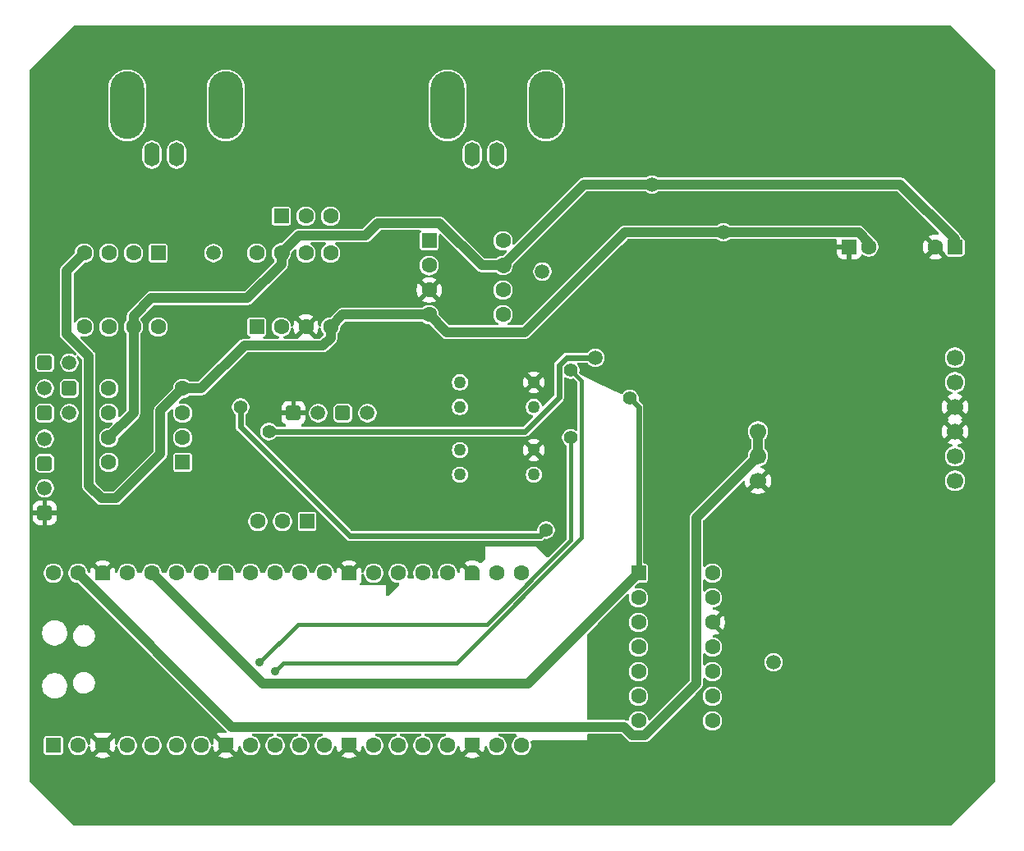
<source format=gbr>
%TF.GenerationSoftware,KiCad,Pcbnew,9.0.1*%
%TF.CreationDate,2025-07-18T21:26:47+09:00*%
%TF.ProjectId,SMU,534d552e-6b69-4636-9164-5f7063625858,rev?*%
%TF.SameCoordinates,Original*%
%TF.FileFunction,Copper,L2,Bot*%
%TF.FilePolarity,Positive*%
%FSLAX46Y46*%
G04 Gerber Fmt 4.6, Leading zero omitted, Abs format (unit mm)*
G04 Created by KiCad (PCBNEW 9.0.1) date 2025-07-18 21:26:47*
%MOMM*%
%LPD*%
G01*
G04 APERTURE LIST*
G04 Aperture macros list*
%AMRoundRect*
0 Rectangle with rounded corners*
0 $1 Rounding radius*
0 $2 $3 $4 $5 $6 $7 $8 $9 X,Y pos of 4 corners*
0 Add a 4 corners polygon primitive as box body*
4,1,4,$2,$3,$4,$5,$6,$7,$8,$9,$2,$3,0*
0 Add four circle primitives for the rounded corners*
1,1,$1+$1,$2,$3*
1,1,$1+$1,$4,$5*
1,1,$1+$1,$6,$7*
1,1,$1+$1,$8,$9*
0 Add four rect primitives between the rounded corners*
20,1,$1+$1,$2,$3,$4,$5,0*
20,1,$1+$1,$4,$5,$6,$7,0*
20,1,$1+$1,$6,$7,$8,$9,0*
20,1,$1+$1,$8,$9,$2,$3,0*%
%AMFreePoly0*
4,1,37,0.603843,0.796157,0.639018,0.796157,0.711114,0.766294,0.766294,0.711114,0.796157,0.639018,0.796157,0.603843,0.800000,0.600000,0.800000,-0.600000,0.796157,-0.603843,0.796157,-0.639018,0.766294,-0.711114,0.711114,-0.766294,0.639018,-0.796157,0.603843,-0.796157,0.600000,-0.800000,0.000000,-0.800000,0.000000,-0.796148,-0.078414,-0.796148,-0.232228,-0.765552,-0.377117,-0.705537,
-0.507515,-0.618408,-0.618408,-0.507515,-0.705537,-0.377117,-0.765552,-0.232228,-0.796148,-0.078414,-0.796148,0.078414,-0.765552,0.232228,-0.705537,0.377117,-0.618408,0.507515,-0.507515,0.618408,-0.377117,0.705537,-0.232228,0.765552,-0.078414,0.796148,0.000000,0.796148,0.000000,0.800000,0.600000,0.800000,0.603843,0.796157,0.603843,0.796157,$1*%
%AMFreePoly1*
4,1,37,0.000000,0.796148,0.078414,0.796148,0.232228,0.765552,0.377117,0.705537,0.507515,0.618408,0.618408,0.507515,0.705537,0.377117,0.765552,0.232228,0.796148,0.078414,0.796148,-0.078414,0.765552,-0.232228,0.705537,-0.377117,0.618408,-0.507515,0.507515,-0.618408,0.377117,-0.705537,0.232228,-0.765552,0.078414,-0.796148,0.000000,-0.796148,0.000000,-0.800000,-0.600000,-0.800000,
-0.603843,-0.796157,-0.639018,-0.796157,-0.711114,-0.766294,-0.766294,-0.711114,-0.796157,-0.639018,-0.796157,-0.603843,-0.800000,-0.600000,-0.800000,0.600000,-0.796157,0.603843,-0.796157,0.639018,-0.766294,0.711114,-0.711114,0.766294,-0.639018,0.796157,-0.603843,0.796157,-0.600000,0.800000,0.000000,0.800000,0.000000,0.796148,0.000000,0.796148,$1*%
G04 Aperture macros list end*
%TA.AperFunction,ComponentPad*%
%ADD10RoundRect,0.250001X0.499999X-0.499999X0.499999X0.499999X-0.499999X0.499999X-0.499999X-0.499999X0*%
%TD*%
%TA.AperFunction,ComponentPad*%
%ADD11C,1.500000*%
%TD*%
%TA.AperFunction,ComponentPad*%
%ADD12RoundRect,0.250001X-0.499999X-0.499999X0.499999X-0.499999X0.499999X0.499999X-0.499999X0.499999X0*%
%TD*%
%TA.AperFunction,ComponentPad*%
%ADD13C,1.270000*%
%TD*%
%TA.AperFunction,ComponentPad*%
%ADD14RoundRect,0.250000X-0.550000X-0.550000X0.550000X-0.550000X0.550000X0.550000X-0.550000X0.550000X0*%
%TD*%
%TA.AperFunction,ComponentPad*%
%ADD15C,1.600000*%
%TD*%
%TA.AperFunction,ComponentPad*%
%ADD16RoundRect,0.250000X0.550000X0.550000X-0.550000X0.550000X-0.550000X-0.550000X0.550000X-0.550000X0*%
%TD*%
%TA.AperFunction,ComponentPad*%
%ADD17O,1.600000X2.500000*%
%TD*%
%TA.AperFunction,ComponentPad*%
%ADD18O,3.500000X7.000000*%
%TD*%
%TA.AperFunction,ComponentPad*%
%ADD19RoundRect,0.250001X-0.499999X0.499999X-0.499999X-0.499999X0.499999X-0.499999X0.499999X0.499999X0*%
%TD*%
%TA.AperFunction,ComponentPad*%
%ADD20C,1.700000*%
%TD*%
%TA.AperFunction,ComponentPad*%
%ADD21R,1.500000X1.500000*%
%TD*%
%TA.AperFunction,ComponentPad*%
%ADD22RoundRect,0.250000X0.550000X-0.550000X0.550000X0.550000X-0.550000X0.550000X-0.550000X-0.550000X0*%
%TD*%
%TA.AperFunction,ComponentPad*%
%ADD23RoundRect,0.250000X-0.550000X0.550000X-0.550000X-0.550000X0.550000X-0.550000X0.550000X0.550000X0*%
%TD*%
%TA.AperFunction,ComponentPad*%
%ADD24RoundRect,0.200000X0.600000X-0.600000X0.600000X0.600000X-0.600000X0.600000X-0.600000X-0.600000X0*%
%TD*%
%TA.AperFunction,ComponentPad*%
%ADD25FreePoly0,90.000000*%
%TD*%
%TA.AperFunction,ComponentPad*%
%ADD26FreePoly1,90.000000*%
%TD*%
%TA.AperFunction,ViaPad*%
%ADD27C,1.400000*%
%TD*%
%TA.AperFunction,ViaPad*%
%ADD28C,1.500000*%
%TD*%
%TA.AperFunction,ViaPad*%
%ADD29C,0.900000*%
%TD*%
%TA.AperFunction,Conductor*%
%ADD30C,1.000000*%
%TD*%
%TA.AperFunction,Conductor*%
%ADD31C,0.600000*%
%TD*%
%TA.AperFunction,Conductor*%
%ADD32C,0.400000*%
%TD*%
%TA.AperFunction,Conductor*%
%ADD33C,1.600000*%
%TD*%
G04 APERTURE END LIST*
D10*
%TO.P,D3,1,K*%
%TO.N,Net-(D2-A)*%
X26797000Y-156210000D03*
D11*
%TO.P,D3,2,A*%
%TO.N,Net-(D3-A)*%
X26797000Y-153670000D03*
%TD*%
D12*
%TO.P,D4,1,K*%
%TO.N,Net-(D3-A)*%
X26797000Y-151003000D03*
D11*
%TO.P,D4,2,A*%
%TO.N,Net-(D4-A)*%
X29337000Y-151003000D03*
%TD*%
D12*
%TO.P,D7,1,K*%
%TO.N,Net-(D6-A)*%
X57531000Y-156210000D03*
D11*
%TO.P,D7,2,A*%
%TO.N,/PotentioStatUnit/Vcrr*%
X60071000Y-156210000D03*
%TD*%
D13*
%TO.P,U10,1,1*%
%TO.N,Net-(R14-Pad2)*%
X77220000Y-162565000D03*
%TO.P,U10,2,2*%
%TO.N,GND*%
X77220000Y-160025000D03*
%TO.P,U10,3,3*%
%TO.N,Net-(R11-Pad2)*%
X69600000Y-160025000D03*
%TO.P,U10,4,4*%
%TO.N,/PotentioStatUnit/Vcrr*%
X69600000Y-162565000D03*
%TD*%
D14*
%TO.P,C2,1*%
%TO.N,GND*%
X109760000Y-139065000D03*
D15*
%TO.P,C2,2*%
%TO.N,-12V*%
X111760000Y-139065000D03*
%TD*%
D16*
%TO.P,C1,1*%
%TO.N,+12V*%
X120650000Y-139065000D03*
D15*
%TO.P,C1,2*%
%TO.N,GND*%
X118650000Y-139065000D03*
%TD*%
D17*
%TO.P,J2,1,In*%
%TO.N,Net-(J2-In)*%
X73410000Y-129540000D03*
D18*
%TO.P,J2,2,Ext*%
%TO.N,/PotentioStatUnit/WE*%
X68330000Y-124460000D03*
D17*
X70870000Y-129540000D03*
D18*
X78490000Y-124460000D03*
%TD*%
D14*
%TO.P,U8,1,VOS*%
%TO.N,unconnected-(U8-VOS-Pad1)*%
X66430000Y-138435000D03*
D15*
%TO.P,U8,2,-*%
%TO.N,/PotentioStatUnit/WE*%
X66430000Y-140975000D03*
%TO.P,U8,3,+*%
%TO.N,GND*%
X66430000Y-143515000D03*
%TO.P,U8,4,V-*%
%TO.N,-12V*%
X66430000Y-146055000D03*
%TO.P,U8,5,NC*%
%TO.N,unconnected-(U8-NC-Pad5)*%
X74050000Y-146055000D03*
%TO.P,U8,6*%
%TO.N,/PotentioStatUnit/Vcrr*%
X74050000Y-143515000D03*
%TO.P,U8,7,V+*%
%TO.N,+12V*%
X74050000Y-140975000D03*
%TO.P,U8,8,VOS*%
%TO.N,unconnected-(U8-VOS-Pad8)*%
X74050000Y-138435000D03*
%TD*%
D14*
%TO.P,U4,1,Vdd*%
%TO.N,+3.3V*%
X88015000Y-172720000D03*
D15*
%TO.P,U4,2,NC*%
%TO.N,unconnected-(U4-NC-Pad2)*%
X88015000Y-175260000D03*
%TO.P,U4,3,~{CS}*%
%TO.N,Net-(A1-GPIO17)*%
X88015000Y-177800000D03*
%TO.P,U4,4,SCK*%
%TO.N,Net-(A1-GPIO18)*%
X88015000Y-180340000D03*
%TO.P,U4,5,SDI*%
%TO.N,Net-(A1-GPIO19)*%
X88015000Y-182880000D03*
%TO.P,U4,6,NC*%
%TO.N,unconnected-(U4-NC-Pad6)*%
X88015000Y-185420000D03*
%TO.P,U4,7,NC*%
%TO.N,unconnected-(U4-NC-Pad7)*%
X88015000Y-187960000D03*
%TO.P,U4,8,~{LDAC}*%
%TO.N,Net-(A1-GPIO20)*%
X95635000Y-187960000D03*
%TO.P,U4,9,~{SHDN}*%
%TO.N,+3.3V*%
X95635000Y-185420000D03*
%TO.P,U4,10,VB*%
%TO.N,unconnected-(U4-VB-Pad10)*%
X95635000Y-182880000D03*
%TO.P,U4,11,VrefB*%
%TO.N,/REF_+2.048V*%
X95635000Y-180340000D03*
%TO.P,U4,12,Vss*%
%TO.N,GND*%
X95635000Y-177800000D03*
%TO.P,U4,13,VrefA*%
%TO.N,/REF_+2.048V*%
X95635000Y-175260000D03*
%TO.P,U4,14,VA*%
%TO.N,/PotentioStatUnit/INPUT*%
X95635000Y-172720000D03*
%TD*%
D10*
%TO.P,D1,1,K*%
%TO.N,GND*%
X26797000Y-166497000D03*
D11*
%TO.P,D1,2,A*%
%TO.N,Net-(D1-A)*%
X26797000Y-163957000D03*
%TD*%
D19*
%TO.P,D5,1,K*%
%TO.N,Net-(D4-A)*%
X29337000Y-153670000D03*
D11*
%TO.P,D5,2,A*%
%TO.N,/\u53CD\u8EE2\u56DE\u8DEF/OUTPUT*%
X29337000Y-156210000D03*
%TD*%
D20*
%TO.P,U1,1,IN+*%
%TO.N,VSYS*%
X100330000Y-158115000D03*
%TO.P,U1,2,EN*%
X100330000Y-160655000D03*
%TO.P,U1,3,GND*%
%TO.N,GND*%
X100330000Y-163195000D03*
%TO.P,U1,4,+OUT*%
%TO.N,+12V*%
X120650000Y-150495000D03*
%TO.P,U1,5,+OUT*%
X120650000Y-153035000D03*
%TO.P,U1,6,GND*%
%TO.N,GND*%
X120650000Y-155575000D03*
%TO.P,U1,7,GND*%
X120650000Y-158115000D03*
%TO.P,U1,8,-OUT*%
%TO.N,-12V*%
X120650000Y-160655000D03*
%TO.P,U1,9,-OUT*%
X120650000Y-163195000D03*
%TD*%
D21*
%TO.P,SW2,1,A*%
%TO.N,/PotentioStatUnit/RE*%
X51185000Y-135890000D03*
D15*
%TO.P,SW2,2,B*%
%TO.N,/PotentioStatUnit/CE*%
X53725000Y-135890000D03*
%TO.P,SW2,3,C*%
%TO.N,Net-(J2-In)*%
X56265000Y-135890000D03*
%TD*%
D22*
%TO.P,U6,1,VOS*%
%TO.N,unconnected-(U6-VOS-Pad1)*%
X48645000Y-147320000D03*
D15*
%TO.P,U6,2,-*%
%TO.N,Net-(U6--)*%
X51185000Y-147320000D03*
%TO.P,U6,3,+*%
%TO.N,GND*%
X53725000Y-147320000D03*
%TO.P,U6,4,V-*%
%TO.N,-12V*%
X56265000Y-147320000D03*
%TO.P,U6,5,NC*%
%TO.N,unconnected-(U6-NC-Pad5)*%
X56265000Y-139700000D03*
%TO.P,U6,6*%
%TO.N,/PotentioStatUnit/CE*%
X53725000Y-139700000D03*
%TO.P,U6,7,V+*%
%TO.N,+12V*%
X51185000Y-139700000D03*
%TO.P,U6,8,VOS*%
%TO.N,unconnected-(U6-VOS-Pad8)*%
X48645000Y-139700000D03*
%TD*%
D17*
%TO.P,J1,1,In*%
%TO.N,/PotentioStatUnit/RE*%
X40390000Y-129540000D03*
D18*
%TO.P,J1,2,Ext*%
%TO.N,/PotentioStatUnit/WE*%
X35310000Y-124460000D03*
D17*
X37850000Y-129540000D03*
D18*
X45470000Y-124460000D03*
%TD*%
D21*
%TO.P,SW1,1,A*%
%TO.N,Net-(A1-GPIO26_ADC0)*%
X53848000Y-167386000D03*
D15*
%TO.P,SW1,2,B*%
%TO.N,/\u53CD\u8EE2\u56DE\u8DEF/OUTPUT*%
X51308000Y-167386000D03*
%TO.P,SW1,3,C*%
%TO.N,unconnected-(SW1-C-Pad3)*%
X48768000Y-167386000D03*
%TD*%
D10*
%TO.P,D2,1,K*%
%TO.N,Net-(D1-A)*%
X26797000Y-161398670D03*
D11*
%TO.P,D2,2,A*%
%TO.N,Net-(D2-A)*%
X26797000Y-158858670D03*
%TD*%
D16*
%TO.P,U11,1,VOS*%
%TO.N,unconnected-(U11-VOS-Pad1)*%
X41020000Y-161290000D03*
D15*
%TO.P,U11,2,-*%
%TO.N,Net-(U11--)*%
X41020000Y-158750000D03*
%TO.P,U11,3,+*%
%TO.N,Net-(U11-+)*%
X41020000Y-156210000D03*
%TO.P,U11,4,V-*%
%TO.N,-12V*%
X41020000Y-153670000D03*
%TO.P,U11,5,NC*%
%TO.N,unconnected-(U11-NC-Pad5)*%
X33400000Y-153670000D03*
%TO.P,U11,6*%
%TO.N,/\u53CD\u8EE2\u56DE\u8DEF/OUTPUT*%
X33400000Y-156210000D03*
%TO.P,U11,7,V+*%
%TO.N,+12V*%
X33400000Y-158750000D03*
%TO.P,U11,8,VOS*%
%TO.N,unconnected-(U11-VOS-Pad8)*%
X33400000Y-161290000D03*
%TD*%
D12*
%TO.P,D6,1,K*%
%TO.N,GND*%
X52451000Y-156210000D03*
D11*
%TO.P,D6,2,A*%
%TO.N,Net-(D6-A)*%
X54991000Y-156210000D03*
%TD*%
D13*
%TO.P,U9,1,1*%
%TO.N,Net-(R13-Pad1)*%
X77220000Y-155580000D03*
%TO.P,U9,2,2*%
%TO.N,GND*%
X77220000Y-153040000D03*
%TO.P,U9,3,3*%
%TO.N,Net-(R10-Pad2)*%
X69600000Y-153040000D03*
%TO.P,U9,4,4*%
%TO.N,/PotentioStatUnit/Vcrr*%
X69600000Y-155580000D03*
%TD*%
D23*
%TO.P,U7,1,VOS*%
%TO.N,unconnected-(U7-VOS-Pad1)*%
X38485000Y-139705000D03*
D15*
%TO.P,U7,2,-*%
%TO.N,/PotentioStatUnit/Vre*%
X35945000Y-139705000D03*
%TO.P,U7,3,+*%
%TO.N,/PotentioStatUnit/RE*%
X33405000Y-139705000D03*
%TO.P,U7,4,V-*%
%TO.N,-12V*%
X30865000Y-139705000D03*
%TO.P,U7,5,NC*%
%TO.N,unconnected-(U7-NC-Pad5)*%
X30865000Y-147325000D03*
%TO.P,U7,6*%
%TO.N,/PotentioStatUnit/Vre*%
X33405000Y-147325000D03*
%TO.P,U7,7,V+*%
%TO.N,+12V*%
X35945000Y-147325000D03*
%TO.P,U7,8,VOS*%
%TO.N,unconnected-(U7-VOS-Pad8)*%
X38485000Y-147325000D03*
%TD*%
D24*
%TO.P,A1,1,GPIO0*%
%TO.N,unconnected-(A1-GPIO0-Pad1)*%
X27686000Y-190500000D03*
D15*
%TO.P,A1,2,GPIO1*%
%TO.N,unconnected-(A1-GPIO1-Pad2)*%
X30226000Y-190500000D03*
D25*
%TO.P,A1,3,GND*%
%TO.N,GND*%
X32766000Y-190500000D03*
D15*
%TO.P,A1,4,GPIO2*%
%TO.N,unconnected-(A1-GPIO2-Pad4)*%
X35306000Y-190500000D03*
%TO.P,A1,5,GPIO3*%
%TO.N,unconnected-(A1-GPIO3-Pad5)*%
X37846000Y-190500000D03*
%TO.P,A1,6,GPIO4*%
%TO.N,unconnected-(A1-GPIO4-Pad6)*%
X40386000Y-190500000D03*
%TO.P,A1,7,GPIO5*%
%TO.N,unconnected-(A1-GPIO5-Pad7)*%
X42926000Y-190500000D03*
D25*
%TO.P,A1,8,GND*%
%TO.N,GND*%
X45466000Y-190500000D03*
D15*
%TO.P,A1,9,GPIO6*%
%TO.N,x1k_1*%
X48006000Y-190500000D03*
%TO.P,A1,10,GPIO7*%
%TO.N,x10k_1*%
X50546000Y-190500000D03*
%TO.P,A1,11,GPIO8*%
%TO.N,unconnected-(A1-GPIO8-Pad11)*%
X53086000Y-190500000D03*
%TO.P,A1,12,GPIO9*%
%TO.N,unconnected-(A1-GPIO9-Pad12)*%
X55626000Y-190500000D03*
D25*
%TO.P,A1,13,GND*%
%TO.N,GND*%
X58166000Y-190500000D03*
D15*
%TO.P,A1,14,GPIO10*%
%TO.N,unconnected-(A1-GPIO10-Pad14)*%
X60706000Y-190500000D03*
%TO.P,A1,15,GPIO11*%
%TO.N,unconnected-(A1-GPIO11-Pad15)*%
X63246000Y-190500000D03*
%TO.P,A1,16,GPIO12*%
%TO.N,unconnected-(A1-GPIO12-Pad16)*%
X65786000Y-190500000D03*
%TO.P,A1,17,GPIO13*%
%TO.N,unconnected-(A1-GPIO13-Pad17)*%
X68326000Y-190500000D03*
D25*
%TO.P,A1,18,GND*%
%TO.N,GND*%
X70866000Y-190500000D03*
D15*
%TO.P,A1,19,GPIO14*%
%TO.N,unconnected-(A1-GPIO14-Pad19)*%
X73406000Y-190500000D03*
%TO.P,A1,20,GPIO15*%
%TO.N,unconnected-(A1-GPIO15-Pad20)*%
X75946000Y-190500000D03*
%TO.P,A1,21,GPIO16*%
%TO.N,unconnected-(A1-GPIO16-Pad21)*%
X75946000Y-172720000D03*
%TO.P,A1,22,GPIO17*%
%TO.N,Net-(A1-GPIO17)*%
X73406000Y-172720000D03*
D26*
%TO.P,A1,23,GND*%
%TO.N,GND*%
X70866000Y-172720000D03*
D15*
%TO.P,A1,24,GPIO18*%
%TO.N,Net-(A1-GPIO18)*%
X68326000Y-172720000D03*
%TO.P,A1,25,GPIO19*%
%TO.N,Net-(A1-GPIO19)*%
X65786000Y-172720000D03*
%TO.P,A1,26,GPIO20*%
%TO.N,Net-(A1-GPIO20)*%
X63246000Y-172720000D03*
%TO.P,A1,27,GPIO21*%
%TO.N,unconnected-(A1-GPIO21-Pad27)*%
X60706000Y-172720000D03*
D26*
%TO.P,A1,28,GND*%
%TO.N,GND*%
X58166000Y-172720000D03*
D15*
%TO.P,A1,29,GPIO22*%
%TO.N,unconnected-(A1-GPIO22-Pad29)*%
X55626000Y-172720000D03*
%TO.P,A1,30,RUN*%
%TO.N,unconnected-(A1-RUN-Pad30)*%
X53086000Y-172720000D03*
%TO.P,A1,31,GPIO26_ADC0*%
%TO.N,Net-(A1-GPIO26_ADC0)*%
X50546000Y-172720000D03*
%TO.P,A1,32,GPIO27_ADC1*%
%TO.N,unconnected-(A1-GPIO27_ADC1-Pad32)*%
X48006000Y-172720000D03*
D26*
%TO.P,A1,33,AGND*%
%TO.N,unconnected-(A1-AGND-Pad33)*%
X45466000Y-172720000D03*
D15*
%TO.P,A1,34,GPIO28_ADC2*%
%TO.N,unconnected-(A1-GPIO28_ADC2-Pad34)*%
X42926000Y-172720000D03*
%TO.P,A1,35,ADC_VREF*%
%TO.N,Net-(A1-ADC_VREF)*%
X40386000Y-172720000D03*
%TO.P,A1,36,3V3*%
%TO.N,+3.3V*%
X37846000Y-172720000D03*
%TO.P,A1,37,3V3_EN*%
%TO.N,unconnected-(A1-3V3_EN-Pad37)*%
X35306000Y-172720000D03*
D26*
%TO.P,A1,38,GND*%
%TO.N,GND*%
X32766000Y-172720000D03*
D15*
%TO.P,A1,39,VSYS*%
%TO.N,VSYS*%
X30226000Y-172720000D03*
%TO.P,A1,40,VBUS*%
%TO.N,unconnected-(A1-VBUS-Pad40)*%
X27686000Y-172720000D03*
%TD*%
D27*
%TO.N,+3.3V*%
X87122000Y-154686000D03*
D28*
%TO.N,GND*%
X57785000Y-120650000D03*
X55499000Y-151130000D03*
X89408000Y-142748000D03*
%TO.N,/PotentioStatUnit/Vcrr*%
X78105000Y-141605000D03*
%TO.N,/REF_+2.048V*%
X101931250Y-181913750D03*
%TO.N,/PotentioStatUnit/Vre*%
X44200000Y-139700000D03*
D27*
%TO.N,/PotentioStatUnit/INPUT*%
X78490000Y-168275000D03*
X46990000Y-155575000D03*
%TO.N,x10k_1*%
X81030000Y-151765000D03*
D29*
X50550000Y-182880000D03*
D27*
%TO.N,x1k_1*%
X81030000Y-158750000D03*
D29*
X48945000Y-181945000D03*
D28*
%TO.N,-12V*%
X96774000Y-137564000D03*
%TO.N,+12V*%
X89408000Y-132620000D03*
%TO.N,3.0V_REF*%
X83570000Y-150495000D03*
D27*
X49915000Y-158115000D03*
%TD*%
D30*
%TO.N,+3.3V*%
X49280000Y-184150000D02*
X76585000Y-184150000D01*
D31*
X88015000Y-155579000D02*
X88015000Y-172720000D01*
D30*
X76585000Y-184150000D02*
X88015000Y-172720000D01*
D31*
X87122000Y-154686000D02*
X88015000Y-155579000D01*
D30*
X37850000Y-172720000D02*
X49280000Y-184150000D01*
D31*
%TO.N,/PotentioStatUnit/INPUT*%
X46990000Y-157607000D02*
X58293000Y-168910000D01*
X46990000Y-155575000D02*
X46990000Y-157607000D01*
X58293000Y-168910000D02*
X77855000Y-168910000D01*
X77855000Y-168910000D02*
X78490000Y-168275000D01*
D32*
%TO.N,x10k_1*%
X69218413Y-182000000D02*
X82131000Y-169087413D01*
X82131000Y-169087413D02*
X82131000Y-152866000D01*
X51430000Y-182000000D02*
X69218413Y-182000000D01*
X82131000Y-152866000D02*
X81030000Y-151765000D01*
X50550000Y-182880000D02*
X51430000Y-182000000D01*
%TO.N,x1k_1*%
X52890000Y-178000000D02*
X72368471Y-178000000D01*
X81030000Y-169338471D02*
X81030000Y-158750000D01*
X48945000Y-181945000D02*
X52890000Y-178000000D01*
X72368471Y-178000000D02*
X81030000Y-169338471D01*
D30*
%TO.N,-12V*%
X47375000Y-149225000D02*
X42930000Y-153670000D01*
X57530000Y-146055000D02*
X56265000Y-147320000D01*
X86591000Y-137564000D02*
X85820000Y-138335000D01*
X111760000Y-138613156D02*
X110710844Y-137564000D01*
X30865000Y-139705000D02*
X29064000Y-141506000D01*
X31346000Y-150352999D02*
X31346000Y-163692999D01*
X56265000Y-147320000D02*
X56265000Y-148451370D01*
X31346000Y-163692999D02*
X32654001Y-165001000D01*
X55491370Y-149225000D02*
X47375000Y-149225000D01*
X29064000Y-141506000D02*
X29064000Y-148070999D01*
X66430000Y-146055000D02*
X57530000Y-146055000D01*
X85820000Y-138335000D02*
X76299000Y-147856000D01*
X56265000Y-148451370D02*
X55491370Y-149225000D01*
X29064000Y-148070999D02*
X31346000Y-150352999D01*
X34145999Y-165001000D02*
X38735000Y-160411999D01*
X38735000Y-155955000D02*
X41020000Y-153670000D01*
X76299000Y-147856000D02*
X68231000Y-147856000D01*
X32654001Y-165001000D02*
X34145999Y-165001000D01*
X42930000Y-153670000D02*
X41020000Y-153670000D01*
X38735000Y-160411999D02*
X38735000Y-155955000D01*
X68231000Y-147856000D02*
X66430000Y-146055000D01*
X111760000Y-139065000D02*
X111760000Y-138613156D01*
X110710844Y-137564000D02*
X86591000Y-137564000D01*
%TO.N,+12V*%
X82411999Y-132620000D02*
X74056999Y-140975000D01*
X47667370Y-144349000D02*
X37789630Y-144349000D01*
X35945000Y-156205000D02*
X33400000Y-158750000D01*
X35945000Y-146193630D02*
X35945000Y-147325000D01*
X37789630Y-144349000D02*
X35945000Y-146193630D01*
X51185000Y-140831370D02*
X47667370Y-144349000D01*
X74050000Y-140975000D02*
X71846108Y-140975000D01*
D33*
X74056999Y-140975000D02*
X74050000Y-140975000D01*
D30*
X71846108Y-140975000D02*
X67505108Y-136634000D01*
X61132000Y-136634000D02*
X59867000Y-137899000D01*
X115005000Y-132620000D02*
X82411999Y-132620000D01*
X59867000Y-137899000D02*
X52979001Y-137899000D01*
X35945000Y-147325000D02*
X35945000Y-156205000D01*
X51185000Y-139700000D02*
X51185000Y-140831370D01*
D33*
X51185000Y-139693001D02*
X51185000Y-139700000D01*
D30*
X67505108Y-136634000D02*
X61132000Y-136634000D01*
X52979001Y-137899000D02*
X51185000Y-139693001D01*
X120650000Y-139065000D02*
X120650000Y-138265000D01*
X120650000Y-138265000D02*
X115005000Y-132620000D01*
D31*
%TO.N,3.0V_REF*%
X79829000Y-151267529D02*
X80601529Y-150495000D01*
X49915000Y-158115000D02*
X76291547Y-158115000D01*
X76291547Y-158115000D02*
X79829000Y-154577547D01*
X79829000Y-154577547D02*
X79829000Y-151267529D01*
X80601529Y-150495000D02*
X83570000Y-150495000D01*
X83697000Y-150622000D02*
X83570000Y-150495000D01*
D30*
%TO.N,VSYS*%
X93980000Y-167005000D02*
X93980000Y-184117735D01*
X86514000Y-188581735D02*
X46091735Y-188581735D01*
X88636735Y-189461000D02*
X87393265Y-189461000D01*
X93980000Y-184117735D02*
X88636735Y-189461000D01*
X87393265Y-189461000D02*
X86514000Y-188581735D01*
X46091735Y-188581735D02*
X30230000Y-172720000D01*
X100330000Y-160655000D02*
X93980000Y-167005000D01*
X100330000Y-158115000D02*
X100330000Y-160655000D01*
%TD*%
%TA.AperFunction,Conductor*%
%TO.N,GND*%
G36*
X52345904Y-147338192D02*
G01*
X52402576Y-147379059D01*
X52427124Y-147435731D01*
X52457009Y-147624417D01*
X52520244Y-147819031D01*
X52613141Y-148001350D01*
X52613147Y-148001359D01*
X52645523Y-148045921D01*
X52645524Y-148045922D01*
X53325000Y-147366446D01*
X53325000Y-147372661D01*
X53352259Y-147474394D01*
X53404920Y-147565606D01*
X53479394Y-147640080D01*
X53570606Y-147692741D01*
X53672339Y-147720000D01*
X53678553Y-147720000D01*
X52995895Y-148402655D01*
X52984028Y-148459149D01*
X52934976Y-148508905D01*
X52874774Y-148524500D01*
X51513528Y-148524500D01*
X51446489Y-148504815D01*
X51400734Y-148452011D01*
X51390790Y-148382853D01*
X51419815Y-148319297D01*
X51471717Y-148285612D01*
X51471208Y-148284382D01*
X51658907Y-148206635D01*
X51658907Y-148206634D01*
X51658914Y-148206632D01*
X51822782Y-148097139D01*
X51962139Y-147957782D01*
X52071632Y-147793914D01*
X52147051Y-147611835D01*
X52183034Y-147430937D01*
X52215419Y-147369027D01*
X52276134Y-147334453D01*
X52345904Y-147338192D01*
G37*
%TD.AperFunction*%
%TA.AperFunction,Conductor*%
G36*
X55181978Y-147336663D02*
G01*
X55240211Y-147375273D01*
X55266965Y-147430937D01*
X55302947Y-147611829D01*
X55302950Y-147611839D01*
X55378364Y-147793907D01*
X55378371Y-147793920D01*
X55487860Y-147957781D01*
X55487863Y-147957785D01*
X55528180Y-147998101D01*
X55542884Y-148025029D01*
X55559477Y-148050848D01*
X55560368Y-148057047D01*
X55561666Y-148059424D01*
X55564500Y-148085783D01*
X55564500Y-148109851D01*
X55544815Y-148176890D01*
X55528181Y-148197532D01*
X55237532Y-148488181D01*
X55176209Y-148521666D01*
X55149851Y-148524500D01*
X54575225Y-148524500D01*
X54508186Y-148504815D01*
X54462431Y-148452011D01*
X54453622Y-148402174D01*
X53771447Y-147720000D01*
X53777661Y-147720000D01*
X53879394Y-147692741D01*
X53970606Y-147640080D01*
X54045080Y-147565606D01*
X54097741Y-147474394D01*
X54125000Y-147372661D01*
X54125000Y-147366447D01*
X54804474Y-148045921D01*
X54836859Y-148001349D01*
X54929755Y-147819031D01*
X54992990Y-147624417D01*
X55022875Y-147435731D01*
X55052804Y-147372596D01*
X55112116Y-147335665D01*
X55181978Y-147336663D01*
G37*
%TD.AperFunction*%
%TA.AperFunction,Conductor*%
G36*
X120216177Y-116220185D02*
G01*
X120236819Y-116236819D01*
X124763181Y-120763181D01*
X124796666Y-120824504D01*
X124799500Y-120850862D01*
X124799500Y-194149138D01*
X124779815Y-194216177D01*
X124763181Y-194236819D01*
X120236819Y-198763181D01*
X120175496Y-198796666D01*
X120149138Y-198799500D01*
X29850862Y-198799500D01*
X29783823Y-198779815D01*
X29763181Y-198763181D01*
X25236819Y-194236819D01*
X25203334Y-194175496D01*
X25200500Y-194149138D01*
X25200500Y-189868475D01*
X26685500Y-189868475D01*
X26685500Y-191131517D01*
X26696292Y-191199657D01*
X26700354Y-191225304D01*
X26757950Y-191338342D01*
X26757952Y-191338344D01*
X26757954Y-191338347D01*
X26847652Y-191428045D01*
X26847654Y-191428046D01*
X26847658Y-191428050D01*
X26960694Y-191485645D01*
X26960698Y-191485647D01*
X27054475Y-191500499D01*
X27054481Y-191500500D01*
X28317518Y-191500499D01*
X28411304Y-191485646D01*
X28524342Y-191428050D01*
X28614050Y-191338342D01*
X28671646Y-191225304D01*
X28671646Y-191225302D01*
X28671647Y-191225301D01*
X28682282Y-191158147D01*
X28686500Y-191131519D01*
X28686500Y-190598543D01*
X29225499Y-190598543D01*
X29263947Y-190791829D01*
X29263950Y-190791839D01*
X29339364Y-190973907D01*
X29339371Y-190973920D01*
X29448860Y-191137781D01*
X29448863Y-191137785D01*
X29588214Y-191277136D01*
X29588218Y-191277139D01*
X29752079Y-191386628D01*
X29752092Y-191386635D01*
X29934160Y-191462049D01*
X29934165Y-191462051D01*
X29934169Y-191462051D01*
X29934170Y-191462052D01*
X30127456Y-191500500D01*
X30127459Y-191500500D01*
X30324543Y-191500500D01*
X30454582Y-191474632D01*
X30517835Y-191462051D01*
X30553975Y-191447081D01*
X30615270Y-191421693D01*
X30699907Y-191386635D01*
X30699907Y-191386634D01*
X30699914Y-191386632D01*
X30863782Y-191277139D01*
X31003139Y-191137782D01*
X31112632Y-190973914D01*
X31188051Y-190791835D01*
X31221557Y-190623389D01*
X31253942Y-190561479D01*
X31314657Y-190526905D01*
X31384427Y-190530644D01*
X31441099Y-190571510D01*
X31466577Y-190635426D01*
X31470701Y-190677302D01*
X31501444Y-190831864D01*
X31530185Y-190926612D01*
X31590490Y-191072198D01*
X31637155Y-191159501D01*
X31637161Y-191159511D01*
X31683534Y-191228912D01*
X32283037Y-190629410D01*
X32300075Y-190692993D01*
X32365901Y-190807007D01*
X32458993Y-190900099D01*
X32573007Y-190965925D01*
X32636589Y-190982962D01*
X32037085Y-191582465D01*
X32106488Y-191628838D01*
X32106498Y-191628844D01*
X32193801Y-191675509D01*
X32339387Y-191735814D01*
X32434135Y-191764555D01*
X32588699Y-191795298D01*
X32687210Y-191805000D01*
X32844790Y-191805000D01*
X32943299Y-191795298D01*
X32943302Y-191795298D01*
X33097864Y-191764555D01*
X33192612Y-191735814D01*
X33338198Y-191675509D01*
X33425511Y-191628838D01*
X33425515Y-191628837D01*
X33494913Y-191582465D01*
X32895410Y-190982962D01*
X32958993Y-190965925D01*
X33073007Y-190900099D01*
X33166099Y-190807007D01*
X33231925Y-190692993D01*
X33248962Y-190629410D01*
X33848465Y-191228913D01*
X33894837Y-191159515D01*
X33894838Y-191159511D01*
X33941509Y-191072198D01*
X34001814Y-190926612D01*
X34030555Y-190831864D01*
X34061298Y-190677302D01*
X34061298Y-190677297D01*
X34065422Y-190635429D01*
X34091582Y-190570641D01*
X34148616Y-190530281D01*
X34218416Y-190527163D01*
X34278821Y-190562277D01*
X34310442Y-190623389D01*
X34343947Y-190791829D01*
X34343950Y-190791839D01*
X34419364Y-190973907D01*
X34419371Y-190973920D01*
X34528860Y-191137781D01*
X34528863Y-191137785D01*
X34668214Y-191277136D01*
X34668218Y-191277139D01*
X34832079Y-191386628D01*
X34832092Y-191386635D01*
X35014160Y-191462049D01*
X35014165Y-191462051D01*
X35014169Y-191462051D01*
X35014170Y-191462052D01*
X35207456Y-191500500D01*
X35207459Y-191500500D01*
X35404543Y-191500500D01*
X35534582Y-191474632D01*
X35597835Y-191462051D01*
X35779914Y-191386632D01*
X35943782Y-191277139D01*
X36083139Y-191137782D01*
X36192632Y-190973914D01*
X36268051Y-190791835D01*
X36290834Y-190677297D01*
X36306500Y-190598543D01*
X36845499Y-190598543D01*
X36883947Y-190791829D01*
X36883950Y-190791839D01*
X36959364Y-190973907D01*
X36959371Y-190973920D01*
X37068860Y-191137781D01*
X37068863Y-191137785D01*
X37208214Y-191277136D01*
X37208218Y-191277139D01*
X37372079Y-191386628D01*
X37372092Y-191386635D01*
X37554160Y-191462049D01*
X37554165Y-191462051D01*
X37554169Y-191462051D01*
X37554170Y-191462052D01*
X37747456Y-191500500D01*
X37747459Y-191500500D01*
X37944543Y-191500500D01*
X38074582Y-191474632D01*
X38137835Y-191462051D01*
X38319914Y-191386632D01*
X38483782Y-191277139D01*
X38623139Y-191137782D01*
X38732632Y-190973914D01*
X38808051Y-190791835D01*
X38830834Y-190677297D01*
X38846500Y-190598543D01*
X39385499Y-190598543D01*
X39423947Y-190791829D01*
X39423950Y-190791839D01*
X39499364Y-190973907D01*
X39499371Y-190973920D01*
X39608860Y-191137781D01*
X39608863Y-191137785D01*
X39748214Y-191277136D01*
X39748218Y-191277139D01*
X39912079Y-191386628D01*
X39912092Y-191386635D01*
X40094160Y-191462049D01*
X40094165Y-191462051D01*
X40094169Y-191462051D01*
X40094170Y-191462052D01*
X40287456Y-191500500D01*
X40287459Y-191500500D01*
X40484543Y-191500500D01*
X40614582Y-191474632D01*
X40677835Y-191462051D01*
X40859914Y-191386632D01*
X41023782Y-191277139D01*
X41163139Y-191137782D01*
X41272632Y-190973914D01*
X41348051Y-190791835D01*
X41370834Y-190677297D01*
X41386500Y-190598543D01*
X41386500Y-190401456D01*
X41348052Y-190208170D01*
X41348051Y-190208169D01*
X41348051Y-190208165D01*
X41317572Y-190134581D01*
X41272635Y-190026092D01*
X41272628Y-190026079D01*
X41163139Y-189862218D01*
X41163136Y-189862214D01*
X41023785Y-189722863D01*
X41023781Y-189722860D01*
X40859920Y-189613371D01*
X40859907Y-189613364D01*
X40677839Y-189537950D01*
X40677829Y-189537947D01*
X40484543Y-189499500D01*
X40484541Y-189499500D01*
X40287459Y-189499500D01*
X40287457Y-189499500D01*
X40094170Y-189537947D01*
X40094160Y-189537950D01*
X39912092Y-189613364D01*
X39912079Y-189613371D01*
X39748218Y-189722860D01*
X39748214Y-189722863D01*
X39608863Y-189862214D01*
X39608860Y-189862218D01*
X39499371Y-190026079D01*
X39499364Y-190026092D01*
X39423950Y-190208160D01*
X39423947Y-190208170D01*
X39385500Y-190401456D01*
X39385500Y-190401459D01*
X39385500Y-190598541D01*
X39385500Y-190598543D01*
X39385499Y-190598543D01*
X38846500Y-190598543D01*
X38846500Y-190401456D01*
X38808052Y-190208170D01*
X38808051Y-190208169D01*
X38808051Y-190208165D01*
X38777572Y-190134581D01*
X38732635Y-190026092D01*
X38732628Y-190026079D01*
X38623139Y-189862218D01*
X38623136Y-189862214D01*
X38483785Y-189722863D01*
X38483781Y-189722860D01*
X38319920Y-189613371D01*
X38319907Y-189613364D01*
X38137839Y-189537950D01*
X38137829Y-189537947D01*
X37944543Y-189499500D01*
X37944541Y-189499500D01*
X37747459Y-189499500D01*
X37747457Y-189499500D01*
X37554170Y-189537947D01*
X37554160Y-189537950D01*
X37372092Y-189613364D01*
X37372079Y-189613371D01*
X37208218Y-189722860D01*
X37208214Y-189722863D01*
X37068863Y-189862214D01*
X37068860Y-189862218D01*
X36959371Y-190026079D01*
X36959364Y-190026092D01*
X36883950Y-190208160D01*
X36883947Y-190208170D01*
X36845500Y-190401456D01*
X36845500Y-190401459D01*
X36845500Y-190598541D01*
X36845500Y-190598543D01*
X36845499Y-190598543D01*
X36306500Y-190598543D01*
X36306500Y-190401456D01*
X36268052Y-190208170D01*
X36268051Y-190208169D01*
X36268051Y-190208165D01*
X36237572Y-190134581D01*
X36192635Y-190026092D01*
X36192628Y-190026079D01*
X36083139Y-189862218D01*
X36083136Y-189862214D01*
X35943785Y-189722863D01*
X35943781Y-189722860D01*
X35779920Y-189613371D01*
X35779907Y-189613364D01*
X35597839Y-189537950D01*
X35597829Y-189537947D01*
X35404543Y-189499500D01*
X35404541Y-189499500D01*
X35207459Y-189499500D01*
X35207457Y-189499500D01*
X35014170Y-189537947D01*
X35014160Y-189537950D01*
X34832092Y-189613364D01*
X34832079Y-189613371D01*
X34668218Y-189722860D01*
X34668214Y-189722863D01*
X34528863Y-189862214D01*
X34528860Y-189862218D01*
X34419371Y-190026079D01*
X34419364Y-190026092D01*
X34343950Y-190208160D01*
X34343947Y-190208170D01*
X34316617Y-190345568D01*
X34284232Y-190407479D01*
X34223516Y-190442053D01*
X34153747Y-190438313D01*
X34097075Y-190397446D01*
X34071493Y-190332428D01*
X34071000Y-190321376D01*
X34071000Y-189860214D01*
X34068106Y-189806237D01*
X34068106Y-189806235D01*
X34032561Y-189666969D01*
X34032559Y-189666962D01*
X34009135Y-189610414D01*
X33248962Y-190370588D01*
X33231925Y-190307007D01*
X33166099Y-190192993D01*
X33073007Y-190099901D01*
X32958993Y-190034075D01*
X32895410Y-190017037D01*
X33655584Y-189256862D01*
X33599059Y-189233449D01*
X33548053Y-189215455D01*
X33405780Y-189195000D01*
X32126214Y-189195000D01*
X32072237Y-189197893D01*
X32072235Y-189197893D01*
X31932976Y-189233436D01*
X31932962Y-189233441D01*
X31876415Y-189256863D01*
X32636589Y-190017037D01*
X32573007Y-190034075D01*
X32458993Y-190099901D01*
X32365901Y-190192993D01*
X32300075Y-190307007D01*
X32283037Y-190370589D01*
X31522863Y-189610415D01*
X31522862Y-189610415D01*
X31499446Y-189666947D01*
X31499431Y-189666987D01*
X31481457Y-189717939D01*
X31481455Y-189717946D01*
X31461000Y-189860219D01*
X31461000Y-190321376D01*
X31441315Y-190388415D01*
X31388511Y-190434170D01*
X31319353Y-190444114D01*
X31255797Y-190415089D01*
X31218023Y-190356311D01*
X31215383Y-190345568D01*
X31188052Y-190208170D01*
X31188051Y-190208169D01*
X31188051Y-190208165D01*
X31157572Y-190134581D01*
X31112635Y-190026092D01*
X31112628Y-190026079D01*
X31003139Y-189862218D01*
X31003136Y-189862214D01*
X30863785Y-189722863D01*
X30863781Y-189722860D01*
X30699920Y-189613371D01*
X30699907Y-189613364D01*
X30517839Y-189537950D01*
X30517829Y-189537947D01*
X30324543Y-189499500D01*
X30324541Y-189499500D01*
X30127459Y-189499500D01*
X30127457Y-189499500D01*
X29934170Y-189537947D01*
X29934160Y-189537950D01*
X29752092Y-189613364D01*
X29752079Y-189613371D01*
X29588218Y-189722860D01*
X29588214Y-189722863D01*
X29448863Y-189862214D01*
X29448860Y-189862218D01*
X29339371Y-190026079D01*
X29339364Y-190026092D01*
X29263950Y-190208160D01*
X29263947Y-190208170D01*
X29225500Y-190401456D01*
X29225500Y-190401459D01*
X29225500Y-190598541D01*
X29225500Y-190598543D01*
X29225499Y-190598543D01*
X28686500Y-190598543D01*
X28686499Y-189868482D01*
X28671646Y-189774696D01*
X28614050Y-189661658D01*
X28614046Y-189661654D01*
X28614045Y-189661652D01*
X28524347Y-189571954D01*
X28524344Y-189571952D01*
X28524342Y-189571950D01*
X28432614Y-189525212D01*
X28411301Y-189514352D01*
X28317524Y-189499500D01*
X27054482Y-189499500D01*
X26980226Y-189511261D01*
X26960696Y-189514354D01*
X26847658Y-189571950D01*
X26847657Y-189571951D01*
X26847652Y-189571954D01*
X26757954Y-189661652D01*
X26757951Y-189661657D01*
X26757950Y-189661658D01*
X26755244Y-189666969D01*
X26700352Y-189774698D01*
X26685500Y-189868475D01*
X25200500Y-189868475D01*
X25200500Y-184232648D01*
X26515500Y-184232648D01*
X26515500Y-184437351D01*
X26547522Y-184639534D01*
X26610781Y-184834223D01*
X26703715Y-185016613D01*
X26824028Y-185182213D01*
X26968786Y-185326971D01*
X27123749Y-185439556D01*
X27134390Y-185447287D01*
X27250607Y-185506503D01*
X27316776Y-185540218D01*
X27316778Y-185540218D01*
X27316781Y-185540220D01*
X27421137Y-185574127D01*
X27511465Y-185603477D01*
X27612557Y-185619488D01*
X27713648Y-185635500D01*
X27713649Y-185635500D01*
X27918351Y-185635500D01*
X27918352Y-185635500D01*
X28120534Y-185603477D01*
X28315219Y-185540220D01*
X28497610Y-185447287D01*
X28590590Y-185379732D01*
X28663213Y-185326971D01*
X28663215Y-185326968D01*
X28663219Y-185326966D01*
X28807966Y-185182219D01*
X28807968Y-185182215D01*
X28807971Y-185182213D01*
X28860732Y-185109590D01*
X28928287Y-185016610D01*
X29021220Y-184834219D01*
X29084477Y-184639534D01*
X29116500Y-184437352D01*
X29116500Y-184232648D01*
X29084477Y-184030466D01*
X29084476Y-184030462D01*
X29084476Y-184030461D01*
X29068037Y-183979867D01*
X29057170Y-183946421D01*
X29720500Y-183946421D01*
X29720500Y-184123579D01*
X29734357Y-184211067D01*
X29748214Y-184298556D01*
X29802956Y-184467039D01*
X29802957Y-184467042D01*
X29836754Y-184533371D01*
X29883386Y-184624890D01*
X29987517Y-184768214D01*
X30112786Y-184893483D01*
X30256110Y-184997614D01*
X30333529Y-185037061D01*
X30413957Y-185078042D01*
X30413960Y-185078043D01*
X30498201Y-185105414D01*
X30582445Y-185132786D01*
X30757421Y-185160500D01*
X30757422Y-185160500D01*
X30934578Y-185160500D01*
X30934579Y-185160500D01*
X31109555Y-185132786D01*
X31278042Y-185078042D01*
X31435890Y-184997614D01*
X31579214Y-184893483D01*
X31704483Y-184768214D01*
X31808614Y-184624890D01*
X31889042Y-184467042D01*
X31943786Y-184298555D01*
X31971500Y-184123579D01*
X31971500Y-183946421D01*
X31943786Y-183771445D01*
X31905427Y-183653386D01*
X31889043Y-183602960D01*
X31889042Y-183602957D01*
X31845267Y-183517046D01*
X31808614Y-183445110D01*
X31704483Y-183301786D01*
X31579214Y-183176517D01*
X31435890Y-183072386D01*
X31424381Y-183066522D01*
X31278042Y-182991957D01*
X31278039Y-182991956D01*
X31109556Y-182937214D01*
X31022067Y-182923357D01*
X30934579Y-182909500D01*
X30757421Y-182909500D01*
X30699095Y-182918738D01*
X30582443Y-182937214D01*
X30413960Y-182991956D01*
X30413957Y-182991957D01*
X30256109Y-183072386D01*
X30177114Y-183129780D01*
X30112786Y-183176517D01*
X30112784Y-183176519D01*
X30112783Y-183176519D01*
X29987519Y-183301783D01*
X29987519Y-183301784D01*
X29987517Y-183301786D01*
X29942796Y-183363338D01*
X29883386Y-183445109D01*
X29802957Y-183602957D01*
X29802956Y-183602960D01*
X29748214Y-183771443D01*
X29748214Y-183771445D01*
X29720500Y-183946421D01*
X29057170Y-183946421D01*
X29023648Y-183843254D01*
X29021220Y-183835781D01*
X29021218Y-183835778D01*
X29021218Y-183835776D01*
X28985985Y-183766628D01*
X28928287Y-183653390D01*
X28891648Y-183602960D01*
X28807971Y-183487786D01*
X28663213Y-183343028D01*
X28497613Y-183222715D01*
X28497612Y-183222714D01*
X28497610Y-183222713D01*
X28429731Y-183188127D01*
X28315223Y-183129781D01*
X28120534Y-183066522D01*
X27945995Y-183038878D01*
X27918352Y-183034500D01*
X27713648Y-183034500D01*
X27689329Y-183038351D01*
X27511465Y-183066522D01*
X27316776Y-183129781D01*
X27134386Y-183222715D01*
X26968786Y-183343028D01*
X26824028Y-183487786D01*
X26703715Y-183653386D01*
X26610781Y-183835776D01*
X26547522Y-184030465D01*
X26515500Y-184232648D01*
X25200500Y-184232648D01*
X25200500Y-178782648D01*
X26515500Y-178782648D01*
X26515500Y-178987351D01*
X26547522Y-179189534D01*
X26610781Y-179384223D01*
X26674691Y-179509653D01*
X26701802Y-179562860D01*
X26703715Y-179566613D01*
X26824028Y-179732213D01*
X26968786Y-179876971D01*
X27123749Y-179989556D01*
X27134390Y-179997287D01*
X27250607Y-180056503D01*
X27316776Y-180090218D01*
X27316778Y-180090218D01*
X27316781Y-180090220D01*
X27421137Y-180124127D01*
X27511465Y-180153477D01*
X27612557Y-180169488D01*
X27713648Y-180185500D01*
X27713649Y-180185500D01*
X27918351Y-180185500D01*
X27918352Y-180185500D01*
X28120534Y-180153477D01*
X28315219Y-180090220D01*
X28497610Y-179997287D01*
X28606446Y-179918214D01*
X28663213Y-179876971D01*
X28663215Y-179876968D01*
X28663219Y-179876966D01*
X28807966Y-179732219D01*
X28807968Y-179732215D01*
X28807971Y-179732213D01*
X28891648Y-179617039D01*
X28928287Y-179566610D01*
X29021220Y-179384219D01*
X29084477Y-179189534D01*
X29099225Y-179096421D01*
X29720500Y-179096421D01*
X29720500Y-179273579D01*
X29734357Y-179361067D01*
X29748214Y-179448556D01*
X29802956Y-179617039D01*
X29802957Y-179617042D01*
X29861641Y-179732213D01*
X29883386Y-179774890D01*
X29987517Y-179918214D01*
X30112786Y-180043483D01*
X30256110Y-180147614D01*
X30330465Y-180185500D01*
X30413957Y-180228042D01*
X30413960Y-180228043D01*
X30498201Y-180255414D01*
X30582445Y-180282786D01*
X30757421Y-180310500D01*
X30757422Y-180310500D01*
X30934578Y-180310500D01*
X30934579Y-180310500D01*
X31109555Y-180282786D01*
X31278042Y-180228042D01*
X31435890Y-180147614D01*
X31579214Y-180043483D01*
X31704483Y-179918214D01*
X31808614Y-179774890D01*
X31889042Y-179617042D01*
X31943786Y-179448555D01*
X31971500Y-179273579D01*
X31971500Y-179096421D01*
X31943786Y-178921445D01*
X31891997Y-178762052D01*
X31889043Y-178752960D01*
X31889042Y-178752957D01*
X31808613Y-178595109D01*
X31704483Y-178451786D01*
X31579214Y-178326517D01*
X31435890Y-178222386D01*
X31278042Y-178141957D01*
X31278039Y-178141956D01*
X31109556Y-178087214D01*
X31022067Y-178073357D01*
X30934579Y-178059500D01*
X30757421Y-178059500D01*
X30699095Y-178068738D01*
X30582443Y-178087214D01*
X30413960Y-178141956D01*
X30413957Y-178141957D01*
X30256109Y-178222386D01*
X30174338Y-178281796D01*
X30112786Y-178326517D01*
X30112784Y-178326519D01*
X30112783Y-178326519D01*
X29987519Y-178451783D01*
X29987519Y-178451784D01*
X29987517Y-178451786D01*
X29942796Y-178513338D01*
X29883386Y-178595109D01*
X29802957Y-178752957D01*
X29802956Y-178752960D01*
X29748214Y-178921443D01*
X29737775Y-178987351D01*
X29720500Y-179096421D01*
X29099225Y-179096421D01*
X29116500Y-178987352D01*
X29116500Y-178782648D01*
X29111798Y-178752960D01*
X29084477Y-178580465D01*
X29021218Y-178385776D01*
X28987503Y-178319607D01*
X28928287Y-178203390D01*
X28920556Y-178192749D01*
X28807971Y-178037786D01*
X28663213Y-177893028D01*
X28497613Y-177772715D01*
X28497612Y-177772714D01*
X28497610Y-177772713D01*
X28440653Y-177743691D01*
X28315223Y-177679781D01*
X28120534Y-177616522D01*
X27945995Y-177588878D01*
X27918352Y-177584500D01*
X27713648Y-177584500D01*
X27689329Y-177588351D01*
X27511465Y-177616522D01*
X27316776Y-177679781D01*
X27134386Y-177772715D01*
X26968786Y-177893028D01*
X26824028Y-178037786D01*
X26703715Y-178203386D01*
X26610781Y-178385776D01*
X26547522Y-178580465D01*
X26515500Y-178782648D01*
X25200500Y-178782648D01*
X25200500Y-172818543D01*
X26685499Y-172818543D01*
X26723947Y-173011829D01*
X26723950Y-173011839D01*
X26799364Y-173193907D01*
X26799371Y-173193920D01*
X26908860Y-173357781D01*
X26908863Y-173357785D01*
X27048214Y-173497136D01*
X27048218Y-173497139D01*
X27212079Y-173606628D01*
X27212092Y-173606635D01*
X27371814Y-173672793D01*
X27394165Y-173682051D01*
X27394169Y-173682051D01*
X27394170Y-173682052D01*
X27587456Y-173720500D01*
X27587459Y-173720500D01*
X27784543Y-173720500D01*
X27914582Y-173694632D01*
X27977835Y-173682051D01*
X28159914Y-173606632D01*
X28323782Y-173497139D01*
X28463139Y-173357782D01*
X28572632Y-173193914D01*
X28648051Y-173011835D01*
X28670571Y-172898623D01*
X28686500Y-172818543D01*
X29225499Y-172818543D01*
X29263947Y-173011829D01*
X29263950Y-173011839D01*
X29339364Y-173193907D01*
X29339371Y-173193920D01*
X29448860Y-173357781D01*
X29448863Y-173357785D01*
X29588214Y-173497136D01*
X29588218Y-173497139D01*
X29752079Y-173606628D01*
X29752092Y-173606635D01*
X29911814Y-173672793D01*
X29934165Y-173682051D01*
X29934169Y-173682051D01*
X29934170Y-173682052D01*
X30127456Y-173720500D01*
X30127459Y-173720500D01*
X30188481Y-173720500D01*
X30255520Y-173740185D01*
X30276162Y-173756819D01*
X45502661Y-188983319D01*
X45536146Y-189044642D01*
X45531162Y-189114334D01*
X45489290Y-189170267D01*
X45423826Y-189194684D01*
X45414980Y-189195000D01*
X44826214Y-189195000D01*
X44772237Y-189197893D01*
X44772235Y-189197893D01*
X44632976Y-189233436D01*
X44632962Y-189233441D01*
X44576415Y-189256863D01*
X45336589Y-190017037D01*
X45273007Y-190034075D01*
X45158993Y-190099901D01*
X45065901Y-190192993D01*
X45000075Y-190307007D01*
X44983037Y-190370589D01*
X44222863Y-189610415D01*
X44222862Y-189610415D01*
X44199446Y-189666947D01*
X44199431Y-189666987D01*
X44181457Y-189717939D01*
X44181455Y-189717946D01*
X44161000Y-189860219D01*
X44161000Y-190321376D01*
X44141315Y-190388415D01*
X44088511Y-190434170D01*
X44019353Y-190444114D01*
X43955797Y-190415089D01*
X43918023Y-190356311D01*
X43915383Y-190345568D01*
X43888052Y-190208170D01*
X43888051Y-190208169D01*
X43888051Y-190208165D01*
X43857572Y-190134581D01*
X43812635Y-190026092D01*
X43812628Y-190026079D01*
X43703139Y-189862218D01*
X43703136Y-189862214D01*
X43563785Y-189722863D01*
X43563781Y-189722860D01*
X43399920Y-189613371D01*
X43399907Y-189613364D01*
X43217839Y-189537950D01*
X43217829Y-189537947D01*
X43024543Y-189499500D01*
X43024541Y-189499500D01*
X42827459Y-189499500D01*
X42827457Y-189499500D01*
X42634170Y-189537947D01*
X42634160Y-189537950D01*
X42452092Y-189613364D01*
X42452079Y-189613371D01*
X42288218Y-189722860D01*
X42288214Y-189722863D01*
X42148863Y-189862214D01*
X42148860Y-189862218D01*
X42039371Y-190026079D01*
X42039364Y-190026092D01*
X41963950Y-190208160D01*
X41963947Y-190208170D01*
X41925500Y-190401456D01*
X41925500Y-190401459D01*
X41925500Y-190598541D01*
X41925500Y-190598543D01*
X41925499Y-190598543D01*
X41963947Y-190791829D01*
X41963950Y-190791839D01*
X42039364Y-190973907D01*
X42039371Y-190973920D01*
X42148860Y-191137781D01*
X42148863Y-191137785D01*
X42288214Y-191277136D01*
X42288218Y-191277139D01*
X42452079Y-191386628D01*
X42452092Y-191386635D01*
X42634160Y-191462049D01*
X42634165Y-191462051D01*
X42634169Y-191462051D01*
X42634170Y-191462052D01*
X42827456Y-191500500D01*
X42827459Y-191500500D01*
X43024543Y-191500500D01*
X43154582Y-191474632D01*
X43217835Y-191462051D01*
X43253975Y-191447081D01*
X43315270Y-191421693D01*
X43399907Y-191386635D01*
X43399907Y-191386634D01*
X43399914Y-191386632D01*
X43563782Y-191277139D01*
X43703139Y-191137782D01*
X43812632Y-190973914D01*
X43888051Y-190791835D01*
X43921557Y-190623389D01*
X43953942Y-190561479D01*
X44014657Y-190526905D01*
X44084427Y-190530644D01*
X44141099Y-190571510D01*
X44166577Y-190635426D01*
X44170701Y-190677302D01*
X44201444Y-190831864D01*
X44230185Y-190926612D01*
X44290490Y-191072198D01*
X44337155Y-191159501D01*
X44337161Y-191159511D01*
X44383534Y-191228912D01*
X44983037Y-190629410D01*
X45000075Y-190692993D01*
X45065901Y-190807007D01*
X45158993Y-190900099D01*
X45273007Y-190965925D01*
X45336589Y-190982962D01*
X44737085Y-191582465D01*
X44806488Y-191628838D01*
X44806498Y-191628844D01*
X44893801Y-191675509D01*
X45039387Y-191735814D01*
X45134135Y-191764555D01*
X45288699Y-191795298D01*
X45387210Y-191805000D01*
X45544790Y-191805000D01*
X45643299Y-191795298D01*
X45643302Y-191795298D01*
X45797864Y-191764555D01*
X45892612Y-191735814D01*
X46038198Y-191675509D01*
X46125511Y-191628838D01*
X46125515Y-191628837D01*
X46194913Y-191582465D01*
X45595410Y-190982962D01*
X45658993Y-190965925D01*
X45773007Y-190900099D01*
X45866099Y-190807007D01*
X45931925Y-190692993D01*
X45948962Y-190629410D01*
X46548465Y-191228913D01*
X46594837Y-191159515D01*
X46594838Y-191159511D01*
X46641509Y-191072198D01*
X46701814Y-190926612D01*
X46730555Y-190831864D01*
X46761298Y-190677302D01*
X46761298Y-190677297D01*
X46765422Y-190635429D01*
X46791582Y-190570641D01*
X46848616Y-190530281D01*
X46918416Y-190527163D01*
X46978821Y-190562277D01*
X47010442Y-190623389D01*
X47043947Y-190791829D01*
X47043950Y-190791839D01*
X47119364Y-190973907D01*
X47119371Y-190973920D01*
X47228860Y-191137781D01*
X47228863Y-191137785D01*
X47368214Y-191277136D01*
X47368218Y-191277139D01*
X47532079Y-191386628D01*
X47532092Y-191386635D01*
X47714160Y-191462049D01*
X47714165Y-191462051D01*
X47714169Y-191462051D01*
X47714170Y-191462052D01*
X47907456Y-191500500D01*
X47907459Y-191500500D01*
X48104543Y-191500500D01*
X48234582Y-191474632D01*
X48297835Y-191462051D01*
X48479914Y-191386632D01*
X48643782Y-191277139D01*
X48783139Y-191137782D01*
X48892632Y-190973914D01*
X48968051Y-190791835D01*
X48990834Y-190677297D01*
X49006500Y-190598543D01*
X49006500Y-190401456D01*
X48968052Y-190208170D01*
X48968051Y-190208169D01*
X48968051Y-190208165D01*
X48937572Y-190134581D01*
X48892635Y-190026092D01*
X48892628Y-190026079D01*
X48783139Y-189862218D01*
X48783136Y-189862214D01*
X48643785Y-189722863D01*
X48643781Y-189722860D01*
X48479920Y-189613371D01*
X48479907Y-189613364D01*
X48297839Y-189537950D01*
X48297827Y-189537947D01*
X48247077Y-189527852D01*
X48185166Y-189495467D01*
X48150592Y-189434751D01*
X48154331Y-189364982D01*
X48195198Y-189308310D01*
X48260216Y-189282729D01*
X48271268Y-189282235D01*
X50280732Y-189282235D01*
X50347771Y-189301920D01*
X50393526Y-189354724D01*
X50403470Y-189423882D01*
X50374445Y-189487438D01*
X50315667Y-189525212D01*
X50304923Y-189527852D01*
X50254172Y-189537947D01*
X50254160Y-189537950D01*
X50072092Y-189613364D01*
X50072079Y-189613371D01*
X49908218Y-189722860D01*
X49908214Y-189722863D01*
X49768863Y-189862214D01*
X49768860Y-189862218D01*
X49659371Y-190026079D01*
X49659364Y-190026092D01*
X49583950Y-190208160D01*
X49583947Y-190208170D01*
X49545500Y-190401456D01*
X49545500Y-190401459D01*
X49545500Y-190598541D01*
X49545500Y-190598543D01*
X49545499Y-190598543D01*
X49583947Y-190791829D01*
X49583950Y-190791839D01*
X49659364Y-190973907D01*
X49659371Y-190973920D01*
X49768860Y-191137781D01*
X49768863Y-191137785D01*
X49908214Y-191277136D01*
X49908218Y-191277139D01*
X50072079Y-191386628D01*
X50072092Y-191386635D01*
X50254160Y-191462049D01*
X50254165Y-191462051D01*
X50254169Y-191462051D01*
X50254170Y-191462052D01*
X50447456Y-191500500D01*
X50447459Y-191500500D01*
X50644543Y-191500500D01*
X50774582Y-191474632D01*
X50837835Y-191462051D01*
X51019914Y-191386632D01*
X51183782Y-191277139D01*
X51323139Y-191137782D01*
X51432632Y-190973914D01*
X51508051Y-190791835D01*
X51530834Y-190677297D01*
X51546500Y-190598543D01*
X51546500Y-190401456D01*
X51508052Y-190208170D01*
X51508051Y-190208169D01*
X51508051Y-190208165D01*
X51477572Y-190134581D01*
X51432635Y-190026092D01*
X51432628Y-190026079D01*
X51323139Y-189862218D01*
X51323136Y-189862214D01*
X51183785Y-189722863D01*
X51183781Y-189722860D01*
X51019920Y-189613371D01*
X51019907Y-189613364D01*
X50837839Y-189537950D01*
X50837827Y-189537947D01*
X50787077Y-189527852D01*
X50725166Y-189495467D01*
X50690592Y-189434751D01*
X50694331Y-189364982D01*
X50735198Y-189308310D01*
X50800216Y-189282729D01*
X50811268Y-189282235D01*
X52820732Y-189282235D01*
X52887771Y-189301920D01*
X52933526Y-189354724D01*
X52943470Y-189423882D01*
X52914445Y-189487438D01*
X52855667Y-189525212D01*
X52844923Y-189527852D01*
X52794172Y-189537947D01*
X52794160Y-189537950D01*
X52612092Y-189613364D01*
X52612079Y-189613371D01*
X52448218Y-189722860D01*
X52448214Y-189722863D01*
X52308863Y-189862214D01*
X52308860Y-189862218D01*
X52199371Y-190026079D01*
X52199364Y-190026092D01*
X52123950Y-190208160D01*
X52123947Y-190208170D01*
X52085500Y-190401456D01*
X52085500Y-190401459D01*
X52085500Y-190598541D01*
X52085500Y-190598543D01*
X52085499Y-190598543D01*
X52123947Y-190791829D01*
X52123950Y-190791839D01*
X52199364Y-190973907D01*
X52199371Y-190973920D01*
X52308860Y-191137781D01*
X52308863Y-191137785D01*
X52448214Y-191277136D01*
X52448218Y-191277139D01*
X52612079Y-191386628D01*
X52612092Y-191386635D01*
X52794160Y-191462049D01*
X52794165Y-191462051D01*
X52794169Y-191462051D01*
X52794170Y-191462052D01*
X52987456Y-191500500D01*
X52987459Y-191500500D01*
X53184543Y-191500500D01*
X53314582Y-191474632D01*
X53377835Y-191462051D01*
X53559914Y-191386632D01*
X53723782Y-191277139D01*
X53863139Y-191137782D01*
X53972632Y-190973914D01*
X54048051Y-190791835D01*
X54070834Y-190677297D01*
X54086500Y-190598543D01*
X54086500Y-190401456D01*
X54048052Y-190208170D01*
X54048051Y-190208169D01*
X54048051Y-190208165D01*
X54017572Y-190134581D01*
X53972635Y-190026092D01*
X53972628Y-190026079D01*
X53863139Y-189862218D01*
X53863136Y-189862214D01*
X53723785Y-189722863D01*
X53723781Y-189722860D01*
X53559920Y-189613371D01*
X53559907Y-189613364D01*
X53377839Y-189537950D01*
X53377827Y-189537947D01*
X53327077Y-189527852D01*
X53265166Y-189495467D01*
X53230592Y-189434751D01*
X53234331Y-189364982D01*
X53275198Y-189308310D01*
X53340216Y-189282729D01*
X53351268Y-189282235D01*
X55360732Y-189282235D01*
X55427771Y-189301920D01*
X55473526Y-189354724D01*
X55483470Y-189423882D01*
X55454445Y-189487438D01*
X55395667Y-189525212D01*
X55384923Y-189527852D01*
X55334172Y-189537947D01*
X55334160Y-189537950D01*
X55152092Y-189613364D01*
X55152079Y-189613371D01*
X54988218Y-189722860D01*
X54988214Y-189722863D01*
X54848863Y-189862214D01*
X54848860Y-189862218D01*
X54739371Y-190026079D01*
X54739364Y-190026092D01*
X54663950Y-190208160D01*
X54663947Y-190208170D01*
X54625500Y-190401456D01*
X54625500Y-190401459D01*
X54625500Y-190598541D01*
X54625500Y-190598543D01*
X54625499Y-190598543D01*
X54663947Y-190791829D01*
X54663950Y-190791839D01*
X54739364Y-190973907D01*
X54739371Y-190973920D01*
X54848860Y-191137781D01*
X54848863Y-191137785D01*
X54988214Y-191277136D01*
X54988218Y-191277139D01*
X55152079Y-191386628D01*
X55152092Y-191386635D01*
X55334160Y-191462049D01*
X55334165Y-191462051D01*
X55334169Y-191462051D01*
X55334170Y-191462052D01*
X55527456Y-191500500D01*
X55527459Y-191500500D01*
X55724543Y-191500500D01*
X55854582Y-191474632D01*
X55917835Y-191462051D01*
X55953975Y-191447081D01*
X56015270Y-191421693D01*
X56099907Y-191386635D01*
X56099907Y-191386634D01*
X56099914Y-191386632D01*
X56263782Y-191277139D01*
X56403139Y-191137782D01*
X56512632Y-190973914D01*
X56588051Y-190791835D01*
X56621557Y-190623389D01*
X56653942Y-190561479D01*
X56714657Y-190526905D01*
X56784427Y-190530644D01*
X56841099Y-190571510D01*
X56866577Y-190635426D01*
X56870701Y-190677302D01*
X56901444Y-190831864D01*
X56930185Y-190926612D01*
X56990490Y-191072198D01*
X57037155Y-191159501D01*
X57037161Y-191159511D01*
X57083534Y-191228912D01*
X57683037Y-190629408D01*
X57700075Y-190692993D01*
X57765901Y-190807007D01*
X57858993Y-190900099D01*
X57973007Y-190965925D01*
X58036589Y-190982962D01*
X57437085Y-191582465D01*
X57506488Y-191628838D01*
X57506498Y-191628844D01*
X57593801Y-191675509D01*
X57739387Y-191735814D01*
X57834135Y-191764555D01*
X57988699Y-191795298D01*
X58087210Y-191805000D01*
X58244790Y-191805000D01*
X58343299Y-191795298D01*
X58343302Y-191795298D01*
X58497864Y-191764555D01*
X58592612Y-191735814D01*
X58738198Y-191675509D01*
X58825511Y-191628838D01*
X58825515Y-191628837D01*
X58894913Y-191582465D01*
X58295410Y-190982962D01*
X58358993Y-190965925D01*
X58473007Y-190900099D01*
X58566099Y-190807007D01*
X58631925Y-190692993D01*
X58648962Y-190629410D01*
X59248465Y-191228913D01*
X59294837Y-191159515D01*
X59294838Y-191159511D01*
X59341509Y-191072198D01*
X59401814Y-190926612D01*
X59430555Y-190831864D01*
X59461298Y-190677302D01*
X59461298Y-190677297D01*
X59465422Y-190635429D01*
X59491582Y-190570641D01*
X59548616Y-190530281D01*
X59618416Y-190527163D01*
X59678821Y-190562277D01*
X59710442Y-190623389D01*
X59743947Y-190791829D01*
X59743950Y-190791839D01*
X59819364Y-190973907D01*
X59819371Y-190973920D01*
X59928860Y-191137781D01*
X59928863Y-191137785D01*
X60068214Y-191277136D01*
X60068218Y-191277139D01*
X60232079Y-191386628D01*
X60232092Y-191386635D01*
X60414160Y-191462049D01*
X60414165Y-191462051D01*
X60414169Y-191462051D01*
X60414170Y-191462052D01*
X60607456Y-191500500D01*
X60607459Y-191500500D01*
X60804543Y-191500500D01*
X60934582Y-191474632D01*
X60997835Y-191462051D01*
X61179914Y-191386632D01*
X61343782Y-191277139D01*
X61483139Y-191137782D01*
X61592632Y-190973914D01*
X61668051Y-190791835D01*
X61690834Y-190677297D01*
X61706500Y-190598543D01*
X61706500Y-190401456D01*
X61668052Y-190208170D01*
X61668051Y-190208169D01*
X61668051Y-190208165D01*
X61637572Y-190134581D01*
X61592635Y-190026092D01*
X61592628Y-190026079D01*
X61483139Y-189862218D01*
X61483136Y-189862214D01*
X61343785Y-189722863D01*
X61343781Y-189722860D01*
X61179920Y-189613371D01*
X61179907Y-189613364D01*
X60997839Y-189537950D01*
X60997827Y-189537947D01*
X60947077Y-189527852D01*
X60885166Y-189495467D01*
X60850592Y-189434751D01*
X60854331Y-189364982D01*
X60895198Y-189308310D01*
X60960216Y-189282729D01*
X60971268Y-189282235D01*
X62980732Y-189282235D01*
X63047771Y-189301920D01*
X63093526Y-189354724D01*
X63103470Y-189423882D01*
X63074445Y-189487438D01*
X63015667Y-189525212D01*
X63004923Y-189527852D01*
X62954172Y-189537947D01*
X62954160Y-189537950D01*
X62772092Y-189613364D01*
X62772079Y-189613371D01*
X62608218Y-189722860D01*
X62608214Y-189722863D01*
X62468863Y-189862214D01*
X62468860Y-189862218D01*
X62359371Y-190026079D01*
X62359364Y-190026092D01*
X62283950Y-190208160D01*
X62283947Y-190208170D01*
X62245500Y-190401456D01*
X62245500Y-190401459D01*
X62245500Y-190598541D01*
X62245500Y-190598543D01*
X62245499Y-190598543D01*
X62283947Y-190791829D01*
X62283950Y-190791839D01*
X62359364Y-190973907D01*
X62359371Y-190973920D01*
X62468860Y-191137781D01*
X62468863Y-191137785D01*
X62608214Y-191277136D01*
X62608218Y-191277139D01*
X62772079Y-191386628D01*
X62772092Y-191386635D01*
X62954160Y-191462049D01*
X62954165Y-191462051D01*
X62954169Y-191462051D01*
X62954170Y-191462052D01*
X63147456Y-191500500D01*
X63147459Y-191500500D01*
X63344543Y-191500500D01*
X63474582Y-191474632D01*
X63537835Y-191462051D01*
X63719914Y-191386632D01*
X63883782Y-191277139D01*
X64023139Y-191137782D01*
X64132632Y-190973914D01*
X64208051Y-190791835D01*
X64230834Y-190677297D01*
X64246500Y-190598543D01*
X64246500Y-190401456D01*
X64208052Y-190208170D01*
X64208051Y-190208169D01*
X64208051Y-190208165D01*
X64177572Y-190134581D01*
X64132635Y-190026092D01*
X64132628Y-190026079D01*
X64023139Y-189862218D01*
X64023136Y-189862214D01*
X63883785Y-189722863D01*
X63883781Y-189722860D01*
X63719920Y-189613371D01*
X63719907Y-189613364D01*
X63537839Y-189537950D01*
X63537827Y-189537947D01*
X63487077Y-189527852D01*
X63425166Y-189495467D01*
X63390592Y-189434751D01*
X63394331Y-189364982D01*
X63435198Y-189308310D01*
X63500216Y-189282729D01*
X63511268Y-189282235D01*
X65520732Y-189282235D01*
X65587771Y-189301920D01*
X65633526Y-189354724D01*
X65643470Y-189423882D01*
X65614445Y-189487438D01*
X65555667Y-189525212D01*
X65544923Y-189527852D01*
X65494172Y-189537947D01*
X65494160Y-189537950D01*
X65312092Y-189613364D01*
X65312079Y-189613371D01*
X65148218Y-189722860D01*
X65148214Y-189722863D01*
X65008863Y-189862214D01*
X65008860Y-189862218D01*
X64899371Y-190026079D01*
X64899364Y-190026092D01*
X64823950Y-190208160D01*
X64823947Y-190208170D01*
X64785500Y-190401456D01*
X64785500Y-190401459D01*
X64785500Y-190598541D01*
X64785500Y-190598543D01*
X64785499Y-190598543D01*
X64823947Y-190791829D01*
X64823950Y-190791839D01*
X64899364Y-190973907D01*
X64899371Y-190973920D01*
X65008860Y-191137781D01*
X65008863Y-191137785D01*
X65148214Y-191277136D01*
X65148218Y-191277139D01*
X65312079Y-191386628D01*
X65312092Y-191386635D01*
X65494160Y-191462049D01*
X65494165Y-191462051D01*
X65494169Y-191462051D01*
X65494170Y-191462052D01*
X65687456Y-191500500D01*
X65687459Y-191500500D01*
X65884543Y-191500500D01*
X66014582Y-191474632D01*
X66077835Y-191462051D01*
X66259914Y-191386632D01*
X66423782Y-191277139D01*
X66563139Y-191137782D01*
X66672632Y-190973914D01*
X66748051Y-190791835D01*
X66770834Y-190677297D01*
X66786500Y-190598543D01*
X66786500Y-190401456D01*
X66748052Y-190208170D01*
X66748051Y-190208169D01*
X66748051Y-190208165D01*
X66717572Y-190134581D01*
X66672635Y-190026092D01*
X66672628Y-190026079D01*
X66563139Y-189862218D01*
X66563136Y-189862214D01*
X66423785Y-189722863D01*
X66423781Y-189722860D01*
X66259920Y-189613371D01*
X66259907Y-189613364D01*
X66077839Y-189537950D01*
X66077827Y-189537947D01*
X66027077Y-189527852D01*
X65965166Y-189495467D01*
X65930592Y-189434751D01*
X65934331Y-189364982D01*
X65975198Y-189308310D01*
X66040216Y-189282729D01*
X66051268Y-189282235D01*
X68060732Y-189282235D01*
X68127771Y-189301920D01*
X68173526Y-189354724D01*
X68183470Y-189423882D01*
X68154445Y-189487438D01*
X68095667Y-189525212D01*
X68084923Y-189527852D01*
X68034172Y-189537947D01*
X68034160Y-189537950D01*
X67852092Y-189613364D01*
X67852079Y-189613371D01*
X67688218Y-189722860D01*
X67688214Y-189722863D01*
X67548863Y-189862214D01*
X67548860Y-189862218D01*
X67439371Y-190026079D01*
X67439364Y-190026092D01*
X67363950Y-190208160D01*
X67363947Y-190208170D01*
X67325500Y-190401456D01*
X67325500Y-190401459D01*
X67325500Y-190598541D01*
X67325500Y-190598543D01*
X67325499Y-190598543D01*
X67363947Y-190791829D01*
X67363950Y-190791839D01*
X67439364Y-190973907D01*
X67439371Y-190973920D01*
X67548860Y-191137781D01*
X67548863Y-191137785D01*
X67688214Y-191277136D01*
X67688218Y-191277139D01*
X67852079Y-191386628D01*
X67852092Y-191386635D01*
X68034160Y-191462049D01*
X68034165Y-191462051D01*
X68034169Y-191462051D01*
X68034170Y-191462052D01*
X68227456Y-191500500D01*
X68227459Y-191500500D01*
X68424543Y-191500500D01*
X68554582Y-191474632D01*
X68617835Y-191462051D01*
X68653975Y-191447081D01*
X68715270Y-191421693D01*
X68799907Y-191386635D01*
X68799907Y-191386634D01*
X68799914Y-191386632D01*
X68963782Y-191277139D01*
X69103139Y-191137782D01*
X69212632Y-190973914D01*
X69288051Y-190791835D01*
X69321557Y-190623389D01*
X69353942Y-190561479D01*
X69414657Y-190526905D01*
X69484427Y-190530644D01*
X69541099Y-190571510D01*
X69566577Y-190635426D01*
X69570701Y-190677302D01*
X69601444Y-190831864D01*
X69630185Y-190926612D01*
X69690490Y-191072198D01*
X69737155Y-191159501D01*
X69737161Y-191159511D01*
X69783534Y-191228912D01*
X70383037Y-190629408D01*
X70400075Y-190692993D01*
X70465901Y-190807007D01*
X70558993Y-190900099D01*
X70673007Y-190965925D01*
X70736589Y-190982962D01*
X70137085Y-191582465D01*
X70206488Y-191628838D01*
X70206498Y-191628844D01*
X70293801Y-191675509D01*
X70439387Y-191735814D01*
X70534135Y-191764555D01*
X70688699Y-191795298D01*
X70787210Y-191805000D01*
X70944790Y-191805000D01*
X71043299Y-191795298D01*
X71043302Y-191795298D01*
X71197864Y-191764555D01*
X71292612Y-191735814D01*
X71438198Y-191675509D01*
X71525511Y-191628838D01*
X71525515Y-191628837D01*
X71594913Y-191582465D01*
X70995410Y-190982962D01*
X71058993Y-190965925D01*
X71173007Y-190900099D01*
X71266099Y-190807007D01*
X71331925Y-190692993D01*
X71348962Y-190629410D01*
X71948465Y-191228913D01*
X71994837Y-191159515D01*
X71994838Y-191159511D01*
X72041509Y-191072198D01*
X72101814Y-190926612D01*
X72130555Y-190831864D01*
X72161298Y-190677302D01*
X72161298Y-190677297D01*
X72165422Y-190635429D01*
X72191582Y-190570641D01*
X72248616Y-190530281D01*
X72318416Y-190527163D01*
X72378821Y-190562277D01*
X72410442Y-190623389D01*
X72443947Y-190791829D01*
X72443950Y-190791839D01*
X72519364Y-190973907D01*
X72519371Y-190973920D01*
X72628860Y-191137781D01*
X72628863Y-191137785D01*
X72768214Y-191277136D01*
X72768218Y-191277139D01*
X72932079Y-191386628D01*
X72932092Y-191386635D01*
X73114160Y-191462049D01*
X73114165Y-191462051D01*
X73114169Y-191462051D01*
X73114170Y-191462052D01*
X73307456Y-191500500D01*
X73307459Y-191500500D01*
X73504543Y-191500500D01*
X73634582Y-191474632D01*
X73697835Y-191462051D01*
X73879914Y-191386632D01*
X74043782Y-191277139D01*
X74183139Y-191137782D01*
X74292632Y-190973914D01*
X74368051Y-190791835D01*
X74390834Y-190677297D01*
X74406500Y-190598543D01*
X74406500Y-190401456D01*
X74368052Y-190208170D01*
X74368051Y-190208169D01*
X74368051Y-190208165D01*
X74337572Y-190134581D01*
X74292635Y-190026092D01*
X74292628Y-190026079D01*
X74183139Y-189862218D01*
X74183136Y-189862214D01*
X74043785Y-189722863D01*
X74043781Y-189722860D01*
X73879920Y-189613371D01*
X73879907Y-189613364D01*
X73697839Y-189537950D01*
X73697827Y-189537947D01*
X73647077Y-189527852D01*
X73585166Y-189495467D01*
X73550592Y-189434751D01*
X73554331Y-189364982D01*
X73595198Y-189308310D01*
X73660216Y-189282729D01*
X73671268Y-189282235D01*
X75230873Y-189282235D01*
X75260313Y-189290879D01*
X75290300Y-189297403D01*
X75295315Y-189301157D01*
X75297912Y-189301920D01*
X75318554Y-189318554D01*
X75449938Y-189449938D01*
X75483423Y-189511261D01*
X75478439Y-189580953D01*
X75436567Y-189636886D01*
X75431148Y-189640721D01*
X75308218Y-189722860D01*
X75308214Y-189722863D01*
X75168863Y-189862214D01*
X75168860Y-189862218D01*
X75059371Y-190026079D01*
X75059364Y-190026092D01*
X74983950Y-190208160D01*
X74983947Y-190208170D01*
X74945500Y-190401456D01*
X74945500Y-190401459D01*
X74945500Y-190598541D01*
X74945500Y-190598543D01*
X74945499Y-190598543D01*
X74983947Y-190791829D01*
X74983950Y-190791839D01*
X75059364Y-190973907D01*
X75059371Y-190973920D01*
X75168860Y-191137781D01*
X75168863Y-191137785D01*
X75308214Y-191277136D01*
X75308218Y-191277139D01*
X75472079Y-191386628D01*
X75472092Y-191386635D01*
X75654160Y-191462049D01*
X75654165Y-191462051D01*
X75654169Y-191462051D01*
X75654170Y-191462052D01*
X75847456Y-191500500D01*
X75847459Y-191500500D01*
X76044543Y-191500500D01*
X76174582Y-191474632D01*
X76237835Y-191462051D01*
X76419914Y-191386632D01*
X76583782Y-191277139D01*
X76723139Y-191137782D01*
X76832632Y-190973914D01*
X76908051Y-190791835D01*
X76930834Y-190677297D01*
X76946500Y-190598543D01*
X76946500Y-190401456D01*
X76908052Y-190208170D01*
X76908051Y-190208169D01*
X76908051Y-190208165D01*
X76892843Y-190171451D01*
X76885375Y-190101984D01*
X76916650Y-190039505D01*
X76976739Y-190003852D01*
X77007405Y-190000000D01*
X82750000Y-190000000D01*
X82750000Y-189406235D01*
X82769685Y-189339196D01*
X82822489Y-189293441D01*
X82874000Y-189282235D01*
X86172481Y-189282235D01*
X86239520Y-189301920D01*
X86260162Y-189318554D01*
X86554973Y-189613364D01*
X86849151Y-189907542D01*
X86941609Y-190000000D01*
X86946724Y-190005115D01*
X87061447Y-190081771D01*
X87061451Y-190081773D01*
X87061454Y-190081775D01*
X87136131Y-190112707D01*
X87188936Y-190134580D01*
X87215856Y-190139934D01*
X87312895Y-190159237D01*
X87324271Y-190161500D01*
X87324272Y-190161500D01*
X88705731Y-190161500D01*
X88814147Y-190139934D01*
X88841063Y-190134580D01*
X88924786Y-190099901D01*
X88968542Y-190081777D01*
X88968543Y-190081776D01*
X88968546Y-190081775D01*
X89083278Y-190005114D01*
X90166343Y-188922049D01*
X91029850Y-188058543D01*
X94634499Y-188058543D01*
X94672947Y-188251829D01*
X94672950Y-188251839D01*
X94748364Y-188433907D01*
X94748371Y-188433920D01*
X94857860Y-188597781D01*
X94857863Y-188597785D01*
X94997214Y-188737136D01*
X94997218Y-188737139D01*
X95161079Y-188846628D01*
X95161092Y-188846635D01*
X95343160Y-188922049D01*
X95343165Y-188922051D01*
X95343169Y-188922051D01*
X95343170Y-188922052D01*
X95536456Y-188960500D01*
X95536459Y-188960500D01*
X95733543Y-188960500D01*
X95863582Y-188934632D01*
X95926835Y-188922051D01*
X96108914Y-188846632D01*
X96272782Y-188737139D01*
X96412139Y-188597782D01*
X96521632Y-188433914D01*
X96597051Y-188251835D01*
X96635500Y-188058541D01*
X96635500Y-187861459D01*
X96635500Y-187861456D01*
X96597052Y-187668170D01*
X96597051Y-187668169D01*
X96597051Y-187668165D01*
X96597049Y-187668160D01*
X96521635Y-187486092D01*
X96521628Y-187486079D01*
X96412139Y-187322218D01*
X96412136Y-187322214D01*
X96272785Y-187182863D01*
X96272781Y-187182860D01*
X96108920Y-187073371D01*
X96108907Y-187073364D01*
X95926839Y-186997950D01*
X95926829Y-186997947D01*
X95733543Y-186959500D01*
X95733541Y-186959500D01*
X95536459Y-186959500D01*
X95536457Y-186959500D01*
X95343170Y-186997947D01*
X95343160Y-186997950D01*
X95161092Y-187073364D01*
X95161079Y-187073371D01*
X94997218Y-187182860D01*
X94997214Y-187182863D01*
X94857863Y-187322214D01*
X94857860Y-187322218D01*
X94748371Y-187486079D01*
X94748364Y-187486092D01*
X94672950Y-187668160D01*
X94672947Y-187668170D01*
X94634500Y-187861456D01*
X94634500Y-187861459D01*
X94634500Y-188058541D01*
X94634500Y-188058543D01*
X94634499Y-188058543D01*
X91029850Y-188058543D01*
X91320707Y-187767686D01*
X93569850Y-185518543D01*
X94634499Y-185518543D01*
X94672947Y-185711829D01*
X94672950Y-185711839D01*
X94748364Y-185893907D01*
X94748371Y-185893920D01*
X94857860Y-186057781D01*
X94857863Y-186057785D01*
X94997214Y-186197136D01*
X94997218Y-186197139D01*
X95161079Y-186306628D01*
X95161092Y-186306635D01*
X95343160Y-186382049D01*
X95343165Y-186382051D01*
X95343169Y-186382051D01*
X95343170Y-186382052D01*
X95536456Y-186420500D01*
X95536459Y-186420500D01*
X95733543Y-186420500D01*
X95863582Y-186394632D01*
X95926835Y-186382051D01*
X96108914Y-186306632D01*
X96272782Y-186197139D01*
X96412139Y-186057782D01*
X96521632Y-185893914D01*
X96597051Y-185711835D01*
X96635500Y-185518541D01*
X96635500Y-185321459D01*
X96635500Y-185321456D01*
X96597052Y-185128170D01*
X96597051Y-185128169D01*
X96597051Y-185128165D01*
X96550844Y-185016610D01*
X96521635Y-184946092D01*
X96521628Y-184946079D01*
X96412139Y-184782218D01*
X96412136Y-184782214D01*
X96272785Y-184642863D01*
X96272781Y-184642860D01*
X96108920Y-184533371D01*
X96108907Y-184533364D01*
X95926839Y-184457950D01*
X95926829Y-184457947D01*
X95733543Y-184419500D01*
X95733541Y-184419500D01*
X95536459Y-184419500D01*
X95536457Y-184419500D01*
X95343170Y-184457947D01*
X95343160Y-184457950D01*
X95161092Y-184533364D01*
X95161079Y-184533371D01*
X94997218Y-184642860D01*
X94997214Y-184642863D01*
X94857863Y-184782214D01*
X94857860Y-184782218D01*
X94748371Y-184946079D01*
X94748364Y-184946092D01*
X94672950Y-185128160D01*
X94672947Y-185128170D01*
X94634500Y-185321456D01*
X94634500Y-185321459D01*
X94634500Y-185518541D01*
X94634500Y-185518543D01*
X94634499Y-185518543D01*
X93569850Y-185518543D01*
X93860707Y-185227686D01*
X94524111Y-184564281D01*
X94524112Y-184564280D01*
X94524114Y-184564278D01*
X94600775Y-184449546D01*
X94605827Y-184437351D01*
X94653578Y-184322067D01*
X94653580Y-184322063D01*
X94680500Y-184186729D01*
X94680500Y-184048741D01*
X94680500Y-183639784D01*
X94700185Y-183572745D01*
X94752989Y-183526990D01*
X94822147Y-183517046D01*
X94885703Y-183546071D01*
X94892181Y-183552103D01*
X94997214Y-183657136D01*
X94997218Y-183657139D01*
X95161079Y-183766628D01*
X95161092Y-183766635D01*
X95328028Y-183835781D01*
X95343165Y-183842051D01*
X95343169Y-183842051D01*
X95343170Y-183842052D01*
X95536456Y-183880500D01*
X95536459Y-183880500D01*
X95733543Y-183880500D01*
X95863582Y-183854632D01*
X95926835Y-183842051D01*
X96067655Y-183783721D01*
X96108907Y-183766635D01*
X96108907Y-183766634D01*
X96108914Y-183766632D01*
X96272782Y-183657139D01*
X96412139Y-183517782D01*
X96521632Y-183353914D01*
X96597051Y-183171835D01*
X96616833Y-183072386D01*
X96635500Y-182978543D01*
X96635500Y-182781456D01*
X96597052Y-182588170D01*
X96597051Y-182588169D01*
X96597051Y-182588165D01*
X96590303Y-182571873D01*
X96521635Y-182406092D01*
X96521628Y-182406079D01*
X96412139Y-182242218D01*
X96412136Y-182242214D01*
X96272785Y-182102863D01*
X96272781Y-182102860D01*
X96108920Y-181993371D01*
X96108907Y-181993364D01*
X95952557Y-181928603D01*
X95926839Y-181917950D01*
X95926829Y-181917947D01*
X95733543Y-181879500D01*
X95733541Y-181879500D01*
X95536459Y-181879500D01*
X95536457Y-181879500D01*
X95343170Y-181917947D01*
X95343160Y-181917950D01*
X95161092Y-181993364D01*
X95161079Y-181993371D01*
X94997218Y-182102860D01*
X94997214Y-182102863D01*
X94892181Y-182207897D01*
X94830858Y-182241382D01*
X94761166Y-182236398D01*
X94705233Y-182194526D01*
X94680816Y-182129062D01*
X94680500Y-182120216D01*
X94680500Y-181820129D01*
X100980750Y-181820129D01*
X100980750Y-182007370D01*
X101017275Y-182190993D01*
X101017277Y-182191001D01*
X101088926Y-182363978D01*
X101088931Y-182363987D01*
X101192947Y-182519657D01*
X101192950Y-182519661D01*
X101325338Y-182652049D01*
X101325342Y-182652052D01*
X101481012Y-182756068D01*
X101481018Y-182756071D01*
X101481019Y-182756072D01*
X101653999Y-182827723D01*
X101837629Y-182864249D01*
X101837633Y-182864250D01*
X101837634Y-182864250D01*
X102024867Y-182864250D01*
X102024868Y-182864249D01*
X102208501Y-182827723D01*
X102381481Y-182756072D01*
X102537158Y-182652052D01*
X102669552Y-182519658D01*
X102773572Y-182363981D01*
X102845223Y-182191001D01*
X102881750Y-182007366D01*
X102881750Y-181820134D01*
X102845223Y-181636499D01*
X102773572Y-181463519D01*
X102773571Y-181463518D01*
X102773568Y-181463512D01*
X102669552Y-181307842D01*
X102669549Y-181307838D01*
X102537161Y-181175450D01*
X102537157Y-181175447D01*
X102381487Y-181071431D01*
X102381478Y-181071426D01*
X102208501Y-180999777D01*
X102208493Y-180999775D01*
X102024870Y-180963250D01*
X102024866Y-180963250D01*
X101837634Y-180963250D01*
X101837629Y-180963250D01*
X101654006Y-180999775D01*
X101653998Y-180999777D01*
X101481021Y-181071426D01*
X101481012Y-181071431D01*
X101325342Y-181175447D01*
X101325338Y-181175450D01*
X101192950Y-181307838D01*
X101192947Y-181307842D01*
X101088931Y-181463512D01*
X101088926Y-181463521D01*
X101017277Y-181636498D01*
X101017275Y-181636506D01*
X100980750Y-181820129D01*
X94680500Y-181820129D01*
X94680500Y-181099784D01*
X94700185Y-181032745D01*
X94752989Y-180986990D01*
X94822147Y-180977046D01*
X94885703Y-181006071D01*
X94892181Y-181012103D01*
X94997214Y-181117136D01*
X94997218Y-181117139D01*
X95161079Y-181226628D01*
X95161092Y-181226635D01*
X95324935Y-181294500D01*
X95343165Y-181302051D01*
X95343169Y-181302051D01*
X95343170Y-181302052D01*
X95536456Y-181340500D01*
X95536459Y-181340500D01*
X95733543Y-181340500D01*
X95863582Y-181314632D01*
X95926835Y-181302051D01*
X96108914Y-181226632D01*
X96272782Y-181117139D01*
X96412139Y-180977782D01*
X96521632Y-180813914D01*
X96597051Y-180631835D01*
X96635500Y-180438541D01*
X96635500Y-180241459D01*
X96635500Y-180241456D01*
X96597052Y-180048170D01*
X96597051Y-180048169D01*
X96597051Y-180048165D01*
X96595112Y-180043483D01*
X96521635Y-179866092D01*
X96521628Y-179866079D01*
X96412139Y-179702218D01*
X96412136Y-179702214D01*
X96272785Y-179562863D01*
X96272781Y-179562860D01*
X96108920Y-179453371D01*
X96108907Y-179453364D01*
X95926839Y-179377950D01*
X95926829Y-179377947D01*
X95745937Y-179341965D01*
X95684026Y-179309580D01*
X95649452Y-179248864D01*
X95653192Y-179179095D01*
X95694059Y-179122423D01*
X95750731Y-179097875D01*
X95939417Y-179067990D01*
X96134031Y-179004755D01*
X96316349Y-178911859D01*
X96360921Y-178879474D01*
X95681447Y-178200000D01*
X95687661Y-178200000D01*
X95789394Y-178172741D01*
X95880606Y-178120080D01*
X95955080Y-178045606D01*
X96007741Y-177954394D01*
X96035000Y-177852661D01*
X96035000Y-177846447D01*
X96714474Y-178525921D01*
X96746859Y-178481349D01*
X96839755Y-178299031D01*
X96902990Y-178104417D01*
X96935000Y-177902317D01*
X96935000Y-177697682D01*
X96902990Y-177495582D01*
X96839755Y-177300968D01*
X96746859Y-177118650D01*
X96714474Y-177074077D01*
X96714474Y-177074076D01*
X96035000Y-177753551D01*
X96035000Y-177747339D01*
X96007741Y-177645606D01*
X95955080Y-177554394D01*
X95880606Y-177479920D01*
X95789394Y-177427259D01*
X95687661Y-177400000D01*
X95681446Y-177400000D01*
X96360922Y-176720524D01*
X96360921Y-176720523D01*
X96316359Y-176688147D01*
X96316350Y-176688141D01*
X96134031Y-176595244D01*
X95939417Y-176532009D01*
X95750731Y-176502124D01*
X95687596Y-176472194D01*
X95650665Y-176412883D01*
X95651663Y-176343020D01*
X95690273Y-176284788D01*
X95745938Y-176258034D01*
X95926835Y-176222051D01*
X96108914Y-176146632D01*
X96272782Y-176037139D01*
X96412139Y-175897782D01*
X96521632Y-175733914D01*
X96597051Y-175551835D01*
X96635500Y-175358541D01*
X96635500Y-175161459D01*
X96635500Y-175161456D01*
X96597052Y-174968170D01*
X96597051Y-174968169D01*
X96597051Y-174968165D01*
X96564008Y-174888391D01*
X96521635Y-174786092D01*
X96521628Y-174786079D01*
X96412139Y-174622218D01*
X96412136Y-174622214D01*
X96272785Y-174482863D01*
X96272781Y-174482860D01*
X96108920Y-174373371D01*
X96108907Y-174373364D01*
X95926839Y-174297950D01*
X95926829Y-174297947D01*
X95733543Y-174259500D01*
X95733541Y-174259500D01*
X95536459Y-174259500D01*
X95536457Y-174259500D01*
X95343170Y-174297947D01*
X95343160Y-174297950D01*
X95161092Y-174373364D01*
X95161079Y-174373371D01*
X94997218Y-174482860D01*
X94997214Y-174482863D01*
X94892181Y-174587897D01*
X94830858Y-174621382D01*
X94761166Y-174616398D01*
X94705233Y-174574526D01*
X94680816Y-174509062D01*
X94680500Y-174500216D01*
X94680500Y-173479784D01*
X94700185Y-173412745D01*
X94752989Y-173366990D01*
X94822147Y-173357046D01*
X94885703Y-173386071D01*
X94892181Y-173392103D01*
X94997214Y-173497136D01*
X94997218Y-173497139D01*
X95161079Y-173606628D01*
X95161092Y-173606635D01*
X95320814Y-173672793D01*
X95343165Y-173682051D01*
X95343169Y-173682051D01*
X95343170Y-173682052D01*
X95536456Y-173720500D01*
X95536459Y-173720500D01*
X95733543Y-173720500D01*
X95863582Y-173694632D01*
X95926835Y-173682051D01*
X96108914Y-173606632D01*
X96272782Y-173497139D01*
X96412139Y-173357782D01*
X96521632Y-173193914D01*
X96597051Y-173011835D01*
X96619571Y-172898623D01*
X96635500Y-172818543D01*
X96635500Y-172621456D01*
X96597052Y-172428170D01*
X96597051Y-172428169D01*
X96597051Y-172428165D01*
X96528399Y-172262422D01*
X96521635Y-172246092D01*
X96521628Y-172246079D01*
X96412139Y-172082218D01*
X96412136Y-172082214D01*
X96272785Y-171942863D01*
X96272781Y-171942860D01*
X96108920Y-171833371D01*
X96108907Y-171833364D01*
X95926839Y-171757950D01*
X95926829Y-171757947D01*
X95733543Y-171719500D01*
X95733541Y-171719500D01*
X95536459Y-171719500D01*
X95536457Y-171719500D01*
X95343170Y-171757947D01*
X95343160Y-171757950D01*
X95161092Y-171833364D01*
X95161079Y-171833371D01*
X94997218Y-171942860D01*
X94997214Y-171942863D01*
X94892181Y-172047897D01*
X94830858Y-172081382D01*
X94761166Y-172076398D01*
X94705233Y-172034526D01*
X94680816Y-171969062D01*
X94680500Y-171960216D01*
X94680500Y-167346518D01*
X94700185Y-167279479D01*
X94716814Y-167258842D01*
X98768321Y-163207335D01*
X98829642Y-163173852D01*
X98899334Y-163178836D01*
X98955267Y-163220708D01*
X98979684Y-163286172D01*
X98980000Y-163295018D01*
X98980000Y-163301246D01*
X99013242Y-163511127D01*
X99013242Y-163511130D01*
X99078904Y-163713217D01*
X99175375Y-163902550D01*
X99214728Y-163956716D01*
X99847037Y-163324408D01*
X99864075Y-163387993D01*
X99929901Y-163502007D01*
X100022993Y-163595099D01*
X100137007Y-163660925D01*
X100200590Y-163677962D01*
X99568282Y-164310269D01*
X99568282Y-164310270D01*
X99622449Y-164349624D01*
X99811782Y-164446095D01*
X100013870Y-164511757D01*
X100223754Y-164545000D01*
X100436246Y-164545000D01*
X100646127Y-164511757D01*
X100646130Y-164511757D01*
X100848217Y-164446095D01*
X101037554Y-164349622D01*
X101091716Y-164310270D01*
X101091717Y-164310270D01*
X100459408Y-163677962D01*
X100522993Y-163660925D01*
X100637007Y-163595099D01*
X100730099Y-163502007D01*
X100795925Y-163387993D01*
X100812962Y-163324409D01*
X101445270Y-163956717D01*
X101445270Y-163956716D01*
X101484622Y-163902554D01*
X101581095Y-163713217D01*
X101646757Y-163511130D01*
X101646757Y-163511127D01*
X101680000Y-163301246D01*
X101680000Y-163091530D01*
X119599500Y-163091530D01*
X119599500Y-163298469D01*
X119639868Y-163501412D01*
X119639870Y-163501420D01*
X119719058Y-163692596D01*
X119834024Y-163864657D01*
X119980342Y-164010975D01*
X119980345Y-164010977D01*
X120152402Y-164125941D01*
X120343580Y-164205130D01*
X120546530Y-164245499D01*
X120546534Y-164245500D01*
X120546535Y-164245500D01*
X120753466Y-164245500D01*
X120753467Y-164245499D01*
X120956420Y-164205130D01*
X121147598Y-164125941D01*
X121319655Y-164010977D01*
X121465977Y-163864655D01*
X121580941Y-163692598D01*
X121660130Y-163501420D01*
X121700500Y-163298465D01*
X121700500Y-163091535D01*
X121660130Y-162888580D01*
X121580941Y-162697402D01*
X121465977Y-162525345D01*
X121465975Y-162525342D01*
X121319657Y-162379024D01*
X121187170Y-162290500D01*
X121147598Y-162264059D01*
X121118608Y-162252051D01*
X120956420Y-162184870D01*
X120956412Y-162184868D01*
X120753469Y-162144500D01*
X120753465Y-162144500D01*
X120546535Y-162144500D01*
X120546530Y-162144500D01*
X120343587Y-162184868D01*
X120343579Y-162184870D01*
X120152403Y-162264058D01*
X119980342Y-162379024D01*
X119834024Y-162525342D01*
X119719058Y-162697403D01*
X119639870Y-162888579D01*
X119639868Y-162888587D01*
X119599500Y-163091530D01*
X101680000Y-163091530D01*
X101680000Y-163088753D01*
X101646757Y-162878872D01*
X101646757Y-162878869D01*
X101581095Y-162676782D01*
X101484624Y-162487449D01*
X101445270Y-162433282D01*
X101445269Y-162433282D01*
X100812962Y-163065590D01*
X100795925Y-163002007D01*
X100730099Y-162887993D01*
X100637007Y-162794901D01*
X100522993Y-162729075D01*
X100459408Y-162712037D01*
X101091716Y-162079728D01*
X101037550Y-162040375D01*
X100848216Y-161943904D01*
X100672026Y-161886656D01*
X100614350Y-161847218D01*
X100587152Y-161782860D01*
X100599067Y-161714013D01*
X100646311Y-161662538D01*
X100662882Y-161654168D01*
X100827598Y-161585941D01*
X100999655Y-161470977D01*
X101145977Y-161324655D01*
X101260941Y-161152598D01*
X101340130Y-160961420D01*
X101380500Y-160758465D01*
X101380500Y-160551535D01*
X101340130Y-160348580D01*
X101260941Y-160157402D01*
X101145977Y-159985345D01*
X101145975Y-159985342D01*
X101066819Y-159906186D01*
X101033334Y-159844863D01*
X101030500Y-159818505D01*
X101030500Y-158951494D01*
X101050185Y-158884455D01*
X101066814Y-158863817D01*
X101145977Y-158784655D01*
X101260941Y-158612598D01*
X101340130Y-158421420D01*
X101380500Y-158218465D01*
X101380500Y-158011535D01*
X101380500Y-158011532D01*
X101380499Y-158011531D01*
X101380499Y-158011530D01*
X101340130Y-157808580D01*
X101260941Y-157617402D01*
X101145977Y-157445345D01*
X101145975Y-157445342D01*
X100999657Y-157299024D01*
X100867170Y-157210500D01*
X100827598Y-157184059D01*
X100798608Y-157172051D01*
X100636420Y-157104870D01*
X100636412Y-157104868D01*
X100433469Y-157064500D01*
X100433465Y-157064500D01*
X100226535Y-157064500D01*
X100226530Y-157064500D01*
X100023587Y-157104868D01*
X100023579Y-157104870D01*
X99832403Y-157184058D01*
X99660342Y-157299024D01*
X99514024Y-157445342D01*
X99399058Y-157617403D01*
X99319870Y-157808579D01*
X99319868Y-157808587D01*
X99279500Y-158011530D01*
X99279500Y-158218469D01*
X99319868Y-158421412D01*
X99319870Y-158421420D01*
X99386132Y-158581391D01*
X99399059Y-158612598D01*
X99514023Y-158784655D01*
X99593182Y-158863814D01*
X99626666Y-158925135D01*
X99629500Y-158951494D01*
X99629500Y-159818505D01*
X99609815Y-159885544D01*
X99593181Y-159906186D01*
X99514025Y-159985341D01*
X99514024Y-159985342D01*
X99399058Y-160157403D01*
X99319870Y-160348579D01*
X99319868Y-160348587D01*
X99279500Y-160551530D01*
X99279500Y-160663480D01*
X99259815Y-160730519D01*
X99243181Y-160751161D01*
X93435890Y-166558451D01*
X93435887Y-166558454D01*
X93397269Y-166616252D01*
X93359228Y-166673183D01*
X93359221Y-166673195D01*
X93306421Y-166800667D01*
X93306418Y-166800677D01*
X93279500Y-166936004D01*
X93279500Y-183776215D01*
X93259815Y-183843254D01*
X93243181Y-183863896D01*
X89217719Y-187889357D01*
X89156396Y-187922842D01*
X89086704Y-187917858D01*
X89030771Y-187875986D01*
X89008421Y-187825868D01*
X88977052Y-187668170D01*
X88977051Y-187668169D01*
X88977051Y-187668165D01*
X88977049Y-187668160D01*
X88901635Y-187486092D01*
X88901628Y-187486079D01*
X88792139Y-187322218D01*
X88792136Y-187322214D01*
X88652785Y-187182863D01*
X88652781Y-187182860D01*
X88488920Y-187073371D01*
X88488907Y-187073364D01*
X88306839Y-186997950D01*
X88306829Y-186997947D01*
X88113543Y-186959500D01*
X88113541Y-186959500D01*
X87916459Y-186959500D01*
X87916457Y-186959500D01*
X87723170Y-186997947D01*
X87723160Y-186997950D01*
X87541092Y-187073364D01*
X87541079Y-187073371D01*
X87377218Y-187182860D01*
X87377214Y-187182863D01*
X87237863Y-187322214D01*
X87237860Y-187322218D01*
X87128371Y-187486079D01*
X87128364Y-187486092D01*
X87052950Y-187668160D01*
X87052947Y-187668170D01*
X87013311Y-187867434D01*
X87011153Y-187867004D01*
X86988672Y-187922625D01*
X86931623Y-187962964D01*
X86861822Y-187966057D01*
X86844004Y-187960211D01*
X86718332Y-187908156D01*
X86718322Y-187908153D01*
X86582996Y-187881235D01*
X86582994Y-187881235D01*
X86582993Y-187881235D01*
X82874000Y-187881235D01*
X82806961Y-187861550D01*
X82761206Y-187808746D01*
X82750000Y-187757235D01*
X82750000Y-185518543D01*
X87014499Y-185518543D01*
X87052947Y-185711829D01*
X87052950Y-185711839D01*
X87128364Y-185893907D01*
X87128371Y-185893920D01*
X87237860Y-186057781D01*
X87237863Y-186057785D01*
X87377214Y-186197136D01*
X87377218Y-186197139D01*
X87541079Y-186306628D01*
X87541092Y-186306635D01*
X87723160Y-186382049D01*
X87723165Y-186382051D01*
X87723169Y-186382051D01*
X87723170Y-186382052D01*
X87916456Y-186420500D01*
X87916459Y-186420500D01*
X88113543Y-186420500D01*
X88243582Y-186394632D01*
X88306835Y-186382051D01*
X88488914Y-186306632D01*
X88652782Y-186197139D01*
X88792139Y-186057782D01*
X88901632Y-185893914D01*
X88977051Y-185711835D01*
X89015500Y-185518541D01*
X89015500Y-185321459D01*
X89015500Y-185321456D01*
X88977052Y-185128170D01*
X88977051Y-185128169D01*
X88977051Y-185128165D01*
X88930844Y-185016610D01*
X88901635Y-184946092D01*
X88901628Y-184946079D01*
X88792139Y-184782218D01*
X88792136Y-184782214D01*
X88652785Y-184642863D01*
X88652781Y-184642860D01*
X88488920Y-184533371D01*
X88488907Y-184533364D01*
X88306839Y-184457950D01*
X88306829Y-184457947D01*
X88113543Y-184419500D01*
X88113541Y-184419500D01*
X87916459Y-184419500D01*
X87916457Y-184419500D01*
X87723170Y-184457947D01*
X87723160Y-184457950D01*
X87541092Y-184533364D01*
X87541079Y-184533371D01*
X87377218Y-184642860D01*
X87377214Y-184642863D01*
X87237863Y-184782214D01*
X87237860Y-184782218D01*
X87128371Y-184946079D01*
X87128364Y-184946092D01*
X87052950Y-185128160D01*
X87052947Y-185128170D01*
X87014500Y-185321456D01*
X87014500Y-185321459D01*
X87014500Y-185518541D01*
X87014500Y-185518543D01*
X87014499Y-185518543D01*
X82750000Y-185518543D01*
X82750000Y-182978543D01*
X87014499Y-182978543D01*
X87052947Y-183171829D01*
X87052950Y-183171839D01*
X87128364Y-183353907D01*
X87128371Y-183353920D01*
X87237860Y-183517781D01*
X87237863Y-183517785D01*
X87377214Y-183657136D01*
X87377218Y-183657139D01*
X87541079Y-183766628D01*
X87541092Y-183766635D01*
X87708028Y-183835781D01*
X87723165Y-183842051D01*
X87723169Y-183842051D01*
X87723170Y-183842052D01*
X87916456Y-183880500D01*
X87916459Y-183880500D01*
X88113543Y-183880500D01*
X88243582Y-183854632D01*
X88306835Y-183842051D01*
X88447655Y-183783721D01*
X88488907Y-183766635D01*
X88488907Y-183766634D01*
X88488914Y-183766632D01*
X88652782Y-183657139D01*
X88792139Y-183517782D01*
X88901632Y-183353914D01*
X88977051Y-183171835D01*
X88996833Y-183072386D01*
X89015500Y-182978543D01*
X89015500Y-182781456D01*
X88977052Y-182588170D01*
X88977051Y-182588169D01*
X88977051Y-182588165D01*
X88970303Y-182571873D01*
X88901635Y-182406092D01*
X88901628Y-182406079D01*
X88792139Y-182242218D01*
X88792136Y-182242214D01*
X88652785Y-182102863D01*
X88652781Y-182102860D01*
X88488920Y-181993371D01*
X88488907Y-181993364D01*
X88306839Y-181917950D01*
X88306829Y-181917947D01*
X88113543Y-181879500D01*
X88113541Y-181879500D01*
X87916459Y-181879500D01*
X87916457Y-181879500D01*
X87723170Y-181917947D01*
X87723160Y-181917950D01*
X87541092Y-181993364D01*
X87541079Y-181993371D01*
X87377218Y-182102860D01*
X87377214Y-182102863D01*
X87237863Y-182242214D01*
X87237860Y-182242218D01*
X87128371Y-182406079D01*
X87128364Y-182406092D01*
X87052950Y-182588160D01*
X87052947Y-182588170D01*
X87014500Y-182781456D01*
X87014500Y-182781459D01*
X87014500Y-182978541D01*
X87014500Y-182978543D01*
X87014499Y-182978543D01*
X82750000Y-182978543D01*
X82750000Y-180438543D01*
X87014499Y-180438543D01*
X87052947Y-180631829D01*
X87052950Y-180631839D01*
X87128364Y-180813907D01*
X87128371Y-180813920D01*
X87237860Y-180977781D01*
X87237863Y-180977785D01*
X87377214Y-181117136D01*
X87377218Y-181117139D01*
X87541079Y-181226628D01*
X87541092Y-181226635D01*
X87704935Y-181294500D01*
X87723165Y-181302051D01*
X87723169Y-181302051D01*
X87723170Y-181302052D01*
X87916456Y-181340500D01*
X87916459Y-181340500D01*
X88113543Y-181340500D01*
X88243582Y-181314632D01*
X88306835Y-181302051D01*
X88488914Y-181226632D01*
X88652782Y-181117139D01*
X88792139Y-180977782D01*
X88901632Y-180813914D01*
X88977051Y-180631835D01*
X89015500Y-180438541D01*
X89015500Y-180241459D01*
X89015500Y-180241456D01*
X88977052Y-180048170D01*
X88977051Y-180048169D01*
X88977051Y-180048165D01*
X88975112Y-180043483D01*
X88901635Y-179866092D01*
X88901628Y-179866079D01*
X88792139Y-179702218D01*
X88792136Y-179702214D01*
X88652785Y-179562863D01*
X88652781Y-179562860D01*
X88488920Y-179453371D01*
X88488907Y-179453364D01*
X88306839Y-179377950D01*
X88306829Y-179377947D01*
X88113543Y-179339500D01*
X88113541Y-179339500D01*
X87916459Y-179339500D01*
X87916457Y-179339500D01*
X87723170Y-179377947D01*
X87723160Y-179377950D01*
X87541092Y-179453364D01*
X87541079Y-179453371D01*
X87377218Y-179562860D01*
X87377214Y-179562863D01*
X87237863Y-179702214D01*
X87237860Y-179702218D01*
X87128371Y-179866079D01*
X87128364Y-179866092D01*
X87052950Y-180048160D01*
X87052947Y-180048170D01*
X87014500Y-180241456D01*
X87014500Y-180241459D01*
X87014500Y-180438541D01*
X87014500Y-180438543D01*
X87014499Y-180438543D01*
X82750000Y-180438543D01*
X82750000Y-179027019D01*
X82769685Y-178959980D01*
X82786319Y-178939338D01*
X83827114Y-177898543D01*
X87014499Y-177898543D01*
X87052947Y-178091829D01*
X87052950Y-178091839D01*
X87128364Y-178273907D01*
X87128371Y-178273920D01*
X87237860Y-178437781D01*
X87237863Y-178437785D01*
X87377214Y-178577136D01*
X87377218Y-178577139D01*
X87541079Y-178686628D01*
X87541092Y-178686635D01*
X87701210Y-178752957D01*
X87723165Y-178762051D01*
X87723169Y-178762051D01*
X87723170Y-178762052D01*
X87916456Y-178800500D01*
X87916459Y-178800500D01*
X88113543Y-178800500D01*
X88243582Y-178774632D01*
X88306835Y-178762051D01*
X88488914Y-178686632D01*
X88652782Y-178577139D01*
X88792139Y-178437782D01*
X88901632Y-178273914D01*
X88977051Y-178091835D01*
X89004390Y-177954394D01*
X89015500Y-177898543D01*
X89015500Y-177701456D01*
X88977052Y-177508170D01*
X88977051Y-177508169D01*
X88977051Y-177508165D01*
X88932248Y-177400000D01*
X88901635Y-177326092D01*
X88901628Y-177326079D01*
X88792139Y-177162218D01*
X88792136Y-177162214D01*
X88652785Y-177022863D01*
X88652781Y-177022860D01*
X88488920Y-176913371D01*
X88488907Y-176913364D01*
X88306839Y-176837950D01*
X88306829Y-176837947D01*
X88113543Y-176799500D01*
X88113541Y-176799500D01*
X87916459Y-176799500D01*
X87916457Y-176799500D01*
X87723170Y-176837947D01*
X87723160Y-176837950D01*
X87541092Y-176913364D01*
X87541079Y-176913371D01*
X87377218Y-177022860D01*
X87377214Y-177022863D01*
X87237863Y-177162214D01*
X87237860Y-177162218D01*
X87128371Y-177326079D01*
X87128364Y-177326092D01*
X87052950Y-177508160D01*
X87052947Y-177508170D01*
X87014500Y-177701456D01*
X87014500Y-177701459D01*
X87014500Y-177898541D01*
X87014500Y-177898543D01*
X87014499Y-177898543D01*
X83827114Y-177898543D01*
X84117971Y-177607686D01*
X85467623Y-176258034D01*
X86837267Y-174888389D01*
X86898588Y-174854906D01*
X86968280Y-174859890D01*
X87024213Y-174901762D01*
X87048630Y-174967226D01*
X87046563Y-175000263D01*
X87014500Y-175161454D01*
X87014500Y-175161459D01*
X87014500Y-175358541D01*
X87014500Y-175358543D01*
X87014499Y-175358543D01*
X87052947Y-175551829D01*
X87052950Y-175551839D01*
X87128364Y-175733907D01*
X87128371Y-175733920D01*
X87237860Y-175897781D01*
X87237863Y-175897785D01*
X87377214Y-176037136D01*
X87377218Y-176037139D01*
X87541079Y-176146628D01*
X87541092Y-176146635D01*
X87723160Y-176222049D01*
X87723165Y-176222051D01*
X87723169Y-176222051D01*
X87723170Y-176222052D01*
X87916456Y-176260500D01*
X87916459Y-176260500D01*
X88113543Y-176260500D01*
X88243582Y-176234632D01*
X88306835Y-176222051D01*
X88488914Y-176146632D01*
X88652782Y-176037139D01*
X88792139Y-175897782D01*
X88901632Y-175733914D01*
X88977051Y-175551835D01*
X89015500Y-175358541D01*
X89015500Y-175161459D01*
X89015500Y-175161456D01*
X88977052Y-174968170D01*
X88977051Y-174968169D01*
X88977051Y-174968165D01*
X88944008Y-174888391D01*
X88901635Y-174786092D01*
X88901628Y-174786079D01*
X88792139Y-174622218D01*
X88792136Y-174622214D01*
X88652785Y-174482863D01*
X88652781Y-174482860D01*
X88488920Y-174373371D01*
X88488907Y-174373364D01*
X88306839Y-174297950D01*
X88306829Y-174297947D01*
X88113543Y-174259500D01*
X88113541Y-174259500D01*
X87916459Y-174259500D01*
X87916454Y-174259500D01*
X87755263Y-174291563D01*
X87685671Y-174285336D01*
X87630494Y-174242473D01*
X87607250Y-174176583D01*
X87623318Y-174108586D01*
X87643387Y-174082269D01*
X87968838Y-173756819D01*
X88030161Y-173723334D01*
X88056519Y-173720500D01*
X88619270Y-173720500D01*
X88649699Y-173717646D01*
X88649701Y-173717646D01*
X88713790Y-173695219D01*
X88777882Y-173672793D01*
X88887150Y-173592150D01*
X88967793Y-173482882D01*
X89001669Y-173386071D01*
X89012646Y-173354701D01*
X89012646Y-173354699D01*
X89015500Y-173324269D01*
X89015500Y-172115730D01*
X89012646Y-172085300D01*
X89012646Y-172085298D01*
X88967793Y-171957119D01*
X88967792Y-171957117D01*
X88946100Y-171927725D01*
X88887150Y-171847850D01*
X88777882Y-171767207D01*
X88777880Y-171767206D01*
X88649700Y-171722353D01*
X88627921Y-171720311D01*
X88563013Y-171694453D01*
X88522388Y-171637607D01*
X88515500Y-171596853D01*
X88515500Y-155513110D01*
X88515499Y-155513106D01*
X88514252Y-155508453D01*
X88503615Y-155468753D01*
X119300000Y-155468753D01*
X119300000Y-155681246D01*
X119333242Y-155891127D01*
X119333242Y-155891130D01*
X119398904Y-156093217D01*
X119495375Y-156282550D01*
X119534728Y-156336716D01*
X120167037Y-155704408D01*
X120184075Y-155767993D01*
X120249901Y-155882007D01*
X120342993Y-155975099D01*
X120457007Y-156040925D01*
X120520591Y-156057962D01*
X119919971Y-156658581D01*
X119998711Y-156775895D01*
X119999920Y-156779729D01*
X120002844Y-156782491D01*
X120010343Y-156812778D01*
X120019727Y-156842529D01*
X120018671Y-156846408D01*
X120019638Y-156850312D01*
X120009573Y-156879844D01*
X120001383Y-156909947D01*
X119998397Y-156912640D01*
X119997100Y-156916447D01*
X119952051Y-156955483D01*
X119942440Y-156960380D01*
X119888282Y-156999727D01*
X119888282Y-156999728D01*
X120520591Y-157632037D01*
X120457007Y-157649075D01*
X120342993Y-157714901D01*
X120249901Y-157807993D01*
X120184075Y-157922007D01*
X120167037Y-157985591D01*
X119534728Y-157353282D01*
X119534727Y-157353282D01*
X119495380Y-157407439D01*
X119398904Y-157596782D01*
X119333242Y-157798869D01*
X119333242Y-157798872D01*
X119300000Y-158008753D01*
X119300000Y-158221246D01*
X119333242Y-158431127D01*
X119333242Y-158431130D01*
X119398904Y-158633217D01*
X119495375Y-158822550D01*
X119534728Y-158876716D01*
X120167037Y-158244408D01*
X120184075Y-158307993D01*
X120249901Y-158422007D01*
X120342993Y-158515099D01*
X120457007Y-158580925D01*
X120520590Y-158597962D01*
X119888282Y-159230269D01*
X119888282Y-159230270D01*
X119942449Y-159269624D01*
X120131782Y-159366095D01*
X120307973Y-159423343D01*
X120365648Y-159462780D01*
X120392847Y-159527139D01*
X120380932Y-159595985D01*
X120333688Y-159647461D01*
X120317108Y-159655835D01*
X120152403Y-159724057D01*
X119980342Y-159839024D01*
X119834024Y-159985342D01*
X119719058Y-160157403D01*
X119639870Y-160348579D01*
X119639868Y-160348587D01*
X119599500Y-160551530D01*
X119599500Y-160758469D01*
X119639868Y-160961412D01*
X119639870Y-160961420D01*
X119719058Y-161152596D01*
X119834024Y-161324657D01*
X119980342Y-161470975D01*
X119980345Y-161470977D01*
X120152402Y-161585941D01*
X120343580Y-161665130D01*
X120546530Y-161705499D01*
X120546534Y-161705500D01*
X120546535Y-161705500D01*
X120753466Y-161705500D01*
X120753467Y-161705499D01*
X120956420Y-161665130D01*
X121147598Y-161585941D01*
X121319655Y-161470977D01*
X121465977Y-161324655D01*
X121580941Y-161152598D01*
X121660130Y-160961420D01*
X121700500Y-160758465D01*
X121700500Y-160551535D01*
X121660130Y-160348580D01*
X121580941Y-160157402D01*
X121465977Y-159985345D01*
X121465975Y-159985342D01*
X121319657Y-159839024D01*
X121187170Y-159750500D01*
X121147598Y-159724059D01*
X121147593Y-159724057D01*
X121085891Y-159698499D01*
X120982890Y-159655834D01*
X120928488Y-159611994D01*
X120906423Y-159545700D01*
X120923702Y-159478001D01*
X120974839Y-159430390D01*
X120992026Y-159423343D01*
X121168217Y-159366095D01*
X121357554Y-159269622D01*
X121411716Y-159230270D01*
X121411717Y-159230270D01*
X120779408Y-158597962D01*
X120842993Y-158580925D01*
X120957007Y-158515099D01*
X121050099Y-158422007D01*
X121115925Y-158307993D01*
X121132962Y-158244409D01*
X121765270Y-158876717D01*
X121765270Y-158876716D01*
X121804622Y-158822554D01*
X121901095Y-158633217D01*
X121966757Y-158431130D01*
X121966757Y-158431127D01*
X122000000Y-158221246D01*
X122000000Y-158008753D01*
X121966757Y-157798872D01*
X121966757Y-157798869D01*
X121901095Y-157596782D01*
X121804624Y-157407449D01*
X121765270Y-157353282D01*
X121765269Y-157353282D01*
X121132962Y-157985590D01*
X121115925Y-157922007D01*
X121050099Y-157807993D01*
X120957007Y-157714901D01*
X120842993Y-157649075D01*
X120779409Y-157632037D01*
X121411716Y-156999728D01*
X121357550Y-156960375D01*
X121347954Y-156955486D01*
X121297157Y-156907512D01*
X121280361Y-156839692D01*
X121302897Y-156773556D01*
X121347954Y-156734514D01*
X121357554Y-156729622D01*
X121411716Y-156690270D01*
X121411717Y-156690270D01*
X120779408Y-156057962D01*
X120842993Y-156040925D01*
X120957007Y-155975099D01*
X121050099Y-155882007D01*
X121115925Y-155767993D01*
X121132962Y-155704409D01*
X121765270Y-156336717D01*
X121765270Y-156336716D01*
X121804622Y-156282554D01*
X121901095Y-156093217D01*
X121966757Y-155891130D01*
X121966757Y-155891127D01*
X122000000Y-155681246D01*
X122000000Y-155468753D01*
X121966757Y-155258872D01*
X121966757Y-155258869D01*
X121901095Y-155056782D01*
X121804624Y-154867449D01*
X121765270Y-154813282D01*
X121765269Y-154813282D01*
X121132962Y-155445590D01*
X121115925Y-155382007D01*
X121050099Y-155267993D01*
X120957007Y-155174901D01*
X120842993Y-155109075D01*
X120779409Y-155092037D01*
X121411716Y-154459728D01*
X121357550Y-154420375D01*
X121168216Y-154323904D01*
X120992026Y-154266656D01*
X120934350Y-154227218D01*
X120907152Y-154162860D01*
X120919067Y-154094013D01*
X120966311Y-154042538D01*
X120982882Y-154034168D01*
X121147598Y-153965941D01*
X121319655Y-153850977D01*
X121465977Y-153704655D01*
X121580941Y-153532598D01*
X121660130Y-153341420D01*
X121700500Y-153138465D01*
X121700500Y-152931535D01*
X121660130Y-152728580D01*
X121580941Y-152537402D01*
X121465977Y-152365345D01*
X121465975Y-152365342D01*
X121319657Y-152219024D01*
X121149389Y-152105256D01*
X121147598Y-152104059D01*
X121086260Y-152078652D01*
X120956420Y-152024870D01*
X120956412Y-152024868D01*
X120753469Y-151984500D01*
X120753465Y-151984500D01*
X120546535Y-151984500D01*
X120546530Y-151984500D01*
X120343587Y-152024868D01*
X120343579Y-152024870D01*
X120152403Y-152104058D01*
X119980342Y-152219024D01*
X119834024Y-152365342D01*
X119719058Y-152537403D01*
X119639870Y-152728579D01*
X119639868Y-152728587D01*
X119599500Y-152931530D01*
X119599500Y-153138469D01*
X119639868Y-153341412D01*
X119639870Y-153341420D01*
X119719058Y-153532596D01*
X119834024Y-153704657D01*
X119980342Y-153850975D01*
X120152405Y-153965943D01*
X120255043Y-154008456D01*
X120317108Y-154034164D01*
X120371511Y-154078005D01*
X120393576Y-154144299D01*
X120376297Y-154211998D01*
X120325160Y-154259609D01*
X120307974Y-154266656D01*
X120131781Y-154323905D01*
X119942439Y-154420380D01*
X119888282Y-154459727D01*
X119888282Y-154459728D01*
X120520591Y-155092037D01*
X120457007Y-155109075D01*
X120342993Y-155174901D01*
X120249901Y-155267993D01*
X120184075Y-155382007D01*
X120167037Y-155445591D01*
X119534728Y-154813282D01*
X119534727Y-154813282D01*
X119495380Y-154867439D01*
X119398904Y-155056782D01*
X119333242Y-155258869D01*
X119333242Y-155258872D01*
X119300000Y-155468753D01*
X88503615Y-155468753D01*
X88481392Y-155385814D01*
X88415500Y-155271686D01*
X88322314Y-155178500D01*
X88052112Y-154908298D01*
X88018627Y-154846975D01*
X88018177Y-154796423D01*
X88022500Y-154774691D01*
X88022500Y-154597309D01*
X88022500Y-154597306D01*
X88022499Y-154597304D01*
X87987896Y-154423341D01*
X87987893Y-154423332D01*
X87920016Y-154259459D01*
X87920009Y-154259446D01*
X87821464Y-154111965D01*
X87821461Y-154111961D01*
X87696038Y-153986538D01*
X87696034Y-153986535D01*
X87548553Y-153887990D01*
X87548540Y-153887983D01*
X87384667Y-153820106D01*
X87384658Y-153820103D01*
X87210694Y-153785500D01*
X87210691Y-153785500D01*
X87033309Y-153785500D01*
X87033306Y-153785500D01*
X86859341Y-153820103D01*
X86859332Y-153820106D01*
X86695459Y-153887983D01*
X86695446Y-153887990D01*
X86547965Y-153986535D01*
X86547961Y-153986538D01*
X86422538Y-154111961D01*
X86422535Y-154111965D01*
X86361363Y-154203515D01*
X86307750Y-154248320D01*
X86238425Y-154257027D01*
X86204678Y-154246449D01*
X83681170Y-153037268D01*
X82140265Y-152298918D01*
X82136755Y-152296432D01*
X82134421Y-152295925D01*
X82106167Y-152274774D01*
X81936649Y-152105256D01*
X81903164Y-152043933D01*
X81902713Y-151993383D01*
X81910647Y-151953500D01*
X81930500Y-151853691D01*
X81930500Y-151676309D01*
X81930500Y-151676306D01*
X81930499Y-151676304D01*
X81895896Y-151502341D01*
X81895893Y-151502332D01*
X81828016Y-151338459D01*
X81828014Y-151338455D01*
X81828013Y-151338453D01*
X81729464Y-151190965D01*
X81729463Y-151190964D01*
X81727744Y-151188391D01*
X81706866Y-151121714D01*
X81725350Y-151054334D01*
X81777329Y-151007643D01*
X81830846Y-150995500D01*
X82694988Y-150995500D01*
X82762027Y-151015185D01*
X82798090Y-151050610D01*
X82805949Y-151062372D01*
X82831696Y-151100906D01*
X82831700Y-151100911D01*
X82964088Y-151233299D01*
X82964092Y-151233302D01*
X83119762Y-151337318D01*
X83119768Y-151337321D01*
X83119769Y-151337322D01*
X83292749Y-151408973D01*
X83476379Y-151445499D01*
X83476383Y-151445500D01*
X83476384Y-151445500D01*
X83663617Y-151445500D01*
X83663618Y-151445499D01*
X83847251Y-151408973D01*
X84020231Y-151337322D01*
X84175908Y-151233302D01*
X84308302Y-151100908D01*
X84412322Y-150945231D01*
X84483973Y-150772251D01*
X84520500Y-150588616D01*
X84520500Y-150401384D01*
X84519645Y-150397088D01*
X84518539Y-150391530D01*
X119599500Y-150391530D01*
X119599500Y-150598469D01*
X119639868Y-150801412D01*
X119639870Y-150801420D01*
X119719058Y-150992596D01*
X119834024Y-151164657D01*
X119980342Y-151310975D01*
X119980345Y-151310977D01*
X120152402Y-151425941D01*
X120343580Y-151505130D01*
X120546530Y-151545499D01*
X120546534Y-151545500D01*
X120546535Y-151545500D01*
X120753466Y-151545500D01*
X120753467Y-151545499D01*
X120956420Y-151505130D01*
X121147598Y-151425941D01*
X121319655Y-151310977D01*
X121465977Y-151164655D01*
X121580941Y-150992598D01*
X121660130Y-150801420D01*
X121700500Y-150598465D01*
X121700500Y-150391535D01*
X121660130Y-150188580D01*
X121580941Y-149997402D01*
X121465977Y-149825345D01*
X121465975Y-149825342D01*
X121319657Y-149679024D01*
X121233626Y-149621541D01*
X121147598Y-149564059D01*
X120956420Y-149484870D01*
X120956412Y-149484868D01*
X120753469Y-149444500D01*
X120753465Y-149444500D01*
X120546535Y-149444500D01*
X120546530Y-149444500D01*
X120343587Y-149484868D01*
X120343579Y-149484870D01*
X120152403Y-149564058D01*
X119980342Y-149679024D01*
X119834024Y-149825342D01*
X119719058Y-149997403D01*
X119639870Y-150188579D01*
X119639868Y-150188587D01*
X119599500Y-150391530D01*
X84518539Y-150391530D01*
X84497152Y-150284006D01*
X84483973Y-150217749D01*
X84428554Y-150083956D01*
X84412323Y-150044771D01*
X84412318Y-150044762D01*
X84308302Y-149889092D01*
X84308299Y-149889088D01*
X84175911Y-149756700D01*
X84175907Y-149756697D01*
X84020237Y-149652681D01*
X84020228Y-149652676D01*
X83847251Y-149581027D01*
X83847243Y-149581025D01*
X83663620Y-149544500D01*
X83663616Y-149544500D01*
X83476384Y-149544500D01*
X83476379Y-149544500D01*
X83292756Y-149581025D01*
X83292748Y-149581027D01*
X83119771Y-149652676D01*
X83119762Y-149652681D01*
X82964092Y-149756697D01*
X82964088Y-149756700D01*
X82831700Y-149889088D01*
X82831696Y-149889093D01*
X82798091Y-149939389D01*
X82744479Y-149984195D01*
X82694988Y-149994500D01*
X80535637Y-149994500D01*
X80408341Y-150028608D01*
X80294215Y-150094500D01*
X80294212Y-150094502D01*
X79428502Y-150960212D01*
X79428500Y-150960215D01*
X79362608Y-151074341D01*
X79328500Y-151201637D01*
X79328500Y-154318871D01*
X79308815Y-154385910D01*
X79292181Y-154406552D01*
X78243684Y-155455048D01*
X78182361Y-155488533D01*
X78112669Y-155483549D01*
X78056736Y-155441677D01*
X78034386Y-155391558D01*
X78023394Y-155336301D01*
X78023393Y-155336294D01*
X77970873Y-155209500D01*
X77960412Y-155184244D01*
X77960407Y-155184235D01*
X77868976Y-155047400D01*
X77868973Y-155047396D01*
X77752603Y-154931026D01*
X77752599Y-154931023D01*
X77615764Y-154839592D01*
X77615755Y-154839587D01*
X77463706Y-154776607D01*
X77463698Y-154776605D01*
X77302294Y-154744500D01*
X77302290Y-154744500D01*
X77137710Y-154744500D01*
X77137705Y-154744500D01*
X76976301Y-154776605D01*
X76976293Y-154776607D01*
X76824244Y-154839587D01*
X76824235Y-154839592D01*
X76687400Y-154931023D01*
X76687396Y-154931026D01*
X76571026Y-155047396D01*
X76571023Y-155047400D01*
X76479592Y-155184235D01*
X76479587Y-155184244D01*
X76416607Y-155336293D01*
X76416605Y-155336301D01*
X76384500Y-155497705D01*
X76384500Y-155662294D01*
X76416605Y-155823698D01*
X76416607Y-155823706D01*
X76422390Y-155837667D01*
X76479587Y-155975755D01*
X76479592Y-155975764D01*
X76571023Y-156112599D01*
X76571026Y-156112603D01*
X76687396Y-156228973D01*
X76687400Y-156228976D01*
X76824235Y-156320407D01*
X76824241Y-156320410D01*
X76824242Y-156320411D01*
X76976294Y-156383393D01*
X76999919Y-156388092D01*
X77031558Y-156394386D01*
X77093469Y-156426770D01*
X77128043Y-156487486D01*
X77124304Y-156557256D01*
X77095048Y-156603684D01*
X76120552Y-157578181D01*
X76059229Y-157611666D01*
X76032871Y-157614500D01*
X53350452Y-157614500D01*
X53283413Y-157594815D01*
X53237658Y-157542011D01*
X53227714Y-157472853D01*
X53256739Y-157409297D01*
X53285355Y-157384961D01*
X53419344Y-157302315D01*
X53543315Y-157178344D01*
X53635356Y-157029123D01*
X53635358Y-157029118D01*
X53690505Y-156862696D01*
X53690506Y-156862689D01*
X53700999Y-156759985D01*
X53701000Y-156759972D01*
X53701000Y-156460000D01*
X52731330Y-156460000D01*
X52751075Y-156440255D01*
X52800444Y-156354745D01*
X52826000Y-156259370D01*
X52826000Y-156160630D01*
X52814143Y-156116379D01*
X54040500Y-156116379D01*
X54040500Y-156303620D01*
X54077025Y-156487243D01*
X54077027Y-156487251D01*
X54148676Y-156660228D01*
X54148681Y-156660237D01*
X54252697Y-156815907D01*
X54252700Y-156815911D01*
X54385088Y-156948299D01*
X54385092Y-156948302D01*
X54540762Y-157052318D01*
X54540768Y-157052321D01*
X54540769Y-157052322D01*
X54713749Y-157123973D01*
X54883031Y-157157645D01*
X54897379Y-157160499D01*
X54897383Y-157160500D01*
X54897384Y-157160500D01*
X55084617Y-157160500D01*
X55084618Y-157160499D01*
X55268251Y-157123973D01*
X55441231Y-157052322D01*
X55596908Y-156948302D01*
X55729302Y-156815908D01*
X55833322Y-156660231D01*
X55904973Y-156487251D01*
X55941500Y-156303616D01*
X55941500Y-156116384D01*
X55904973Y-155932749D01*
X55833322Y-155759769D01*
X55833321Y-155759767D01*
X55833315Y-155759757D01*
X55807905Y-155721728D01*
X55807904Y-155721727D01*
X55763806Y-155655731D01*
X56580500Y-155655731D01*
X56580500Y-156764258D01*
X56583354Y-156794698D01*
X56583354Y-156794699D01*
X56628206Y-156922881D01*
X56628207Y-156922882D01*
X56708850Y-157032150D01*
X56818118Y-157112793D01*
X56946302Y-157157646D01*
X56946301Y-157157646D01*
X56950271Y-157158018D01*
X56976735Y-157160500D01*
X58085264Y-157160499D01*
X58115698Y-157157646D01*
X58243882Y-157112793D01*
X58353150Y-157032150D01*
X58433793Y-156922882D01*
X58478646Y-156794698D01*
X58481500Y-156764265D01*
X58481499Y-156116379D01*
X59120500Y-156116379D01*
X59120500Y-156303620D01*
X59157025Y-156487243D01*
X59157027Y-156487251D01*
X59228676Y-156660228D01*
X59228681Y-156660237D01*
X59332697Y-156815907D01*
X59332700Y-156815911D01*
X59465088Y-156948299D01*
X59465092Y-156948302D01*
X59620762Y-157052318D01*
X59620768Y-157052321D01*
X59620769Y-157052322D01*
X59793749Y-157123973D01*
X59963031Y-157157645D01*
X59977379Y-157160499D01*
X59977383Y-157160500D01*
X59977384Y-157160500D01*
X60164617Y-157160500D01*
X60164618Y-157160499D01*
X60348251Y-157123973D01*
X60521231Y-157052322D01*
X60676908Y-156948302D01*
X60809302Y-156815908D01*
X60913322Y-156660231D01*
X60984973Y-156487251D01*
X61021500Y-156303616D01*
X61021500Y-156116384D01*
X60984973Y-155932749D01*
X60913322Y-155759769D01*
X60913321Y-155759768D01*
X60913318Y-155759762D01*
X60809302Y-155604092D01*
X60809299Y-155604088D01*
X60702916Y-155497705D01*
X68764500Y-155497705D01*
X68764500Y-155662294D01*
X68796605Y-155823698D01*
X68796607Y-155823706D01*
X68802390Y-155837667D01*
X68859587Y-155975755D01*
X68859592Y-155975764D01*
X68951023Y-156112599D01*
X68951026Y-156112603D01*
X69067396Y-156228973D01*
X69067400Y-156228976D01*
X69204235Y-156320407D01*
X69204241Y-156320410D01*
X69204242Y-156320411D01*
X69356294Y-156383393D01*
X69486681Y-156409328D01*
X69517705Y-156415499D01*
X69517709Y-156415500D01*
X69517710Y-156415500D01*
X69682291Y-156415500D01*
X69682292Y-156415499D01*
X69843706Y-156383393D01*
X69995758Y-156320411D01*
X70132600Y-156228976D01*
X70248976Y-156112600D01*
X70340411Y-155975758D01*
X70403393Y-155823706D01*
X70435500Y-155662290D01*
X70435500Y-155497710D01*
X70403393Y-155336294D01*
X70350873Y-155209500D01*
X70340412Y-155184244D01*
X70340407Y-155184235D01*
X70248976Y-155047400D01*
X70248973Y-155047396D01*
X70132603Y-154931026D01*
X70132599Y-154931023D01*
X69995764Y-154839592D01*
X69995755Y-154839587D01*
X69843706Y-154776607D01*
X69843698Y-154776605D01*
X69682294Y-154744500D01*
X69682290Y-154744500D01*
X69517710Y-154744500D01*
X69517705Y-154744500D01*
X69356301Y-154776605D01*
X69356293Y-154776607D01*
X69204244Y-154839587D01*
X69204235Y-154839592D01*
X69067400Y-154931023D01*
X69067396Y-154931026D01*
X68951026Y-155047396D01*
X68951023Y-155047400D01*
X68859592Y-155184235D01*
X68859587Y-155184244D01*
X68796607Y-155336293D01*
X68796605Y-155336301D01*
X68764500Y-155497705D01*
X60702916Y-155497705D01*
X60676911Y-155471700D01*
X60676907Y-155471697D01*
X60521237Y-155367681D01*
X60521228Y-155367676D01*
X60348251Y-155296027D01*
X60348243Y-155296025D01*
X60164620Y-155259500D01*
X60164616Y-155259500D01*
X59977384Y-155259500D01*
X59977379Y-155259500D01*
X59793756Y-155296025D01*
X59793748Y-155296027D01*
X59620771Y-155367676D01*
X59620762Y-155367681D01*
X59465092Y-155471697D01*
X59465088Y-155471700D01*
X59332700Y-155604088D01*
X59332697Y-155604092D01*
X59228681Y-155759762D01*
X59228676Y-155759771D01*
X59157027Y-155932748D01*
X59157025Y-155932756D01*
X59120500Y-156116379D01*
X58481499Y-156116379D01*
X58481499Y-155655736D01*
X58478646Y-155625302D01*
X58433793Y-155497118D01*
X58353150Y-155387850D01*
X58265774Y-155323364D01*
X58243881Y-155307206D01*
X58115695Y-155262353D01*
X58115698Y-155262353D01*
X58085268Y-155259500D01*
X56976741Y-155259500D01*
X56946301Y-155262354D01*
X56946300Y-155262354D01*
X56818118Y-155307206D01*
X56708850Y-155387850D01*
X56628206Y-155497118D01*
X56583353Y-155625302D01*
X56580500Y-155655731D01*
X55763806Y-155655731D01*
X55729302Y-155604092D01*
X55729299Y-155604088D01*
X55596911Y-155471700D01*
X55596907Y-155471697D01*
X55441237Y-155367681D01*
X55441228Y-155367676D01*
X55268251Y-155296027D01*
X55268243Y-155296025D01*
X55084620Y-155259500D01*
X55084616Y-155259500D01*
X54897384Y-155259500D01*
X54897379Y-155259500D01*
X54713756Y-155296025D01*
X54713748Y-155296027D01*
X54540771Y-155367676D01*
X54540762Y-155367681D01*
X54385092Y-155471697D01*
X54385088Y-155471700D01*
X54252700Y-155604088D01*
X54252697Y-155604092D01*
X54148681Y-155759762D01*
X54148676Y-155759771D01*
X54077027Y-155932748D01*
X54077025Y-155932756D01*
X54040500Y-156116379D01*
X52814143Y-156116379D01*
X52800444Y-156065255D01*
X52751075Y-155979745D01*
X52731330Y-155960000D01*
X53701000Y-155960000D01*
X53701000Y-155660027D01*
X53700999Y-155660014D01*
X53690506Y-155557310D01*
X53690505Y-155557303D01*
X53635358Y-155390881D01*
X53635356Y-155390876D01*
X53543315Y-155241655D01*
X53419344Y-155117684D01*
X53270123Y-155025643D01*
X53270118Y-155025641D01*
X53103696Y-154970494D01*
X53103689Y-154970493D01*
X53000985Y-154960000D01*
X52701000Y-154960000D01*
X52701000Y-155929670D01*
X52681255Y-155909925D01*
X52595745Y-155860556D01*
X52500370Y-155835000D01*
X52401630Y-155835000D01*
X52306255Y-155860556D01*
X52220745Y-155909925D01*
X52201000Y-155929670D01*
X52201000Y-154960000D01*
X51901014Y-154960000D01*
X51798310Y-154970493D01*
X51798303Y-154970494D01*
X51631881Y-155025641D01*
X51631876Y-155025643D01*
X51482655Y-155117684D01*
X51358684Y-155241655D01*
X51266643Y-155390876D01*
X51266641Y-155390881D01*
X51211494Y-155557303D01*
X51211493Y-155557310D01*
X51201000Y-155660014D01*
X51201000Y-155960000D01*
X52170670Y-155960000D01*
X52150925Y-155979745D01*
X52101556Y-156065255D01*
X52076000Y-156160630D01*
X52076000Y-156259370D01*
X52101556Y-156354745D01*
X52150925Y-156440255D01*
X52170670Y-156460000D01*
X51201000Y-156460000D01*
X51201000Y-156759985D01*
X51211493Y-156862689D01*
X51211494Y-156862696D01*
X51266641Y-157029118D01*
X51266643Y-157029123D01*
X51358684Y-157178344D01*
X51482655Y-157302315D01*
X51616645Y-157384961D01*
X51663369Y-157436909D01*
X51674592Y-157505872D01*
X51646748Y-157569954D01*
X51588679Y-157608810D01*
X51551548Y-157614500D01*
X50729878Y-157614500D01*
X50662839Y-157594815D01*
X50626775Y-157559390D01*
X50614462Y-157540962D01*
X50489038Y-157415538D01*
X50489034Y-157415535D01*
X50341553Y-157316990D01*
X50341540Y-157316983D01*
X50177667Y-157249106D01*
X50177658Y-157249103D01*
X50003694Y-157214500D01*
X50003691Y-157214500D01*
X49826309Y-157214500D01*
X49826306Y-157214500D01*
X49652341Y-157249103D01*
X49652332Y-157249106D01*
X49488459Y-157316983D01*
X49488446Y-157316990D01*
X49340965Y-157415535D01*
X49340961Y-157415538D01*
X49215538Y-157540961D01*
X49215535Y-157540965D01*
X49116990Y-157688446D01*
X49116983Y-157688459D01*
X49049106Y-157852332D01*
X49049103Y-157852341D01*
X49014500Y-158026304D01*
X49014500Y-158203695D01*
X49049103Y-158377658D01*
X49049106Y-158377667D01*
X49116983Y-158541540D01*
X49116990Y-158541553D01*
X49215535Y-158689034D01*
X49215538Y-158689038D01*
X49340961Y-158814461D01*
X49340965Y-158814464D01*
X49488446Y-158913009D01*
X49488459Y-158913016D01*
X49581355Y-158951494D01*
X49652334Y-158980894D01*
X49652336Y-158980894D01*
X49652341Y-158980896D01*
X49826304Y-159015499D01*
X49826307Y-159015500D01*
X49826309Y-159015500D01*
X50003693Y-159015500D01*
X50003694Y-159015499D01*
X50061682Y-159003964D01*
X50177658Y-158980896D01*
X50177661Y-158980894D01*
X50177666Y-158980894D01*
X50341547Y-158913013D01*
X50489035Y-158814464D01*
X50614464Y-158689035D01*
X50626775Y-158670609D01*
X50680387Y-158625804D01*
X50729878Y-158615500D01*
X76357437Y-158615500D01*
X76357439Y-158615500D01*
X76484733Y-158581392D01*
X76598861Y-158515500D01*
X80229500Y-154884861D01*
X80295392Y-154770733D01*
X80329500Y-154643439D01*
X80329500Y-154511655D01*
X80329500Y-152611951D01*
X80349185Y-152544912D01*
X80401989Y-152499157D01*
X80471147Y-152489213D01*
X80522391Y-152508849D01*
X80565125Y-152537403D01*
X80603453Y-152563013D01*
X80603455Y-152563014D01*
X80603459Y-152563016D01*
X80703144Y-152604306D01*
X80767334Y-152630894D01*
X80767336Y-152630894D01*
X80767341Y-152630896D01*
X80941304Y-152665499D01*
X80941307Y-152665500D01*
X80941309Y-152665500D01*
X81118693Y-152665500D01*
X81225551Y-152644244D01*
X81258384Y-152637713D01*
X81327975Y-152643940D01*
X81370256Y-152671649D01*
X81694181Y-152995574D01*
X81727666Y-153056897D01*
X81730500Y-153083255D01*
X81730500Y-157903048D01*
X81710815Y-157970087D01*
X81658011Y-158015842D01*
X81588853Y-158025786D01*
X81537609Y-158006150D01*
X81456553Y-157951990D01*
X81456540Y-157951983D01*
X81292667Y-157884106D01*
X81292658Y-157884103D01*
X81118694Y-157849500D01*
X81118691Y-157849500D01*
X80941309Y-157849500D01*
X80941306Y-157849500D01*
X80767341Y-157884103D01*
X80767332Y-157884106D01*
X80603459Y-157951983D01*
X80603446Y-157951990D01*
X80455965Y-158050535D01*
X80455961Y-158050538D01*
X80330538Y-158175961D01*
X80330535Y-158175965D01*
X80231990Y-158323446D01*
X80231983Y-158323459D01*
X80164106Y-158487332D01*
X80164103Y-158487341D01*
X80129500Y-158661304D01*
X80129500Y-158838695D01*
X80164103Y-159012658D01*
X80164106Y-159012667D01*
X80231983Y-159176540D01*
X80231990Y-159176553D01*
X80330535Y-159324034D01*
X80330538Y-159324038D01*
X80455961Y-159449461D01*
X80455965Y-159449464D01*
X80574391Y-159528594D01*
X80619196Y-159582206D01*
X80629500Y-159631696D01*
X80629500Y-169121216D01*
X80609815Y-169188255D01*
X80593181Y-169208897D01*
X78738720Y-171063358D01*
X78677397Y-171096843D01*
X78607705Y-171091859D01*
X78563358Y-171063358D01*
X77500000Y-170000000D01*
X72250000Y-170000000D01*
X72250000Y-171198637D01*
X72230315Y-171265676D01*
X72213681Y-171286318D01*
X71826496Y-171673502D01*
X71765173Y-171706987D01*
X71695481Y-171702003D01*
X71660155Y-171681678D01*
X71656539Y-171678711D01*
X71656530Y-171678704D01*
X71525521Y-171591167D01*
X71525501Y-171591155D01*
X71438198Y-171544490D01*
X71292612Y-171484185D01*
X71197864Y-171455444D01*
X71043300Y-171424701D01*
X70944790Y-171415000D01*
X70787210Y-171415000D01*
X70688700Y-171424701D01*
X70688697Y-171424701D01*
X70534135Y-171455444D01*
X70439387Y-171484185D01*
X70293801Y-171544490D01*
X70206493Y-171591158D01*
X70137086Y-171637534D01*
X70137085Y-171637534D01*
X70736588Y-172237037D01*
X70673007Y-172254075D01*
X70558993Y-172319901D01*
X70465901Y-172412993D01*
X70400075Y-172527007D01*
X70383037Y-172590588D01*
X69783534Y-171991085D01*
X69783534Y-171991086D01*
X69737158Y-172060493D01*
X69690490Y-172147801D01*
X69630185Y-172293387D01*
X69601444Y-172388135D01*
X69570701Y-172542697D01*
X69566577Y-172584573D01*
X69540415Y-172649360D01*
X69483380Y-172689719D01*
X69413580Y-172692835D01*
X69353176Y-172657720D01*
X69321557Y-172596609D01*
X69307712Y-172527007D01*
X69288051Y-172428165D01*
X69219399Y-172262422D01*
X69212635Y-172246092D01*
X69212628Y-172246079D01*
X69103139Y-172082218D01*
X69103136Y-172082214D01*
X68963785Y-171942863D01*
X68963781Y-171942860D01*
X68799920Y-171833371D01*
X68799907Y-171833364D01*
X68617839Y-171757950D01*
X68617829Y-171757947D01*
X68424543Y-171719500D01*
X68424541Y-171719500D01*
X68227459Y-171719500D01*
X68227457Y-171719500D01*
X68034170Y-171757947D01*
X68034160Y-171757950D01*
X67852092Y-171833364D01*
X67852079Y-171833371D01*
X67688218Y-171942860D01*
X67688214Y-171942863D01*
X67548863Y-172082214D01*
X67548860Y-172082218D01*
X67439371Y-172246079D01*
X67439364Y-172246092D01*
X67363950Y-172428160D01*
X67363947Y-172428170D01*
X67325500Y-172621456D01*
X67325500Y-172621459D01*
X67325500Y-172818541D01*
X67325500Y-172818543D01*
X67325499Y-172818543D01*
X67363947Y-173011829D01*
X67363950Y-173011839D01*
X67391582Y-173078548D01*
X67399051Y-173148017D01*
X67367776Y-173210496D01*
X67307687Y-173246148D01*
X67277021Y-173250000D01*
X66834979Y-173250000D01*
X66767940Y-173230315D01*
X66722185Y-173177511D01*
X66712241Y-173108353D01*
X66720418Y-173078548D01*
X66740500Y-173030064D01*
X66748051Y-173011835D01*
X66770571Y-172898623D01*
X66786500Y-172818543D01*
X66786500Y-172621456D01*
X66748052Y-172428170D01*
X66748051Y-172428169D01*
X66748051Y-172428165D01*
X66679399Y-172262422D01*
X66672635Y-172246092D01*
X66672628Y-172246079D01*
X66563139Y-172082218D01*
X66563136Y-172082214D01*
X66423785Y-171942863D01*
X66423781Y-171942860D01*
X66259920Y-171833371D01*
X66259907Y-171833364D01*
X66077839Y-171757950D01*
X66077829Y-171757947D01*
X65884543Y-171719500D01*
X65884541Y-171719500D01*
X65687459Y-171719500D01*
X65687457Y-171719500D01*
X65494170Y-171757947D01*
X65494160Y-171757950D01*
X65312092Y-171833364D01*
X65312079Y-171833371D01*
X65148218Y-171942860D01*
X65148214Y-171942863D01*
X65008863Y-172082214D01*
X65008860Y-172082218D01*
X64899371Y-172246079D01*
X64899364Y-172246092D01*
X64823950Y-172428160D01*
X64823947Y-172428170D01*
X64785500Y-172621456D01*
X64785500Y-172621459D01*
X64785500Y-172818541D01*
X64785500Y-172818543D01*
X64785499Y-172818543D01*
X64823947Y-173011829D01*
X64823950Y-173011839D01*
X64851582Y-173078548D01*
X64859051Y-173148017D01*
X64827776Y-173210496D01*
X64767687Y-173246148D01*
X64737021Y-173250000D01*
X64294979Y-173250000D01*
X64227940Y-173230315D01*
X64182185Y-173177511D01*
X64172241Y-173108353D01*
X64180418Y-173078548D01*
X64200500Y-173030064D01*
X64208051Y-173011835D01*
X64230571Y-172898623D01*
X64246500Y-172818543D01*
X64246500Y-172621456D01*
X64208052Y-172428170D01*
X64208051Y-172428169D01*
X64208051Y-172428165D01*
X64139399Y-172262422D01*
X64132635Y-172246092D01*
X64132628Y-172246079D01*
X64023139Y-172082218D01*
X64023136Y-172082214D01*
X63883785Y-171942863D01*
X63883781Y-171942860D01*
X63719920Y-171833371D01*
X63719907Y-171833364D01*
X63537839Y-171757950D01*
X63537829Y-171757947D01*
X63344543Y-171719500D01*
X63344541Y-171719500D01*
X63147459Y-171719500D01*
X63147457Y-171719500D01*
X62954170Y-171757947D01*
X62954160Y-171757950D01*
X62772092Y-171833364D01*
X62772079Y-171833371D01*
X62608218Y-171942860D01*
X62608214Y-171942863D01*
X62468863Y-172082214D01*
X62468860Y-172082218D01*
X62359371Y-172246079D01*
X62359364Y-172246092D01*
X62283950Y-172428160D01*
X62283947Y-172428170D01*
X62245500Y-172621456D01*
X62245500Y-172621459D01*
X62245500Y-172818541D01*
X62245500Y-172818543D01*
X62245499Y-172818543D01*
X62283947Y-173011829D01*
X62283950Y-173011839D01*
X62359364Y-173193907D01*
X62359371Y-173193920D01*
X62468860Y-173357781D01*
X62468863Y-173357785D01*
X62608214Y-173497136D01*
X62608218Y-173497139D01*
X62772079Y-173606628D01*
X62772092Y-173606635D01*
X62931814Y-173672793D01*
X62954165Y-173682051D01*
X62954169Y-173682051D01*
X62954170Y-173682052D01*
X63147456Y-173720500D01*
X63230137Y-173720500D01*
X63297176Y-173740185D01*
X63342931Y-173792989D01*
X63352875Y-173862147D01*
X63323850Y-173925703D01*
X63317818Y-173932181D01*
X62191681Y-175058318D01*
X62130358Y-175091803D01*
X62060666Y-175086819D01*
X62004733Y-175044947D01*
X61980316Y-174979483D01*
X61980000Y-174970637D01*
X61980000Y-173990000D01*
X59391395Y-173990000D01*
X59324356Y-173970315D01*
X59278601Y-173917511D01*
X59268657Y-173848353D01*
X59297682Y-173784797D01*
X59299147Y-173783137D01*
X59328770Y-173750158D01*
X59402111Y-173626545D01*
X59402115Y-173626538D01*
X59432547Y-173553067D01*
X59432548Y-173553064D01*
X59450544Y-173502053D01*
X59470999Y-173359780D01*
X59471000Y-173359779D01*
X59471000Y-172898623D01*
X59490685Y-172831584D01*
X59543489Y-172785829D01*
X59612647Y-172775885D01*
X59676203Y-172804910D01*
X59713977Y-172863688D01*
X59716617Y-172874432D01*
X59743947Y-173011827D01*
X59743950Y-173011839D01*
X59819364Y-173193907D01*
X59819371Y-173193920D01*
X59928860Y-173357781D01*
X59928863Y-173357785D01*
X60068214Y-173497136D01*
X60068218Y-173497139D01*
X60232079Y-173606628D01*
X60232092Y-173606635D01*
X60391814Y-173672793D01*
X60414165Y-173682051D01*
X60414169Y-173682051D01*
X60414170Y-173682052D01*
X60607456Y-173720500D01*
X60607459Y-173720500D01*
X60804543Y-173720500D01*
X60934582Y-173694632D01*
X60997835Y-173682051D01*
X61179914Y-173606632D01*
X61343782Y-173497139D01*
X61483139Y-173357782D01*
X61592632Y-173193914D01*
X61668051Y-173011835D01*
X61690571Y-172898623D01*
X61706500Y-172818543D01*
X61706500Y-172621456D01*
X61668052Y-172428170D01*
X61668051Y-172428169D01*
X61668051Y-172428165D01*
X61599399Y-172262422D01*
X61592635Y-172246092D01*
X61592628Y-172246079D01*
X61483139Y-172082218D01*
X61483136Y-172082214D01*
X61343785Y-171942863D01*
X61343781Y-171942860D01*
X61179920Y-171833371D01*
X61179907Y-171833364D01*
X60997839Y-171757950D01*
X60997829Y-171757947D01*
X60804543Y-171719500D01*
X60804541Y-171719500D01*
X60607459Y-171719500D01*
X60607457Y-171719500D01*
X60414170Y-171757947D01*
X60414160Y-171757950D01*
X60232092Y-171833364D01*
X60232079Y-171833371D01*
X60068218Y-171942860D01*
X60068214Y-171942863D01*
X59928863Y-172082214D01*
X59928860Y-172082218D01*
X59819371Y-172246079D01*
X59819364Y-172246092D01*
X59743950Y-172428160D01*
X59743947Y-172428170D01*
X59710442Y-172596610D01*
X59678057Y-172658521D01*
X59617341Y-172693095D01*
X59547571Y-172689355D01*
X59490900Y-172648488D01*
X59465422Y-172584571D01*
X59461298Y-172542700D01*
X59461298Y-172542697D01*
X59430555Y-172388135D01*
X59401814Y-172293387D01*
X59341509Y-172147801D01*
X59294844Y-172060498D01*
X59294838Y-172060488D01*
X59248465Y-171991085D01*
X58648961Y-172590588D01*
X58631925Y-172527007D01*
X58566099Y-172412993D01*
X58473007Y-172319901D01*
X58358993Y-172254075D01*
X58295410Y-172237037D01*
X58894912Y-171637534D01*
X58825511Y-171591161D01*
X58825501Y-171591155D01*
X58738198Y-171544490D01*
X58592612Y-171484185D01*
X58497864Y-171455444D01*
X58343300Y-171424701D01*
X58244790Y-171415000D01*
X58087210Y-171415000D01*
X57988700Y-171424701D01*
X57988697Y-171424701D01*
X57834135Y-171455444D01*
X57739387Y-171484185D01*
X57593801Y-171544490D01*
X57506493Y-171591158D01*
X57437086Y-171637534D01*
X57437085Y-171637534D01*
X58036589Y-172237037D01*
X57973007Y-172254075D01*
X57858993Y-172319901D01*
X57765901Y-172412993D01*
X57700075Y-172527007D01*
X57683037Y-172590588D01*
X57083534Y-171991085D01*
X57083534Y-171991086D01*
X57037158Y-172060493D01*
X56990490Y-172147801D01*
X56930185Y-172293387D01*
X56901444Y-172388135D01*
X56870701Y-172542697D01*
X56866577Y-172584573D01*
X56840415Y-172649360D01*
X56783380Y-172689719D01*
X56713580Y-172692835D01*
X56653176Y-172657720D01*
X56621557Y-172596609D01*
X56607712Y-172527007D01*
X56588051Y-172428165D01*
X56519399Y-172262422D01*
X56512635Y-172246092D01*
X56512628Y-172246079D01*
X56403139Y-172082218D01*
X56403136Y-172082214D01*
X56263785Y-171942863D01*
X56263781Y-171942860D01*
X56099920Y-171833371D01*
X56099907Y-171833364D01*
X56015267Y-171798306D01*
X55917839Y-171757950D01*
X55917829Y-171757947D01*
X55724543Y-171719500D01*
X55724541Y-171719500D01*
X55527459Y-171719500D01*
X55527457Y-171719500D01*
X55334170Y-171757947D01*
X55334160Y-171757950D01*
X55152092Y-171833364D01*
X55152079Y-171833371D01*
X54988218Y-171942860D01*
X54988214Y-171942863D01*
X54848863Y-172082214D01*
X54848860Y-172082218D01*
X54739371Y-172246079D01*
X54739364Y-172246092D01*
X54663950Y-172428160D01*
X54663947Y-172428172D01*
X54625752Y-172620191D01*
X54593367Y-172682102D01*
X54532652Y-172716676D01*
X54504135Y-172720000D01*
X54207865Y-172720000D01*
X54140826Y-172700315D01*
X54095071Y-172647511D01*
X54086248Y-172620191D01*
X54067712Y-172527007D01*
X54048051Y-172428165D01*
X53979399Y-172262422D01*
X53972635Y-172246092D01*
X53972628Y-172246079D01*
X53863139Y-172082218D01*
X53863136Y-172082214D01*
X53723785Y-171942863D01*
X53723781Y-171942860D01*
X53559920Y-171833371D01*
X53559907Y-171833364D01*
X53377839Y-171757950D01*
X53377829Y-171757947D01*
X53184543Y-171719500D01*
X53184541Y-171719500D01*
X52987459Y-171719500D01*
X52987457Y-171719500D01*
X52794170Y-171757947D01*
X52794160Y-171757950D01*
X52612092Y-171833364D01*
X52612079Y-171833371D01*
X52448218Y-171942860D01*
X52448214Y-171942863D01*
X52308863Y-172082214D01*
X52308860Y-172082218D01*
X52199371Y-172246079D01*
X52199364Y-172246092D01*
X52123950Y-172428160D01*
X52123947Y-172428172D01*
X52085752Y-172620191D01*
X52053367Y-172682102D01*
X51992652Y-172716676D01*
X51964135Y-172720000D01*
X51667865Y-172720000D01*
X51600826Y-172700315D01*
X51555071Y-172647511D01*
X51546248Y-172620191D01*
X51527712Y-172527007D01*
X51508051Y-172428165D01*
X51439399Y-172262422D01*
X51432635Y-172246092D01*
X51432628Y-172246079D01*
X51323139Y-172082218D01*
X51323136Y-172082214D01*
X51183785Y-171942863D01*
X51183781Y-171942860D01*
X51019920Y-171833371D01*
X51019907Y-171833364D01*
X50837839Y-171757950D01*
X50837829Y-171757947D01*
X50644543Y-171719500D01*
X50644541Y-171719500D01*
X50447459Y-171719500D01*
X50447457Y-171719500D01*
X50254170Y-171757947D01*
X50254160Y-171757950D01*
X50072092Y-171833364D01*
X50072079Y-171833371D01*
X49908218Y-171942860D01*
X49908214Y-171942863D01*
X49768863Y-172082214D01*
X49768860Y-172082218D01*
X49659371Y-172246079D01*
X49659364Y-172246092D01*
X49583950Y-172428160D01*
X49583947Y-172428172D01*
X49545752Y-172620191D01*
X49513367Y-172682102D01*
X49452652Y-172716676D01*
X49424135Y-172720000D01*
X49127865Y-172720000D01*
X49060826Y-172700315D01*
X49015071Y-172647511D01*
X49006248Y-172620191D01*
X48987712Y-172527007D01*
X48968051Y-172428165D01*
X48899399Y-172262422D01*
X48892635Y-172246092D01*
X48892628Y-172246079D01*
X48783139Y-172082218D01*
X48783136Y-172082214D01*
X48643785Y-171942863D01*
X48643781Y-171942860D01*
X48479920Y-171833371D01*
X48479907Y-171833364D01*
X48297839Y-171757950D01*
X48297829Y-171757947D01*
X48104543Y-171719500D01*
X48104541Y-171719500D01*
X47907459Y-171719500D01*
X47907457Y-171719500D01*
X47714170Y-171757947D01*
X47714160Y-171757950D01*
X47532092Y-171833364D01*
X47532079Y-171833371D01*
X47368218Y-171942860D01*
X47368214Y-171942863D01*
X47228863Y-172082214D01*
X47228860Y-172082218D01*
X47119371Y-172246079D01*
X47119364Y-172246092D01*
X47043950Y-172428160D01*
X47043947Y-172428172D01*
X47005752Y-172620191D01*
X46973367Y-172682102D01*
X46912652Y-172716676D01*
X46884135Y-172720000D01*
X46591647Y-172720000D01*
X46524608Y-172700315D01*
X46478853Y-172647511D01*
X46468245Y-172608160D01*
X46467552Y-172601128D01*
X46467551Y-172601117D01*
X46436808Y-172446559D01*
X46425114Y-172408007D01*
X46364808Y-172262416D01*
X46345818Y-172226888D01*
X46341216Y-172220000D01*
X46258274Y-172095868D01*
X46258270Y-172095863D01*
X46249599Y-172085298D01*
X46232711Y-172064720D01*
X46121280Y-171953289D01*
X46090140Y-171927732D01*
X46090136Y-171927729D01*
X46090131Y-171927725D01*
X45959128Y-171840192D01*
X45959120Y-171840187D01*
X45959112Y-171840182D01*
X45923584Y-171821192D01*
X45868333Y-171798306D01*
X45777997Y-171760887D01*
X45739442Y-171749192D01*
X45584884Y-171718449D01*
X45584885Y-171718449D01*
X45573428Y-171717320D01*
X45544793Y-171714500D01*
X45387207Y-171714500D01*
X45358571Y-171717320D01*
X45347115Y-171718449D01*
X45192557Y-171749192D01*
X45154002Y-171760887D01*
X45008422Y-171821189D01*
X45008415Y-171821192D01*
X44980182Y-171836282D01*
X44972888Y-171840182D01*
X44972885Y-171840183D01*
X44972871Y-171840192D01*
X44841868Y-171927725D01*
X44841863Y-171927729D01*
X44810720Y-171953288D01*
X44699288Y-172064720D01*
X44673729Y-172095863D01*
X44673725Y-172095868D01*
X44586192Y-172226871D01*
X44586180Y-172226892D01*
X44567192Y-172262415D01*
X44567189Y-172262422D01*
X44506887Y-172408002D01*
X44495192Y-172446557D01*
X44464449Y-172601115D01*
X44464447Y-172601128D01*
X44463755Y-172608160D01*
X44437591Y-172672946D01*
X44380555Y-172713302D01*
X44340353Y-172720000D01*
X44047865Y-172720000D01*
X43980826Y-172700315D01*
X43935071Y-172647511D01*
X43926248Y-172620191D01*
X43907712Y-172527007D01*
X43888051Y-172428165D01*
X43819399Y-172262422D01*
X43812635Y-172246092D01*
X43812628Y-172246079D01*
X43703139Y-172082218D01*
X43703136Y-172082214D01*
X43563785Y-171942863D01*
X43563781Y-171942860D01*
X43399920Y-171833371D01*
X43399907Y-171833364D01*
X43217839Y-171757950D01*
X43217829Y-171757947D01*
X43024543Y-171719500D01*
X43024541Y-171719500D01*
X42827459Y-171719500D01*
X42827457Y-171719500D01*
X42634170Y-171757947D01*
X42634160Y-171757950D01*
X42452092Y-171833364D01*
X42452079Y-171833371D01*
X42288218Y-171942860D01*
X42288214Y-171942863D01*
X42148863Y-172082214D01*
X42148860Y-172082218D01*
X42039371Y-172246079D01*
X42039364Y-172246092D01*
X41963950Y-172428160D01*
X41963947Y-172428172D01*
X41925752Y-172620191D01*
X41893367Y-172682102D01*
X41832652Y-172716676D01*
X41804135Y-172720000D01*
X41507865Y-172720000D01*
X41440826Y-172700315D01*
X41395071Y-172647511D01*
X41386248Y-172620191D01*
X41367712Y-172527007D01*
X41348051Y-172428165D01*
X41279399Y-172262422D01*
X41272635Y-172246092D01*
X41272628Y-172246079D01*
X41163139Y-172082218D01*
X41163136Y-172082214D01*
X41023785Y-171942863D01*
X41023781Y-171942860D01*
X40859920Y-171833371D01*
X40859907Y-171833364D01*
X40677839Y-171757950D01*
X40677829Y-171757947D01*
X40484543Y-171719500D01*
X40484541Y-171719500D01*
X40287459Y-171719500D01*
X40287457Y-171719500D01*
X40094170Y-171757947D01*
X40094160Y-171757950D01*
X39912092Y-171833364D01*
X39912079Y-171833371D01*
X39748218Y-171942860D01*
X39748214Y-171942863D01*
X39608863Y-172082214D01*
X39608860Y-172082218D01*
X39499371Y-172246079D01*
X39499364Y-172246092D01*
X39423950Y-172428160D01*
X39423947Y-172428172D01*
X39385752Y-172620191D01*
X39353367Y-172682102D01*
X39292652Y-172716676D01*
X39264135Y-172720000D01*
X38967865Y-172720000D01*
X38900826Y-172700315D01*
X38855071Y-172647511D01*
X38846248Y-172620191D01*
X38827712Y-172527007D01*
X38808051Y-172428165D01*
X38739399Y-172262422D01*
X38732635Y-172246092D01*
X38732628Y-172246079D01*
X38623139Y-172082218D01*
X38623136Y-172082214D01*
X38483785Y-171942863D01*
X38483781Y-171942860D01*
X38319920Y-171833371D01*
X38319907Y-171833364D01*
X38137839Y-171757950D01*
X38137829Y-171757947D01*
X37944543Y-171719500D01*
X37944541Y-171719500D01*
X37747459Y-171719500D01*
X37747457Y-171719500D01*
X37554170Y-171757947D01*
X37554160Y-171757950D01*
X37372092Y-171833364D01*
X37372079Y-171833371D01*
X37208218Y-171942860D01*
X37208214Y-171942863D01*
X37068863Y-172082214D01*
X37068860Y-172082218D01*
X36959371Y-172246079D01*
X36959364Y-172246092D01*
X36883950Y-172428160D01*
X36883947Y-172428172D01*
X36845752Y-172620191D01*
X36813367Y-172682102D01*
X36752652Y-172716676D01*
X36724135Y-172720000D01*
X36427865Y-172720000D01*
X36360826Y-172700315D01*
X36315071Y-172647511D01*
X36306248Y-172620191D01*
X36287712Y-172527007D01*
X36268051Y-172428165D01*
X36199399Y-172262422D01*
X36192635Y-172246092D01*
X36192628Y-172246079D01*
X36083139Y-172082218D01*
X36083136Y-172082214D01*
X35943785Y-171942863D01*
X35943781Y-171942860D01*
X35779920Y-171833371D01*
X35779907Y-171833364D01*
X35597839Y-171757950D01*
X35597829Y-171757947D01*
X35404543Y-171719500D01*
X35404541Y-171719500D01*
X35207459Y-171719500D01*
X35207457Y-171719500D01*
X35014170Y-171757947D01*
X35014160Y-171757950D01*
X34832092Y-171833364D01*
X34832079Y-171833371D01*
X34668218Y-171942860D01*
X34668214Y-171942863D01*
X34528863Y-172082214D01*
X34528860Y-172082218D01*
X34419371Y-172246079D01*
X34419364Y-172246092D01*
X34343950Y-172428160D01*
X34343947Y-172428170D01*
X34310442Y-172596610D01*
X34278057Y-172658521D01*
X34217341Y-172693095D01*
X34147571Y-172689355D01*
X34090900Y-172648488D01*
X34065422Y-172584571D01*
X34061298Y-172542700D01*
X34061298Y-172542697D01*
X34030555Y-172388135D01*
X34001814Y-172293387D01*
X33941509Y-172147801D01*
X33894844Y-172060498D01*
X33894838Y-172060488D01*
X33848465Y-171991085D01*
X33248961Y-172590588D01*
X33231925Y-172527007D01*
X33166099Y-172412993D01*
X33073007Y-172319901D01*
X32958993Y-172254075D01*
X32895410Y-172237037D01*
X33494912Y-171637534D01*
X33425511Y-171591161D01*
X33425501Y-171591155D01*
X33338198Y-171544490D01*
X33192612Y-171484185D01*
X33097864Y-171455444D01*
X32943300Y-171424701D01*
X32844790Y-171415000D01*
X32687210Y-171415000D01*
X32588700Y-171424701D01*
X32588697Y-171424701D01*
X32434135Y-171455444D01*
X32339387Y-171484185D01*
X32193801Y-171544490D01*
X32106493Y-171591158D01*
X32037086Y-171637534D01*
X32037085Y-171637534D01*
X32636589Y-172237037D01*
X32573007Y-172254075D01*
X32458993Y-172319901D01*
X32365901Y-172412993D01*
X32300075Y-172527007D01*
X32283037Y-172590588D01*
X31683534Y-171991085D01*
X31683534Y-171991086D01*
X31637158Y-172060493D01*
X31590490Y-172147801D01*
X31530185Y-172293387D01*
X31501444Y-172388135D01*
X31470701Y-172542697D01*
X31466577Y-172584573D01*
X31440415Y-172649360D01*
X31383380Y-172689719D01*
X31313580Y-172692835D01*
X31253176Y-172657720D01*
X31221557Y-172596609D01*
X31207712Y-172527007D01*
X31188051Y-172428165D01*
X31119399Y-172262422D01*
X31112635Y-172246092D01*
X31112628Y-172246079D01*
X31003139Y-172082218D01*
X31003136Y-172082214D01*
X30863785Y-171942863D01*
X30863781Y-171942860D01*
X30699920Y-171833371D01*
X30699907Y-171833364D01*
X30615267Y-171798306D01*
X30517839Y-171757950D01*
X30517829Y-171757947D01*
X30324543Y-171719500D01*
X30324541Y-171719500D01*
X30127459Y-171719500D01*
X30127457Y-171719500D01*
X29934170Y-171757947D01*
X29934160Y-171757950D01*
X29752092Y-171833364D01*
X29752079Y-171833371D01*
X29588218Y-171942860D01*
X29588214Y-171942863D01*
X29448863Y-172082214D01*
X29448860Y-172082218D01*
X29339371Y-172246079D01*
X29339364Y-172246092D01*
X29263950Y-172428160D01*
X29263947Y-172428170D01*
X29225500Y-172621456D01*
X29225500Y-172621459D01*
X29225500Y-172818541D01*
X29225500Y-172818543D01*
X29225499Y-172818543D01*
X28686500Y-172818543D01*
X28686500Y-172621456D01*
X28648052Y-172428170D01*
X28648051Y-172428169D01*
X28648051Y-172428165D01*
X28579399Y-172262422D01*
X28572635Y-172246092D01*
X28572628Y-172246079D01*
X28463139Y-172082218D01*
X28463136Y-172082214D01*
X28323785Y-171942863D01*
X28323781Y-171942860D01*
X28159920Y-171833371D01*
X28159907Y-171833364D01*
X27977839Y-171757950D01*
X27977829Y-171757947D01*
X27784543Y-171719500D01*
X27784541Y-171719500D01*
X27587459Y-171719500D01*
X27587457Y-171719500D01*
X27394170Y-171757947D01*
X27394160Y-171757950D01*
X27212092Y-171833364D01*
X27212079Y-171833371D01*
X27048218Y-171942860D01*
X27048214Y-171942863D01*
X26908863Y-172082214D01*
X26908860Y-172082218D01*
X26799371Y-172246079D01*
X26799364Y-172246092D01*
X26723950Y-172428160D01*
X26723947Y-172428170D01*
X26685500Y-172621456D01*
X26685500Y-172621459D01*
X26685500Y-172818541D01*
X26685500Y-172818543D01*
X26685499Y-172818543D01*
X25200500Y-172818543D01*
X25200500Y-165947014D01*
X25547000Y-165947014D01*
X25547000Y-166247000D01*
X26516670Y-166247000D01*
X26496925Y-166266745D01*
X26447556Y-166352255D01*
X26422000Y-166447630D01*
X26422000Y-166546370D01*
X26447556Y-166641745D01*
X26496925Y-166727255D01*
X26516670Y-166747000D01*
X25547000Y-166747000D01*
X25547000Y-167046985D01*
X25557493Y-167149689D01*
X25557494Y-167149696D01*
X25612641Y-167316118D01*
X25612643Y-167316123D01*
X25704684Y-167465344D01*
X25828655Y-167589315D01*
X25977876Y-167681356D01*
X25977881Y-167681358D01*
X26144303Y-167736505D01*
X26144310Y-167736506D01*
X26247014Y-167746999D01*
X26247027Y-167747000D01*
X26547000Y-167747000D01*
X26547000Y-166777330D01*
X26566745Y-166797075D01*
X26652255Y-166846444D01*
X26747630Y-166872000D01*
X26846370Y-166872000D01*
X26941745Y-166846444D01*
X27027255Y-166797075D01*
X27047000Y-166777330D01*
X27047000Y-167747000D01*
X27346973Y-167747000D01*
X27346985Y-167746999D01*
X27449689Y-167736506D01*
X27449696Y-167736505D01*
X27616118Y-167681358D01*
X27616123Y-167681356D01*
X27765344Y-167589315D01*
X27870116Y-167484543D01*
X47767499Y-167484543D01*
X47805947Y-167677829D01*
X47805950Y-167677839D01*
X47881364Y-167859907D01*
X47881371Y-167859920D01*
X47990860Y-168023781D01*
X47990863Y-168023785D01*
X48130214Y-168163136D01*
X48130218Y-168163139D01*
X48294079Y-168272628D01*
X48294092Y-168272635D01*
X48448278Y-168336500D01*
X48476165Y-168348051D01*
X48476169Y-168348051D01*
X48476170Y-168348052D01*
X48669456Y-168386500D01*
X48669459Y-168386500D01*
X48866543Y-168386500D01*
X48996582Y-168360632D01*
X49059835Y-168348051D01*
X49241914Y-168272632D01*
X49405782Y-168163139D01*
X49545139Y-168023782D01*
X49654632Y-167859914D01*
X49730051Y-167677835D01*
X49768500Y-167484543D01*
X50307499Y-167484543D01*
X50345947Y-167677829D01*
X50345950Y-167677839D01*
X50421364Y-167859907D01*
X50421371Y-167859920D01*
X50530860Y-168023781D01*
X50530863Y-168023785D01*
X50670214Y-168163136D01*
X50670218Y-168163139D01*
X50834079Y-168272628D01*
X50834092Y-168272635D01*
X50988278Y-168336500D01*
X51016165Y-168348051D01*
X51016169Y-168348051D01*
X51016170Y-168348052D01*
X51209456Y-168386500D01*
X51209459Y-168386500D01*
X51406543Y-168386500D01*
X51536582Y-168360632D01*
X51599835Y-168348051D01*
X51781914Y-168272632D01*
X51945782Y-168163139D01*
X52085139Y-168023782D01*
X52194632Y-167859914D01*
X52270051Y-167677835D01*
X52308500Y-167484541D01*
X52308500Y-167287459D01*
X52308500Y-167287456D01*
X52270052Y-167094170D01*
X52270051Y-167094169D01*
X52270051Y-167094165D01*
X52250503Y-167046972D01*
X52194635Y-166912092D01*
X52194628Y-166912079D01*
X52085139Y-166748218D01*
X52085136Y-166748214D01*
X51953169Y-166616247D01*
X52897500Y-166616247D01*
X52897500Y-168155752D01*
X52909131Y-168214229D01*
X52909132Y-168214230D01*
X52953447Y-168280552D01*
X53019769Y-168324867D01*
X53019770Y-168324868D01*
X53078247Y-168336499D01*
X53078250Y-168336500D01*
X53078252Y-168336500D01*
X54617750Y-168336500D01*
X54617751Y-168336499D01*
X54632568Y-168333552D01*
X54676229Y-168324868D01*
X54676229Y-168324867D01*
X54676231Y-168324867D01*
X54742552Y-168280552D01*
X54786867Y-168214231D01*
X54786867Y-168214229D01*
X54786868Y-168214229D01*
X54798499Y-168155752D01*
X54798500Y-168155750D01*
X54798500Y-166616249D01*
X54798499Y-166616247D01*
X54786868Y-166557770D01*
X54786867Y-166557769D01*
X54742552Y-166491447D01*
X54676230Y-166447132D01*
X54676229Y-166447131D01*
X54617752Y-166435500D01*
X54617748Y-166435500D01*
X53078252Y-166435500D01*
X53078247Y-166435500D01*
X53019770Y-166447131D01*
X53019769Y-166447132D01*
X52953447Y-166491447D01*
X52909132Y-166557769D01*
X52909131Y-166557770D01*
X52897500Y-166616247D01*
X51953169Y-166616247D01*
X51945785Y-166608863D01*
X51945781Y-166608860D01*
X51781920Y-166499371D01*
X51781907Y-166499364D01*
X51599839Y-166423950D01*
X51599829Y-166423947D01*
X51406543Y-166385500D01*
X51406541Y-166385500D01*
X51209459Y-166385500D01*
X51209457Y-166385500D01*
X51016170Y-166423947D01*
X51016160Y-166423950D01*
X50834092Y-166499364D01*
X50834079Y-166499371D01*
X50670218Y-166608860D01*
X50670214Y-166608863D01*
X50530863Y-166748214D01*
X50530860Y-166748218D01*
X50421371Y-166912079D01*
X50421364Y-166912092D01*
X50345950Y-167094160D01*
X50345947Y-167094170D01*
X50307500Y-167287456D01*
X50307500Y-167287459D01*
X50307500Y-167484541D01*
X50307500Y-167484543D01*
X50307499Y-167484543D01*
X49768500Y-167484543D01*
X49768500Y-167484541D01*
X49768500Y-167287459D01*
X49768500Y-167287456D01*
X49730052Y-167094170D01*
X49730051Y-167094169D01*
X49730051Y-167094165D01*
X49710503Y-167046972D01*
X49654635Y-166912092D01*
X49654628Y-166912079D01*
X49545139Y-166748218D01*
X49545136Y-166748214D01*
X49405785Y-166608863D01*
X49405781Y-166608860D01*
X49241920Y-166499371D01*
X49241907Y-166499364D01*
X49059839Y-166423950D01*
X49059829Y-166423947D01*
X48866543Y-166385500D01*
X48866541Y-166385500D01*
X48669459Y-166385500D01*
X48669457Y-166385500D01*
X48476170Y-166423947D01*
X48476160Y-166423950D01*
X48294092Y-166499364D01*
X48294079Y-166499371D01*
X48130218Y-166608860D01*
X48130214Y-166608863D01*
X47990863Y-166748214D01*
X47990860Y-166748218D01*
X47881371Y-166912079D01*
X47881364Y-166912092D01*
X47805950Y-167094160D01*
X47805947Y-167094170D01*
X47767500Y-167287456D01*
X47767500Y-167287459D01*
X47767500Y-167484541D01*
X47767500Y-167484543D01*
X47767499Y-167484543D01*
X27870116Y-167484543D01*
X27889315Y-167465344D01*
X27981356Y-167316123D01*
X27981357Y-167316120D01*
X28005799Y-167242362D01*
X28005800Y-167242360D01*
X28036504Y-167149699D01*
X28036506Y-167149689D01*
X28046999Y-167046985D01*
X28047000Y-167046972D01*
X28047000Y-166747000D01*
X27077330Y-166747000D01*
X27097075Y-166727255D01*
X27146444Y-166641745D01*
X27172000Y-166546370D01*
X27172000Y-166447630D01*
X27146444Y-166352255D01*
X27097075Y-166266745D01*
X27077330Y-166247000D01*
X28047000Y-166247000D01*
X28047000Y-165947027D01*
X28046999Y-165947014D01*
X28036506Y-165844310D01*
X28036505Y-165844303D01*
X27981358Y-165677881D01*
X27981356Y-165677876D01*
X27889315Y-165528655D01*
X27765344Y-165404684D01*
X27616123Y-165312643D01*
X27616118Y-165312641D01*
X27449696Y-165257494D01*
X27449689Y-165257493D01*
X27346985Y-165247000D01*
X27047000Y-165247000D01*
X27047000Y-166216670D01*
X27027255Y-166196925D01*
X26941745Y-166147556D01*
X26846370Y-166122000D01*
X26747630Y-166122000D01*
X26652255Y-166147556D01*
X26566745Y-166196925D01*
X26547000Y-166216670D01*
X26547000Y-165247000D01*
X26247014Y-165247000D01*
X26144310Y-165257493D01*
X26144303Y-165257494D01*
X25977881Y-165312641D01*
X25977876Y-165312643D01*
X25828655Y-165404684D01*
X25704684Y-165528655D01*
X25612643Y-165677876D01*
X25612641Y-165677881D01*
X25557494Y-165844303D01*
X25557493Y-165844310D01*
X25547000Y-165947014D01*
X25200500Y-165947014D01*
X25200500Y-163863379D01*
X25846500Y-163863379D01*
X25846500Y-164050620D01*
X25883025Y-164234243D01*
X25883027Y-164234251D01*
X25954676Y-164407228D01*
X25954681Y-164407237D01*
X26058697Y-164562907D01*
X26058700Y-164562911D01*
X26191088Y-164695299D01*
X26191092Y-164695302D01*
X26346762Y-164799318D01*
X26346768Y-164799321D01*
X26346769Y-164799322D01*
X26519749Y-164870973D01*
X26703379Y-164907499D01*
X26703383Y-164907500D01*
X26703384Y-164907500D01*
X26890617Y-164907500D01*
X26890618Y-164907499D01*
X27074251Y-164870973D01*
X27247231Y-164799322D01*
X27402908Y-164695302D01*
X27535302Y-164562908D01*
X27639322Y-164407231D01*
X27710973Y-164234251D01*
X27747500Y-164050616D01*
X27747500Y-163863384D01*
X27710973Y-163679749D01*
X27655554Y-163545956D01*
X27639323Y-163506771D01*
X27639318Y-163506762D01*
X27535302Y-163351092D01*
X27535299Y-163351088D01*
X27402911Y-163218700D01*
X27402907Y-163218697D01*
X27247237Y-163114681D01*
X27247228Y-163114676D01*
X27074251Y-163043027D01*
X27074243Y-163043025D01*
X26890620Y-163006500D01*
X26890616Y-163006500D01*
X26703384Y-163006500D01*
X26703379Y-163006500D01*
X26519756Y-163043025D01*
X26519748Y-163043027D01*
X26346771Y-163114676D01*
X26346762Y-163114681D01*
X26191092Y-163218697D01*
X26191088Y-163218700D01*
X26058700Y-163351088D01*
X26058697Y-163351092D01*
X25954681Y-163506762D01*
X25954676Y-163506771D01*
X25883027Y-163679748D01*
X25883025Y-163679756D01*
X25846500Y-163863379D01*
X25200500Y-163863379D01*
X25200500Y-160844401D01*
X25846500Y-160844401D01*
X25846500Y-161952928D01*
X25849354Y-161983368D01*
X25849354Y-161983369D01*
X25894206Y-162111551D01*
X25894207Y-162111552D01*
X25974850Y-162220820D01*
X26084118Y-162301463D01*
X26212302Y-162346316D01*
X26212301Y-162346316D01*
X26216271Y-162346688D01*
X26242735Y-162349170D01*
X27351264Y-162349169D01*
X27381698Y-162346316D01*
X27509882Y-162301463D01*
X27619150Y-162220820D01*
X27699793Y-162111552D01*
X27744646Y-161983368D01*
X27747500Y-161952935D01*
X27747499Y-160844406D01*
X27744646Y-160813972D01*
X27699793Y-160685788D01*
X27619150Y-160576520D01*
X27509882Y-160495877D01*
X27509881Y-160495876D01*
X27381695Y-160451023D01*
X27381698Y-160451023D01*
X27351268Y-160448170D01*
X26242741Y-160448170D01*
X26212301Y-160451024D01*
X26212300Y-160451024D01*
X26084118Y-160495876D01*
X25974850Y-160576520D01*
X25894206Y-160685788D01*
X25849353Y-160813972D01*
X25846500Y-160844401D01*
X25200500Y-160844401D01*
X25200500Y-158765049D01*
X25846500Y-158765049D01*
X25846500Y-158952290D01*
X25883025Y-159135913D01*
X25883027Y-159135921D01*
X25954676Y-159308898D01*
X25954681Y-159308907D01*
X26058697Y-159464577D01*
X26058700Y-159464581D01*
X26191088Y-159596969D01*
X26191092Y-159596972D01*
X26346762Y-159700988D01*
X26346768Y-159700991D01*
X26346769Y-159700992D01*
X26519749Y-159772643D01*
X26703379Y-159809169D01*
X26703383Y-159809170D01*
X26703384Y-159809170D01*
X26890617Y-159809170D01*
X26890618Y-159809169D01*
X27074251Y-159772643D01*
X27247231Y-159700992D01*
X27402908Y-159596972D01*
X27535302Y-159464578D01*
X27639322Y-159308901D01*
X27710973Y-159135921D01*
X27747500Y-158952286D01*
X27747500Y-158765054D01*
X27710973Y-158581419D01*
X27639322Y-158408439D01*
X27639321Y-158408438D01*
X27639318Y-158408432D01*
X27535302Y-158252762D01*
X27535299Y-158252758D01*
X27402911Y-158120370D01*
X27402907Y-158120367D01*
X27247237Y-158016351D01*
X27247228Y-158016346D01*
X27074251Y-157944697D01*
X27074243Y-157944695D01*
X26890620Y-157908170D01*
X26890616Y-157908170D01*
X26703384Y-157908170D01*
X26703379Y-157908170D01*
X26519756Y-157944695D01*
X26519748Y-157944697D01*
X26346771Y-158016346D01*
X26346762Y-158016351D01*
X26191092Y-158120367D01*
X26191088Y-158120370D01*
X26058700Y-158252758D01*
X26058697Y-158252762D01*
X25954681Y-158408432D01*
X25954676Y-158408441D01*
X25883027Y-158581418D01*
X25883025Y-158581426D01*
X25846500Y-158765049D01*
X25200500Y-158765049D01*
X25200500Y-155655731D01*
X25846500Y-155655731D01*
X25846500Y-156764258D01*
X25849354Y-156794698D01*
X25849354Y-156794699D01*
X25894206Y-156922881D01*
X25894207Y-156922882D01*
X25974850Y-157032150D01*
X26084118Y-157112793D01*
X26212302Y-157157646D01*
X26212301Y-157157646D01*
X26216271Y-157158018D01*
X26242735Y-157160500D01*
X27351264Y-157160499D01*
X27381698Y-157157646D01*
X27509882Y-157112793D01*
X27619150Y-157032150D01*
X27699793Y-156922882D01*
X27744646Y-156794698D01*
X27747500Y-156764265D01*
X27747499Y-156116379D01*
X28386500Y-156116379D01*
X28386500Y-156303620D01*
X28423025Y-156487243D01*
X28423027Y-156487251D01*
X28494676Y-156660228D01*
X28494681Y-156660237D01*
X28598697Y-156815907D01*
X28598700Y-156815911D01*
X28731088Y-156948299D01*
X28731092Y-156948302D01*
X28886762Y-157052318D01*
X28886768Y-157052321D01*
X28886769Y-157052322D01*
X29059749Y-157123973D01*
X29229031Y-157157645D01*
X29243379Y-157160499D01*
X29243383Y-157160500D01*
X29243384Y-157160500D01*
X29430617Y-157160500D01*
X29430618Y-157160499D01*
X29614251Y-157123973D01*
X29787231Y-157052322D01*
X29942908Y-156948302D01*
X30075302Y-156815908D01*
X30179322Y-156660231D01*
X30250973Y-156487251D01*
X30287500Y-156303616D01*
X30287500Y-156116384D01*
X30250973Y-155932749D01*
X30179322Y-155759769D01*
X30179321Y-155759768D01*
X30179318Y-155759762D01*
X30075302Y-155604092D01*
X30075299Y-155604088D01*
X29942911Y-155471700D01*
X29942907Y-155471697D01*
X29787237Y-155367681D01*
X29787228Y-155367676D01*
X29614251Y-155296027D01*
X29614243Y-155296025D01*
X29430620Y-155259500D01*
X29430616Y-155259500D01*
X29243384Y-155259500D01*
X29243379Y-155259500D01*
X29059756Y-155296025D01*
X29059748Y-155296027D01*
X28886771Y-155367676D01*
X28886762Y-155367681D01*
X28731092Y-155471697D01*
X28731088Y-155471700D01*
X28598700Y-155604088D01*
X28598697Y-155604092D01*
X28494681Y-155759762D01*
X28494676Y-155759771D01*
X28423027Y-155932748D01*
X28423025Y-155932756D01*
X28386500Y-156116379D01*
X27747499Y-156116379D01*
X27747499Y-155655736D01*
X27744646Y-155625302D01*
X27699793Y-155497118D01*
X27619150Y-155387850D01*
X27531774Y-155323364D01*
X27509881Y-155307206D01*
X27381695Y-155262353D01*
X27381698Y-155262353D01*
X27351268Y-155259500D01*
X26242741Y-155259500D01*
X26212301Y-155262354D01*
X26212300Y-155262354D01*
X26084118Y-155307206D01*
X25974850Y-155387850D01*
X25894206Y-155497118D01*
X25849353Y-155625302D01*
X25846500Y-155655731D01*
X25200500Y-155655731D01*
X25200500Y-153576379D01*
X25846500Y-153576379D01*
X25846500Y-153763620D01*
X25883025Y-153947243D01*
X25883027Y-153947251D01*
X25954676Y-154120228D01*
X25954681Y-154120237D01*
X26058697Y-154275907D01*
X26058700Y-154275911D01*
X26191088Y-154408299D01*
X26191092Y-154408302D01*
X26346762Y-154512318D01*
X26346768Y-154512321D01*
X26346769Y-154512322D01*
X26519749Y-154583973D01*
X26689031Y-154617645D01*
X26703379Y-154620499D01*
X26703383Y-154620500D01*
X26703384Y-154620500D01*
X26890617Y-154620500D01*
X26890618Y-154620499D01*
X27074251Y-154583973D01*
X27247231Y-154512322D01*
X27402908Y-154408302D01*
X27535302Y-154275908D01*
X27639322Y-154120231D01*
X27710973Y-153947251D01*
X27747500Y-153763616D01*
X27747500Y-153576384D01*
X27710973Y-153392749D01*
X27639322Y-153219769D01*
X27639321Y-153219767D01*
X27639315Y-153219757D01*
X27613905Y-153181728D01*
X27613904Y-153181727D01*
X27569806Y-153115731D01*
X28386500Y-153115731D01*
X28386500Y-154224258D01*
X28389354Y-154254698D01*
X28389354Y-154254699D01*
X28434206Y-154382881D01*
X28434207Y-154382882D01*
X28514850Y-154492150D01*
X28624118Y-154572793D01*
X28752302Y-154617646D01*
X28752301Y-154617646D01*
X28756271Y-154618018D01*
X28782735Y-154620500D01*
X29891264Y-154620499D01*
X29921698Y-154617646D01*
X30049882Y-154572793D01*
X30159150Y-154492150D01*
X30239793Y-154382882D01*
X30284646Y-154254698D01*
X30287500Y-154224265D01*
X30287499Y-153115736D01*
X30284646Y-153085302D01*
X30239793Y-152957118D01*
X30159150Y-152847850D01*
X30049882Y-152767207D01*
X30049881Y-152767206D01*
X29921695Y-152722353D01*
X29921698Y-152722353D01*
X29891268Y-152719500D01*
X28782741Y-152719500D01*
X28752301Y-152722354D01*
X28752300Y-152722354D01*
X28624118Y-152767206D01*
X28514850Y-152847850D01*
X28434206Y-152957118D01*
X28389353Y-153085302D01*
X28386500Y-153115731D01*
X27569806Y-153115731D01*
X27535302Y-153064092D01*
X27535299Y-153064088D01*
X27402911Y-152931700D01*
X27402907Y-152931697D01*
X27247237Y-152827681D01*
X27247228Y-152827676D01*
X27074251Y-152756027D01*
X27074243Y-152756025D01*
X26890620Y-152719500D01*
X26890616Y-152719500D01*
X26703384Y-152719500D01*
X26703379Y-152719500D01*
X26519756Y-152756025D01*
X26519748Y-152756027D01*
X26346771Y-152827676D01*
X26346762Y-152827681D01*
X26191092Y-152931697D01*
X26191088Y-152931700D01*
X26058700Y-153064088D01*
X26058697Y-153064092D01*
X25954681Y-153219762D01*
X25954676Y-153219771D01*
X25883027Y-153392748D01*
X25883025Y-153392756D01*
X25846500Y-153576379D01*
X25200500Y-153576379D01*
X25200500Y-150448731D01*
X25846500Y-150448731D01*
X25846500Y-151557258D01*
X25849354Y-151587698D01*
X25849354Y-151587699D01*
X25894206Y-151715881D01*
X25894207Y-151715882D01*
X25974850Y-151825150D01*
X26084118Y-151905793D01*
X26212302Y-151950646D01*
X26212301Y-151950646D01*
X26216271Y-151951018D01*
X26242735Y-151953500D01*
X27351264Y-151953499D01*
X27381698Y-151950646D01*
X27509882Y-151905793D01*
X27619150Y-151825150D01*
X27699793Y-151715882D01*
X27744646Y-151587698D01*
X27747500Y-151557265D01*
X27747499Y-150448736D01*
X27744646Y-150418302D01*
X27699793Y-150290118D01*
X27619150Y-150180850D01*
X27509882Y-150100207D01*
X27509881Y-150100206D01*
X27381695Y-150055353D01*
X27381698Y-150055353D01*
X27351268Y-150052500D01*
X26242741Y-150052500D01*
X26212301Y-150055354D01*
X26212300Y-150055354D01*
X26084118Y-150100206D01*
X25974850Y-150180850D01*
X25894206Y-150290118D01*
X25849353Y-150418302D01*
X25846500Y-150448731D01*
X25200500Y-150448731D01*
X25200500Y-148139995D01*
X28363499Y-148139995D01*
X28390418Y-148275321D01*
X28390421Y-148275331D01*
X28443222Y-148402806D01*
X28519887Y-148517544D01*
X28519888Y-148517545D01*
X30029499Y-150027155D01*
X30062984Y-150088478D01*
X30058000Y-150158170D01*
X30016128Y-150214103D01*
X29950664Y-150238520D01*
X29882391Y-150223668D01*
X29872927Y-150217938D01*
X29787237Y-150160681D01*
X29787228Y-150160676D01*
X29614251Y-150089027D01*
X29614243Y-150089025D01*
X29430620Y-150052500D01*
X29430616Y-150052500D01*
X29243384Y-150052500D01*
X29243379Y-150052500D01*
X29059756Y-150089025D01*
X29059748Y-150089027D01*
X28886771Y-150160676D01*
X28886762Y-150160681D01*
X28731092Y-150264697D01*
X28731088Y-150264700D01*
X28598700Y-150397088D01*
X28598697Y-150397092D01*
X28494681Y-150552762D01*
X28494676Y-150552771D01*
X28423027Y-150725748D01*
X28423025Y-150725756D01*
X28386500Y-150909379D01*
X28386500Y-151096620D01*
X28423025Y-151280243D01*
X28423027Y-151280251D01*
X28494676Y-151453228D01*
X28494681Y-151453237D01*
X28598697Y-151608907D01*
X28598700Y-151608911D01*
X28731088Y-151741299D01*
X28731092Y-151741302D01*
X28886762Y-151845318D01*
X28886768Y-151845321D01*
X28886769Y-151845322D01*
X29059749Y-151916973D01*
X29229031Y-151950645D01*
X29243379Y-151953499D01*
X29243383Y-151953500D01*
X29243384Y-151953500D01*
X29430617Y-151953500D01*
X29430618Y-151953499D01*
X29614251Y-151916973D01*
X29787231Y-151845322D01*
X29942908Y-151741302D01*
X30075302Y-151608908D01*
X30179322Y-151453231D01*
X30250973Y-151280251D01*
X30287500Y-151096616D01*
X30287500Y-150909384D01*
X30250973Y-150725749D01*
X30179322Y-150552769D01*
X30179321Y-150552768D01*
X30179318Y-150552762D01*
X30122061Y-150467071D01*
X30101183Y-150400393D01*
X30119668Y-150333013D01*
X30171646Y-150286323D01*
X30240616Y-150275147D01*
X30304680Y-150303033D01*
X30312844Y-150310499D01*
X30609181Y-150606836D01*
X30642666Y-150668159D01*
X30645500Y-150694517D01*
X30645500Y-163624005D01*
X30645500Y-163761993D01*
X30645500Y-163761995D01*
X30645499Y-163761995D01*
X30672418Y-163897321D01*
X30672421Y-163897331D01*
X30725222Y-164024806D01*
X30801887Y-164139544D01*
X32207455Y-165545112D01*
X32322193Y-165621777D01*
X32449668Y-165674578D01*
X32449673Y-165674580D01*
X32449677Y-165674580D01*
X32449678Y-165674581D01*
X32585004Y-165701500D01*
X32585007Y-165701500D01*
X34214995Y-165701500D01*
X34306039Y-165683389D01*
X34350327Y-165674580D01*
X34414068Y-165648177D01*
X34477806Y-165621777D01*
X34477807Y-165621776D01*
X34477810Y-165621775D01*
X34592542Y-165545114D01*
X39279113Y-160858542D01*
X39288559Y-160844406D01*
X39355775Y-160743810D01*
X39379832Y-160685730D01*
X40019500Y-160685730D01*
X40019500Y-161894269D01*
X40022353Y-161924699D01*
X40022353Y-161924701D01*
X40067206Y-162052880D01*
X40067207Y-162052882D01*
X40147850Y-162162150D01*
X40257118Y-162242793D01*
X40283576Y-162252051D01*
X40385299Y-162287646D01*
X40415730Y-162290500D01*
X40415734Y-162290500D01*
X41624270Y-162290500D01*
X41654699Y-162287646D01*
X41654701Y-162287646D01*
X41722110Y-162264058D01*
X41782882Y-162242793D01*
X41892150Y-162162150D01*
X41972793Y-162052882D01*
X42007766Y-161952935D01*
X42017646Y-161924701D01*
X42017646Y-161924699D01*
X42020500Y-161894269D01*
X42020500Y-160685730D01*
X42017646Y-160655300D01*
X42017646Y-160655298D01*
X41972793Y-160527119D01*
X41972792Y-160527117D01*
X41938751Y-160480993D01*
X41892150Y-160417850D01*
X41782882Y-160337207D01*
X41782880Y-160337206D01*
X41654700Y-160292353D01*
X41624270Y-160289500D01*
X41624266Y-160289500D01*
X40415734Y-160289500D01*
X40415730Y-160289500D01*
X40385300Y-160292353D01*
X40385298Y-160292353D01*
X40257119Y-160337206D01*
X40257117Y-160337207D01*
X40147850Y-160417850D01*
X40067207Y-160527117D01*
X40067206Y-160527119D01*
X40022353Y-160655298D01*
X40022353Y-160655300D01*
X40019500Y-160685730D01*
X39379832Y-160685730D01*
X39386707Y-160669133D01*
X39408580Y-160616328D01*
X39416498Y-160576520D01*
X39418417Y-160566875D01*
X39418417Y-160566872D01*
X39435500Y-160480992D01*
X39435500Y-158848543D01*
X40019499Y-158848543D01*
X40057947Y-159041829D01*
X40057950Y-159041839D01*
X40133364Y-159223907D01*
X40133371Y-159223920D01*
X40242860Y-159387781D01*
X40242863Y-159387785D01*
X40382214Y-159527136D01*
X40382218Y-159527139D01*
X40546079Y-159636628D01*
X40546092Y-159636635D01*
X40701456Y-159700988D01*
X40728165Y-159712051D01*
X40728169Y-159712051D01*
X40728170Y-159712052D01*
X40921456Y-159750500D01*
X40921459Y-159750500D01*
X41118543Y-159750500D01*
X41251477Y-159724057D01*
X41311835Y-159712051D01*
X41493914Y-159636632D01*
X41657782Y-159527139D01*
X41797139Y-159387782D01*
X41906632Y-159223914D01*
X41907589Y-159221605D01*
X41926255Y-159176540D01*
X41982051Y-159041835D01*
X42005264Y-158925135D01*
X42020500Y-158848543D01*
X42020500Y-158651456D01*
X41982052Y-158458170D01*
X41982051Y-158458169D01*
X41982051Y-158458165D01*
X41948708Y-158377667D01*
X41906635Y-158276092D01*
X41906628Y-158276079D01*
X41797139Y-158112218D01*
X41797136Y-158112214D01*
X41657785Y-157972863D01*
X41657781Y-157972860D01*
X41493920Y-157863371D01*
X41493907Y-157863364D01*
X41311839Y-157787950D01*
X41311829Y-157787947D01*
X41118543Y-157749500D01*
X41118541Y-157749500D01*
X40921459Y-157749500D01*
X40921457Y-157749500D01*
X40728170Y-157787947D01*
X40728160Y-157787950D01*
X40546092Y-157863364D01*
X40546079Y-157863371D01*
X40382218Y-157972860D01*
X40382214Y-157972863D01*
X40242863Y-158112214D01*
X40242860Y-158112218D01*
X40133371Y-158276079D01*
X40133364Y-158276092D01*
X40057950Y-158458160D01*
X40057947Y-158458170D01*
X40019500Y-158651456D01*
X40019500Y-158651459D01*
X40019500Y-158848541D01*
X40019500Y-158848543D01*
X40019499Y-158848543D01*
X39435500Y-158848543D01*
X39435500Y-156296519D01*
X39455185Y-156229480D01*
X39471819Y-156208838D01*
X39639732Y-156040925D01*
X39842267Y-155838389D01*
X39903588Y-155804906D01*
X39973279Y-155809890D01*
X40029213Y-155851761D01*
X40053630Y-155917226D01*
X40051563Y-155950263D01*
X40019500Y-156111454D01*
X40019500Y-156111459D01*
X40019500Y-156308541D01*
X40019500Y-156308543D01*
X40019499Y-156308543D01*
X40057947Y-156501829D01*
X40057950Y-156501839D01*
X40133364Y-156683907D01*
X40133371Y-156683920D01*
X40242860Y-156847781D01*
X40242863Y-156847785D01*
X40382214Y-156987136D01*
X40382218Y-156987139D01*
X40546079Y-157096628D01*
X40546092Y-157096635D01*
X40700278Y-157160500D01*
X40728165Y-157172051D01*
X40728169Y-157172051D01*
X40728170Y-157172052D01*
X40921456Y-157210500D01*
X40921459Y-157210500D01*
X41118543Y-157210500D01*
X41251472Y-157184058D01*
X41311835Y-157172051D01*
X41474026Y-157104870D01*
X41493907Y-157096635D01*
X41493907Y-157096634D01*
X41493914Y-157096632D01*
X41657782Y-156987139D01*
X41797139Y-156847782D01*
X41906632Y-156683914D01*
X41982051Y-156501835D01*
X41999224Y-156415500D01*
X42020500Y-156308543D01*
X42020500Y-156111456D01*
X41982052Y-155918170D01*
X41982051Y-155918169D01*
X41982051Y-155918165D01*
X41967074Y-155882007D01*
X41906635Y-155736092D01*
X41906628Y-155736079D01*
X41797139Y-155572218D01*
X41797136Y-155572214D01*
X41711226Y-155486304D01*
X46089500Y-155486304D01*
X46089500Y-155663695D01*
X46124103Y-155837658D01*
X46124106Y-155837667D01*
X46191983Y-156001540D01*
X46191990Y-156001553D01*
X46290535Y-156149034D01*
X46290538Y-156149038D01*
X46415959Y-156274459D01*
X46415964Y-156274463D01*
X46415965Y-156274464D01*
X46434389Y-156286774D01*
X46479195Y-156340385D01*
X46489500Y-156389877D01*
X46489500Y-157672891D01*
X46523608Y-157800187D01*
X46553715Y-157852332D01*
X46589500Y-157914314D01*
X57892500Y-169217314D01*
X57985686Y-169310500D01*
X58099814Y-169376392D01*
X58227108Y-169410500D01*
X58227110Y-169410500D01*
X77920890Y-169410500D01*
X77920892Y-169410500D01*
X78048186Y-169376392D01*
X78162314Y-169310500D01*
X78267700Y-169205112D01*
X78329023Y-169171627D01*
X78379570Y-169171176D01*
X78401309Y-169175500D01*
X78401312Y-169175500D01*
X78578693Y-169175500D01*
X78578694Y-169175499D01*
X78636682Y-169163964D01*
X78752658Y-169140896D01*
X78752661Y-169140894D01*
X78752666Y-169140894D01*
X78916547Y-169073013D01*
X79064035Y-168974464D01*
X79189464Y-168849035D01*
X79288013Y-168701547D01*
X79355894Y-168537666D01*
X79390500Y-168363691D01*
X79390500Y-168186309D01*
X79390500Y-168186306D01*
X79390499Y-168186304D01*
X79355896Y-168012341D01*
X79355893Y-168012332D01*
X79288016Y-167848459D01*
X79288009Y-167848446D01*
X79189464Y-167700965D01*
X79189461Y-167700961D01*
X79064038Y-167575538D01*
X79064034Y-167575535D01*
X78916553Y-167476990D01*
X78916540Y-167476983D01*
X78752667Y-167409106D01*
X78752658Y-167409103D01*
X78578694Y-167374500D01*
X78578691Y-167374500D01*
X78401309Y-167374500D01*
X78401306Y-167374500D01*
X78227341Y-167409103D01*
X78227332Y-167409106D01*
X78063459Y-167476983D01*
X78063446Y-167476990D01*
X77915965Y-167575535D01*
X77915961Y-167575538D01*
X77790538Y-167700961D01*
X77790535Y-167700965D01*
X77691990Y-167848446D01*
X77691983Y-167848459D01*
X77624106Y-168012332D01*
X77624103Y-168012341D01*
X77589500Y-168186304D01*
X77589500Y-168285500D01*
X77569815Y-168352539D01*
X77517011Y-168398294D01*
X77465500Y-168409500D01*
X58551676Y-168409500D01*
X58484637Y-168389815D01*
X58463995Y-168373181D01*
X52573519Y-162482705D01*
X68764500Y-162482705D01*
X68764500Y-162647294D01*
X68796605Y-162808698D01*
X68796607Y-162808706D01*
X68859587Y-162960755D01*
X68859592Y-162960764D01*
X68951023Y-163097599D01*
X68951026Y-163097603D01*
X69067396Y-163213973D01*
X69067400Y-163213976D01*
X69204235Y-163305407D01*
X69204241Y-163305410D01*
X69204242Y-163305411D01*
X69356294Y-163368393D01*
X69517705Y-163400499D01*
X69517709Y-163400500D01*
X69517710Y-163400500D01*
X69682291Y-163400500D01*
X69682292Y-163400499D01*
X69843706Y-163368393D01*
X69995758Y-163305411D01*
X70132600Y-163213976D01*
X70248976Y-163097600D01*
X70340411Y-162960758D01*
X70403393Y-162808706D01*
X70435500Y-162647290D01*
X70435500Y-162482710D01*
X70435499Y-162482705D01*
X76384500Y-162482705D01*
X76384500Y-162647294D01*
X76416605Y-162808698D01*
X76416607Y-162808706D01*
X76479587Y-162960755D01*
X76479592Y-162960764D01*
X76571023Y-163097599D01*
X76571026Y-163097603D01*
X76687396Y-163213973D01*
X76687400Y-163213976D01*
X76824235Y-163305407D01*
X76824241Y-163305410D01*
X76824242Y-163305411D01*
X76976294Y-163368393D01*
X77137705Y-163400499D01*
X77137709Y-163400500D01*
X77137710Y-163400500D01*
X77302291Y-163400500D01*
X77302292Y-163400499D01*
X77463706Y-163368393D01*
X77615758Y-163305411D01*
X77752600Y-163213976D01*
X77868976Y-163097600D01*
X77960411Y-162960758D01*
X78023393Y-162808706D01*
X78055500Y-162647290D01*
X78055500Y-162482710D01*
X78023393Y-162321294D01*
X77963472Y-162176632D01*
X77960412Y-162169244D01*
X77960407Y-162169235D01*
X77868976Y-162032400D01*
X77868973Y-162032396D01*
X77752603Y-161916026D01*
X77752599Y-161916023D01*
X77615764Y-161824592D01*
X77615755Y-161824587D01*
X77463706Y-161761607D01*
X77463698Y-161761605D01*
X77302294Y-161729500D01*
X77302290Y-161729500D01*
X77137710Y-161729500D01*
X77137705Y-161729500D01*
X76976301Y-161761605D01*
X76976293Y-161761607D01*
X76824244Y-161824587D01*
X76824235Y-161824592D01*
X76687400Y-161916023D01*
X76687396Y-161916026D01*
X76571026Y-162032396D01*
X76571023Y-162032400D01*
X76479592Y-162169235D01*
X76479587Y-162169244D01*
X76416607Y-162321293D01*
X76416605Y-162321301D01*
X76384500Y-162482705D01*
X70435499Y-162482705D01*
X70403393Y-162321294D01*
X70343472Y-162176632D01*
X70340412Y-162169244D01*
X70340407Y-162169235D01*
X70248976Y-162032400D01*
X70248973Y-162032396D01*
X70132603Y-161916026D01*
X70132599Y-161916023D01*
X69995764Y-161824592D01*
X69995755Y-161824587D01*
X69843706Y-161761607D01*
X69843698Y-161761605D01*
X69682294Y-161729500D01*
X69682290Y-161729500D01*
X69517710Y-161729500D01*
X69517705Y-161729500D01*
X69356301Y-161761605D01*
X69356293Y-161761607D01*
X69204244Y-161824587D01*
X69204235Y-161824592D01*
X69067400Y-161916023D01*
X69067396Y-161916026D01*
X68951026Y-162032396D01*
X68951023Y-162032400D01*
X68859592Y-162169235D01*
X68859587Y-162169244D01*
X68796607Y-162321293D01*
X68796605Y-162321301D01*
X68764500Y-162482705D01*
X52573519Y-162482705D01*
X50033519Y-159942705D01*
X68764500Y-159942705D01*
X68764500Y-160107294D01*
X68796605Y-160268698D01*
X68796607Y-160268706D01*
X68859587Y-160420755D01*
X68859592Y-160420764D01*
X68951023Y-160557599D01*
X68951026Y-160557603D01*
X69067396Y-160673973D01*
X69067400Y-160673976D01*
X69204235Y-160765407D01*
X69204241Y-160765410D01*
X69204242Y-160765411D01*
X69356294Y-160828393D01*
X69517705Y-160860499D01*
X69517709Y-160860500D01*
X69517710Y-160860500D01*
X69682291Y-160860500D01*
X69682292Y-160860499D01*
X69843706Y-160828393D01*
X69995758Y-160765411D01*
X70132600Y-160673976D01*
X70248976Y-160557600D01*
X70340411Y-160420758D01*
X70403393Y-160268706D01*
X70435500Y-160107290D01*
X70435500Y-159942710D01*
X70435500Y-159942707D01*
X70434100Y-159935668D01*
X76085000Y-159935668D01*
X76085000Y-160114331D01*
X76112946Y-160290780D01*
X76168155Y-160460693D01*
X76249260Y-160619869D01*
X76258651Y-160632793D01*
X76258652Y-160632794D01*
X76839000Y-160052446D01*
X76839000Y-160075160D01*
X76864964Y-160172061D01*
X76915124Y-160258940D01*
X76986060Y-160329876D01*
X77072939Y-160380036D01*
X77169840Y-160406000D01*
X77192554Y-160406000D01*
X76612205Y-160986347D01*
X76612205Y-160986348D01*
X76625129Y-160995738D01*
X76784306Y-161076844D01*
X76954219Y-161132053D01*
X77130669Y-161160000D01*
X77309331Y-161160000D01*
X77485780Y-161132053D01*
X77655693Y-161076844D01*
X77814867Y-160995739D01*
X77814872Y-160995737D01*
X77827794Y-160986347D01*
X77247447Y-160406000D01*
X77270160Y-160406000D01*
X77367061Y-160380036D01*
X77453940Y-160329876D01*
X77524876Y-160258940D01*
X77575036Y-160172061D01*
X77601000Y-160075160D01*
X77601000Y-160052446D01*
X78181347Y-160632794D01*
X78190737Y-160619872D01*
X78190739Y-160619867D01*
X78271844Y-160460693D01*
X78327053Y-160290780D01*
X78355000Y-160114331D01*
X78355000Y-159935668D01*
X78327053Y-159759219D01*
X78271844Y-159589306D01*
X78190738Y-159430129D01*
X78181347Y-159417205D01*
X77601000Y-159997552D01*
X77601000Y-159974840D01*
X77575036Y-159877939D01*
X77524876Y-159791060D01*
X77453940Y-159720124D01*
X77367061Y-159669964D01*
X77270160Y-159644000D01*
X77247447Y-159644000D01*
X77827794Y-159063652D01*
X77827793Y-159063651D01*
X77814869Y-159054260D01*
X77655693Y-158973155D01*
X77485780Y-158917946D01*
X77309331Y-158890000D01*
X77130669Y-158890000D01*
X76954219Y-158917946D01*
X76784306Y-158973155D01*
X76625127Y-159054262D01*
X76612205Y-159063651D01*
X76612204Y-159063651D01*
X77192554Y-159644000D01*
X77169840Y-159644000D01*
X77072939Y-159669964D01*
X76986060Y-159720124D01*
X76915124Y-159791060D01*
X76864964Y-159877939D01*
X76839000Y-159974840D01*
X76839000Y-159997553D01*
X76258651Y-159417204D01*
X76258651Y-159417205D01*
X76249262Y-159430127D01*
X76168155Y-159589306D01*
X76112946Y-159759219D01*
X76085000Y-159935668D01*
X70434100Y-159935668D01*
X70414876Y-159839023D01*
X70403393Y-159781294D01*
X70343472Y-159636632D01*
X70340412Y-159629244D01*
X70340407Y-159629235D01*
X70248976Y-159492400D01*
X70248973Y-159492396D01*
X70132603Y-159376026D01*
X70132599Y-159376023D01*
X69995764Y-159284592D01*
X69995751Y-159284585D01*
X69853035Y-159225471D01*
X69843706Y-159221607D01*
X69843698Y-159221605D01*
X69682294Y-159189500D01*
X69682290Y-159189500D01*
X69517710Y-159189500D01*
X69517705Y-159189500D01*
X69356301Y-159221605D01*
X69356293Y-159221607D01*
X69204244Y-159284587D01*
X69204235Y-159284592D01*
X69067400Y-159376023D01*
X69067396Y-159376026D01*
X68951026Y-159492396D01*
X68951023Y-159492400D01*
X68859592Y-159629235D01*
X68859587Y-159629244D01*
X68796607Y-159781293D01*
X68796605Y-159781301D01*
X68764500Y-159942705D01*
X50033519Y-159942705D01*
X47526819Y-157436005D01*
X47493334Y-157374682D01*
X47490500Y-157348324D01*
X47490500Y-156389877D01*
X47510185Y-156322838D01*
X47545609Y-156286775D01*
X47564035Y-156274464D01*
X47689464Y-156149035D01*
X47738933Y-156075000D01*
X47761384Y-156041401D01*
X47788009Y-156001553D01*
X47788009Y-156001552D01*
X47788013Y-156001547D01*
X47855894Y-155837666D01*
X47856425Y-155835000D01*
X47890499Y-155663695D01*
X47890500Y-155663693D01*
X47890500Y-155486306D01*
X47890499Y-155486304D01*
X47855896Y-155312341D01*
X47855893Y-155312332D01*
X47788016Y-155148459D01*
X47788009Y-155148446D01*
X47689464Y-155000965D01*
X47689461Y-155000961D01*
X47564038Y-154875538D01*
X47564034Y-154875535D01*
X47416553Y-154776990D01*
X47416540Y-154776983D01*
X47252667Y-154709106D01*
X47252658Y-154709103D01*
X47078694Y-154674500D01*
X47078691Y-154674500D01*
X46901309Y-154674500D01*
X46901306Y-154674500D01*
X46727341Y-154709103D01*
X46727332Y-154709106D01*
X46563459Y-154776983D01*
X46563446Y-154776990D01*
X46415965Y-154875535D01*
X46415961Y-154875538D01*
X46290538Y-155000961D01*
X46290535Y-155000965D01*
X46191990Y-155148446D01*
X46191983Y-155148459D01*
X46124106Y-155312332D01*
X46124103Y-155312341D01*
X46089500Y-155486304D01*
X41711226Y-155486304D01*
X41657785Y-155432863D01*
X41657781Y-155432860D01*
X41493920Y-155323371D01*
X41493907Y-155323364D01*
X41311839Y-155247950D01*
X41311829Y-155247947D01*
X41118543Y-155209500D01*
X41118541Y-155209500D01*
X40921459Y-155209500D01*
X40921454Y-155209500D01*
X40760263Y-155241563D01*
X40690671Y-155235336D01*
X40635494Y-155192473D01*
X40612250Y-155126583D01*
X40628318Y-155058586D01*
X40648387Y-155032269D01*
X40973838Y-154706819D01*
X41035161Y-154673334D01*
X41061519Y-154670500D01*
X41118543Y-154670500D01*
X41254594Y-154643437D01*
X41311835Y-154632051D01*
X41493914Y-154556632D01*
X41657782Y-154447139D01*
X41698101Y-154406820D01*
X41759424Y-154373334D01*
X41785783Y-154370500D01*
X42998996Y-154370500D01*
X43090040Y-154352389D01*
X43134328Y-154343580D01*
X43220745Y-154307785D01*
X43261807Y-154290777D01*
X43261808Y-154290776D01*
X43261811Y-154290775D01*
X43376543Y-154214114D01*
X44019201Y-153571456D01*
X44632953Y-152957705D01*
X68764500Y-152957705D01*
X68764500Y-153122294D01*
X68796605Y-153283698D01*
X68796607Y-153283706D01*
X68859587Y-153435755D01*
X68859592Y-153435764D01*
X68951023Y-153572599D01*
X68951026Y-153572603D01*
X69067396Y-153688973D01*
X69067400Y-153688976D01*
X69204235Y-153780407D01*
X69204241Y-153780410D01*
X69204242Y-153780411D01*
X69356294Y-153843393D01*
X69517705Y-153875499D01*
X69517709Y-153875500D01*
X69517710Y-153875500D01*
X69682291Y-153875500D01*
X69682292Y-153875499D01*
X69843706Y-153843393D01*
X69995758Y-153780411D01*
X70132600Y-153688976D01*
X70248976Y-153572600D01*
X70340411Y-153435758D01*
X70403393Y-153283706D01*
X70435500Y-153122290D01*
X70435500Y-152957710D01*
X70435500Y-152957707D01*
X70434100Y-152950668D01*
X76085000Y-152950668D01*
X76085000Y-153129331D01*
X76112946Y-153305780D01*
X76168155Y-153475693D01*
X76249260Y-153634869D01*
X76258651Y-153647793D01*
X76258652Y-153647794D01*
X76839000Y-153067446D01*
X76839000Y-153090160D01*
X76864964Y-153187061D01*
X76915124Y-153273940D01*
X76986060Y-153344876D01*
X77072939Y-153395036D01*
X77169840Y-153421000D01*
X77192554Y-153421000D01*
X76612205Y-154001347D01*
X76612205Y-154001348D01*
X76625129Y-154010738D01*
X76784306Y-154091844D01*
X76954219Y-154147053D01*
X77130669Y-154175000D01*
X77309331Y-154175000D01*
X77485780Y-154147053D01*
X77655693Y-154091844D01*
X77814867Y-154010739D01*
X77814872Y-154010737D01*
X77827794Y-154001347D01*
X77247447Y-153421000D01*
X77270160Y-153421000D01*
X77367061Y-153395036D01*
X77453940Y-153344876D01*
X77524876Y-153273940D01*
X77575036Y-153187061D01*
X77601000Y-153090160D01*
X77601000Y-153067446D01*
X78181347Y-153647794D01*
X78190737Y-153634872D01*
X78190739Y-153634867D01*
X78271844Y-153475693D01*
X78327053Y-153305780D01*
X78355000Y-153129331D01*
X78355000Y-152950668D01*
X78327053Y-152774219D01*
X78271844Y-152604306D01*
X78190738Y-152445129D01*
X78181347Y-152432205D01*
X77601000Y-153012552D01*
X77601000Y-152989840D01*
X77575036Y-152892939D01*
X77524876Y-152806060D01*
X77453940Y-152735124D01*
X77367061Y-152684964D01*
X77270160Y-152659000D01*
X77247447Y-152659000D01*
X77827794Y-152078652D01*
X77827793Y-152078651D01*
X77814869Y-152069260D01*
X77655693Y-151988155D01*
X77485780Y-151932946D01*
X77309331Y-151905000D01*
X77130669Y-151905000D01*
X76954219Y-151932946D01*
X76784306Y-151988155D01*
X76625127Y-152069262D01*
X76612205Y-152078651D01*
X76612204Y-152078651D01*
X77192554Y-152659000D01*
X77169840Y-152659000D01*
X77072939Y-152684964D01*
X76986060Y-152735124D01*
X76915124Y-152806060D01*
X76864964Y-152892939D01*
X76839000Y-152989840D01*
X76839000Y-153012553D01*
X76258651Y-152432204D01*
X76258651Y-152432205D01*
X76249262Y-152445127D01*
X76168155Y-152604306D01*
X76112946Y-152774219D01*
X76085000Y-152950668D01*
X70434100Y-152950668D01*
X70409636Y-152827681D01*
X70403393Y-152796294D01*
X70340411Y-152644242D01*
X70340410Y-152644241D01*
X70340407Y-152644235D01*
X70248976Y-152507400D01*
X70248973Y-152507396D01*
X70132603Y-152391026D01*
X70132599Y-152391023D01*
X69995764Y-152299592D01*
X69995751Y-152299585D01*
X69853035Y-152240471D01*
X69843706Y-152236607D01*
X69843698Y-152236605D01*
X69682294Y-152204500D01*
X69682290Y-152204500D01*
X69517710Y-152204500D01*
X69517705Y-152204500D01*
X69356301Y-152236605D01*
X69356293Y-152236607D01*
X69204244Y-152299587D01*
X69204235Y-152299592D01*
X69067400Y-152391023D01*
X69067396Y-152391026D01*
X68951026Y-152507396D01*
X68951023Y-152507400D01*
X68859592Y-152644235D01*
X68859587Y-152644244D01*
X68796607Y-152796293D01*
X68796605Y-152796301D01*
X68764500Y-152957705D01*
X44632953Y-152957705D01*
X44726721Y-152863937D01*
X47628838Y-149961819D01*
X47690161Y-149928334D01*
X47716519Y-149925500D01*
X55560366Y-149925500D01*
X55656098Y-149906457D01*
X55695698Y-149898580D01*
X55759439Y-149872177D01*
X55823177Y-149845777D01*
X55823178Y-149845776D01*
X55823181Y-149845775D01*
X55937913Y-149769114D01*
X56809114Y-148897913D01*
X56885775Y-148783181D01*
X56938580Y-148655698D01*
X56958312Y-148556500D01*
X56965500Y-148520366D01*
X56965500Y-148085783D01*
X56985185Y-148018744D01*
X57001820Y-147998101D01*
X57042136Y-147957785D01*
X57042139Y-147957782D01*
X57151632Y-147793914D01*
X57227051Y-147611835D01*
X57263034Y-147430938D01*
X57265500Y-147418543D01*
X57265500Y-147361519D01*
X57285185Y-147294480D01*
X57301819Y-147273838D01*
X57783838Y-146791819D01*
X57845161Y-146758334D01*
X57871519Y-146755500D01*
X65664217Y-146755500D01*
X65731256Y-146775185D01*
X65751899Y-146791820D01*
X65792214Y-146832136D01*
X65792218Y-146832139D01*
X65956079Y-146941628D01*
X65956092Y-146941635D01*
X66130444Y-147013853D01*
X66138165Y-147017051D01*
X66138169Y-147017051D01*
X66138170Y-147017052D01*
X66331456Y-147055500D01*
X66331459Y-147055500D01*
X66388481Y-147055500D01*
X66455520Y-147075185D01*
X66476162Y-147091819D01*
X67784453Y-148400111D01*
X67784454Y-148400112D01*
X67899192Y-148476777D01*
X68026667Y-148529578D01*
X68026672Y-148529580D01*
X68026676Y-148529580D01*
X68026677Y-148529581D01*
X68162003Y-148556500D01*
X68162006Y-148556500D01*
X76367996Y-148556500D01*
X76459040Y-148538389D01*
X76503328Y-148529580D01*
X76572336Y-148500996D01*
X76630807Y-148476777D01*
X76630808Y-148476776D01*
X76630811Y-148476775D01*
X76745543Y-148400114D01*
X86256333Y-138889321D01*
X86256338Y-138889318D01*
X86266541Y-138879114D01*
X86266543Y-138879114D01*
X86844838Y-138300819D01*
X86906161Y-138267334D01*
X86932519Y-138264500D01*
X96078927Y-138264500D01*
X96145966Y-138284185D01*
X96166608Y-138300819D01*
X96168088Y-138302299D01*
X96168092Y-138302302D01*
X96323762Y-138406318D01*
X96323768Y-138406321D01*
X96323769Y-138406322D01*
X96496749Y-138477973D01*
X96680379Y-138514499D01*
X96680383Y-138514500D01*
X96680384Y-138514500D01*
X96867617Y-138514500D01*
X96867618Y-138514499D01*
X97051251Y-138477973D01*
X97224231Y-138406322D01*
X97379908Y-138302302D01*
X97380093Y-138302117D01*
X97381392Y-138300819D01*
X97382358Y-138300291D01*
X97384618Y-138298437D01*
X97384969Y-138298865D01*
X97442715Y-138267334D01*
X97469073Y-138264500D01*
X108343172Y-138264500D01*
X108410211Y-138284185D01*
X108455966Y-138336989D01*
X108466530Y-138401103D01*
X108460000Y-138465013D01*
X108460000Y-138815000D01*
X109444314Y-138815000D01*
X109439920Y-138819394D01*
X109387259Y-138910606D01*
X109360000Y-139012339D01*
X109360000Y-139117661D01*
X109387259Y-139219394D01*
X109439920Y-139310606D01*
X109444314Y-139315000D01*
X108460001Y-139315000D01*
X108460001Y-139664986D01*
X108470494Y-139767697D01*
X108525641Y-139934119D01*
X108525643Y-139934124D01*
X108617684Y-140083345D01*
X108741654Y-140207315D01*
X108890875Y-140299356D01*
X108890880Y-140299358D01*
X109057302Y-140354505D01*
X109057309Y-140354506D01*
X109160019Y-140364999D01*
X109509999Y-140364999D01*
X109510000Y-140364998D01*
X109510000Y-139380686D01*
X109514394Y-139385080D01*
X109605606Y-139437741D01*
X109707339Y-139465000D01*
X109812661Y-139465000D01*
X109914394Y-139437741D01*
X110005606Y-139385080D01*
X110010000Y-139380686D01*
X110010000Y-140364999D01*
X110359972Y-140364999D01*
X110359986Y-140364998D01*
X110462697Y-140354505D01*
X110629119Y-140299358D01*
X110629124Y-140299356D01*
X110778345Y-140207315D01*
X110902315Y-140083345D01*
X110994356Y-139934122D01*
X110996344Y-139929861D01*
X111042513Y-139877420D01*
X111109706Y-139858264D01*
X111176588Y-139878476D01*
X111177620Y-139879158D01*
X111286079Y-139951628D01*
X111286092Y-139951635D01*
X111445814Y-140017793D01*
X111468165Y-140027051D01*
X111468169Y-140027051D01*
X111468170Y-140027052D01*
X111661456Y-140065500D01*
X111661459Y-140065500D01*
X111858543Y-140065500D01*
X111988582Y-140039632D01*
X112051835Y-140027051D01*
X112124774Y-139996839D01*
X112159021Y-139982654D01*
X112233907Y-139951635D01*
X112233907Y-139951634D01*
X112233914Y-139951632D01*
X112397782Y-139842139D01*
X112537139Y-139702782D01*
X112646632Y-139538914D01*
X112722051Y-139356835D01*
X112735116Y-139291153D01*
X112760500Y-139163543D01*
X112760500Y-138966458D01*
X112760499Y-138966455D01*
X112759748Y-138962682D01*
X112722051Y-138773165D01*
X112709535Y-138742949D01*
X112646635Y-138591092D01*
X112646628Y-138591079D01*
X112537139Y-138427218D01*
X112537136Y-138427214D01*
X112397785Y-138287863D01*
X112397779Y-138287858D01*
X112395429Y-138286288D01*
X112393430Y-138284289D01*
X112393074Y-138283997D01*
X112393102Y-138283961D01*
X112361220Y-138252079D01*
X112304114Y-138166613D01*
X112304112Y-138166610D01*
X111157389Y-137019887D01*
X111042651Y-136943222D01*
X110915176Y-136890421D01*
X110915166Y-136890418D01*
X110779840Y-136863500D01*
X110779838Y-136863500D01*
X110779837Y-136863500D01*
X97469073Y-136863500D01*
X97402034Y-136843815D01*
X97381392Y-136827181D01*
X97379911Y-136825700D01*
X97379907Y-136825697D01*
X97224237Y-136721681D01*
X97224228Y-136721676D01*
X97051251Y-136650027D01*
X97051243Y-136650025D01*
X96867620Y-136613500D01*
X96867616Y-136613500D01*
X96680384Y-136613500D01*
X96680379Y-136613500D01*
X96496756Y-136650025D01*
X96496748Y-136650027D01*
X96323771Y-136721676D01*
X96323762Y-136721681D01*
X96168092Y-136825697D01*
X96168088Y-136825700D01*
X96166608Y-136827181D01*
X96165641Y-136827708D01*
X96163382Y-136829563D01*
X96163030Y-136829134D01*
X96105285Y-136860666D01*
X96078927Y-136863500D01*
X86522004Y-136863500D01*
X86386677Y-136890418D01*
X86386667Y-136890421D01*
X86259192Y-136943222D01*
X86144454Y-137019887D01*
X86144453Y-137019888D01*
X85275886Y-137888457D01*
X76045162Y-147119181D01*
X75983839Y-147152666D01*
X75957481Y-147155500D01*
X74612612Y-147155500D01*
X74545573Y-147135815D01*
X74499818Y-147083011D01*
X74489874Y-147013853D01*
X74518899Y-146950297D01*
X74543721Y-146928398D01*
X74654114Y-146854635D01*
X74687782Y-146832139D01*
X74827139Y-146692782D01*
X74936632Y-146528914D01*
X75012051Y-146346835D01*
X75050500Y-146153541D01*
X75050500Y-145956459D01*
X75050500Y-145956456D01*
X75012052Y-145763170D01*
X75012051Y-145763169D01*
X75012051Y-145763165D01*
X75005389Y-145747081D01*
X74936635Y-145581092D01*
X74936628Y-145581079D01*
X74827139Y-145417218D01*
X74827136Y-145417214D01*
X74687785Y-145277863D01*
X74687781Y-145277860D01*
X74523920Y-145168371D01*
X74523907Y-145168364D01*
X74341839Y-145092950D01*
X74341829Y-145092947D01*
X74148543Y-145054500D01*
X74148541Y-145054500D01*
X73951459Y-145054500D01*
X73951457Y-145054500D01*
X73758170Y-145092947D01*
X73758160Y-145092950D01*
X73576092Y-145168364D01*
X73576079Y-145168371D01*
X73412218Y-145277860D01*
X73412214Y-145277863D01*
X73272863Y-145417214D01*
X73272860Y-145417218D01*
X73163371Y-145581079D01*
X73163364Y-145581092D01*
X73087950Y-145763160D01*
X73087947Y-145763170D01*
X73049500Y-145956456D01*
X73049500Y-145956459D01*
X73049500Y-146153541D01*
X73049500Y-146153543D01*
X73049499Y-146153543D01*
X73087947Y-146346829D01*
X73087950Y-146346839D01*
X73163364Y-146528907D01*
X73163371Y-146528920D01*
X73272860Y-146692781D01*
X73272863Y-146692785D01*
X73412214Y-146832136D01*
X73412218Y-146832139D01*
X73556279Y-146928398D01*
X73601084Y-146982010D01*
X73609791Y-147051335D01*
X73579637Y-147114363D01*
X73520194Y-147151082D01*
X73487388Y-147155500D01*
X68572519Y-147155500D01*
X68505480Y-147135815D01*
X68484838Y-147119181D01*
X67466819Y-146101162D01*
X67433334Y-146039839D01*
X67430500Y-146013481D01*
X67430500Y-145956456D01*
X67392052Y-145763170D01*
X67392051Y-145763169D01*
X67392051Y-145763165D01*
X67385389Y-145747081D01*
X67316635Y-145581092D01*
X67316628Y-145581079D01*
X67207139Y-145417218D01*
X67207136Y-145417214D01*
X67067785Y-145277863D01*
X67067781Y-145277860D01*
X66903920Y-145168371D01*
X66903907Y-145168364D01*
X66721839Y-145092950D01*
X66721829Y-145092947D01*
X66540937Y-145056965D01*
X66479026Y-145024580D01*
X66444452Y-144963864D01*
X66448192Y-144894095D01*
X66489059Y-144837423D01*
X66545731Y-144812875D01*
X66734417Y-144782990D01*
X66929031Y-144719755D01*
X67111349Y-144626859D01*
X67155921Y-144594474D01*
X66476447Y-143915000D01*
X66482661Y-143915000D01*
X66584394Y-143887741D01*
X66675606Y-143835080D01*
X66750080Y-143760606D01*
X66802741Y-143669394D01*
X66830000Y-143567661D01*
X66830000Y-143561447D01*
X67509474Y-144240921D01*
X67541859Y-144196349D01*
X67634755Y-144014031D01*
X67697990Y-143819417D01*
X67730000Y-143617317D01*
X67730000Y-143613543D01*
X73049499Y-143613543D01*
X73087947Y-143806829D01*
X73087950Y-143806839D01*
X73163364Y-143988907D01*
X73163371Y-143988920D01*
X73272860Y-144152781D01*
X73272863Y-144152785D01*
X73412214Y-144292136D01*
X73412218Y-144292139D01*
X73576079Y-144401628D01*
X73576092Y-144401635D01*
X73758160Y-144477049D01*
X73758165Y-144477051D01*
X73758169Y-144477051D01*
X73758170Y-144477052D01*
X73951456Y-144515500D01*
X73951459Y-144515500D01*
X74148543Y-144515500D01*
X74278582Y-144489632D01*
X74341835Y-144477051D01*
X74523914Y-144401632D01*
X74687782Y-144292139D01*
X74827139Y-144152782D01*
X74936632Y-143988914D01*
X75012051Y-143806835D01*
X75038191Y-143675421D01*
X75050500Y-143613543D01*
X75050500Y-143416456D01*
X75012052Y-143223170D01*
X75012051Y-143223169D01*
X75012051Y-143223165D01*
X75000352Y-143194920D01*
X74936635Y-143041092D01*
X74936628Y-143041079D01*
X74827139Y-142877218D01*
X74827136Y-142877214D01*
X74687785Y-142737863D01*
X74687781Y-142737860D01*
X74523920Y-142628371D01*
X74523907Y-142628364D01*
X74341839Y-142552950D01*
X74341829Y-142552947D01*
X74148543Y-142514500D01*
X74148541Y-142514500D01*
X73951459Y-142514500D01*
X73951457Y-142514500D01*
X73758170Y-142552947D01*
X73758160Y-142552950D01*
X73576092Y-142628364D01*
X73576079Y-142628371D01*
X73412218Y-142737860D01*
X73412214Y-142737863D01*
X73272863Y-142877214D01*
X73272860Y-142877218D01*
X73163371Y-143041079D01*
X73163364Y-143041092D01*
X73087950Y-143223160D01*
X73087947Y-143223170D01*
X73049500Y-143416456D01*
X73049500Y-143416459D01*
X73049500Y-143613541D01*
X73049500Y-143613543D01*
X73049499Y-143613543D01*
X67730000Y-143613543D01*
X67730000Y-143412682D01*
X67697990Y-143210582D01*
X67634755Y-143015968D01*
X67541859Y-142833650D01*
X67509474Y-142789077D01*
X67509474Y-142789076D01*
X66830000Y-143468551D01*
X66830000Y-143462339D01*
X66802741Y-143360606D01*
X66750080Y-143269394D01*
X66675606Y-143194920D01*
X66584394Y-143142259D01*
X66482661Y-143115000D01*
X66476446Y-143115000D01*
X67155922Y-142435524D01*
X67155921Y-142435523D01*
X67111359Y-142403147D01*
X67111350Y-142403141D01*
X66929031Y-142310244D01*
X66734417Y-142247009D01*
X66545731Y-142217124D01*
X66482596Y-142187194D01*
X66445665Y-142127883D01*
X66446663Y-142058020D01*
X66485273Y-141999788D01*
X66540938Y-141973034D01*
X66721835Y-141937051D01*
X66903914Y-141861632D01*
X67067782Y-141752139D01*
X67207139Y-141612782D01*
X67316632Y-141448914D01*
X67319590Y-141441774D01*
X67387461Y-141277916D01*
X67392051Y-141266835D01*
X67430500Y-141073541D01*
X67430500Y-140876459D01*
X67430500Y-140876456D01*
X67392052Y-140683170D01*
X67392051Y-140683169D01*
X67392051Y-140683165D01*
X67385377Y-140667052D01*
X67316635Y-140501092D01*
X67316628Y-140501079D01*
X67207139Y-140337218D01*
X67207136Y-140337214D01*
X67067785Y-140197863D01*
X67067781Y-140197860D01*
X66903920Y-140088371D01*
X66903907Y-140088364D01*
X66721839Y-140012950D01*
X66721829Y-140012947D01*
X66528543Y-139974500D01*
X66528541Y-139974500D01*
X66331459Y-139974500D01*
X66331457Y-139974500D01*
X66138170Y-140012947D01*
X66138160Y-140012950D01*
X65956092Y-140088364D01*
X65956079Y-140088371D01*
X65792218Y-140197860D01*
X65792214Y-140197863D01*
X65652863Y-140337214D01*
X65652860Y-140337218D01*
X65543371Y-140501079D01*
X65543364Y-140501092D01*
X65467950Y-140683160D01*
X65467947Y-140683170D01*
X65429500Y-140876456D01*
X65429500Y-140876459D01*
X65429500Y-141073541D01*
X65429500Y-141073543D01*
X65429499Y-141073543D01*
X65467947Y-141266829D01*
X65467950Y-141266839D01*
X65543364Y-141448907D01*
X65543371Y-141448920D01*
X65652860Y-141612781D01*
X65652863Y-141612785D01*
X65792214Y-141752136D01*
X65792218Y-141752139D01*
X65956079Y-141861628D01*
X65956092Y-141861635D01*
X66138160Y-141937049D01*
X66138165Y-141937051D01*
X66270674Y-141963409D01*
X66319061Y-141973034D01*
X66380972Y-142005419D01*
X66415546Y-142066134D01*
X66411807Y-142135904D01*
X66370940Y-142192576D01*
X66314269Y-142217124D01*
X66125581Y-142247010D01*
X65930968Y-142310244D01*
X65748644Y-142403143D01*
X65704077Y-142435523D01*
X65704077Y-142435524D01*
X66383554Y-143115000D01*
X66377339Y-143115000D01*
X66275606Y-143142259D01*
X66184394Y-143194920D01*
X66109920Y-143269394D01*
X66057259Y-143360606D01*
X66030000Y-143462339D01*
X66030000Y-143468553D01*
X65350524Y-142789077D01*
X65350523Y-142789077D01*
X65318143Y-142833644D01*
X65225244Y-143015968D01*
X65162009Y-143210582D01*
X65130000Y-143412682D01*
X65130000Y-143617317D01*
X65162009Y-143819417D01*
X65225244Y-144014031D01*
X65318141Y-144196350D01*
X65318147Y-144196359D01*
X65350523Y-144240921D01*
X65350524Y-144240922D01*
X66030000Y-143561446D01*
X66030000Y-143567661D01*
X66057259Y-143669394D01*
X66109920Y-143760606D01*
X66184394Y-143835080D01*
X66275606Y-143887741D01*
X66377339Y-143915000D01*
X66383553Y-143915000D01*
X65704076Y-144594474D01*
X65748650Y-144626859D01*
X65930968Y-144719755D01*
X66125582Y-144782990D01*
X66314268Y-144812875D01*
X66377403Y-144842804D01*
X66414334Y-144902116D01*
X66413336Y-144971978D01*
X66374726Y-145030211D01*
X66319062Y-145056965D01*
X66138170Y-145092947D01*
X66138160Y-145092950D01*
X65956092Y-145168364D01*
X65956079Y-145168371D01*
X65792218Y-145277860D01*
X65792214Y-145277863D01*
X65751899Y-145318180D01*
X65690576Y-145351666D01*
X65664217Y-145354500D01*
X57461003Y-145354500D01*
X57352590Y-145376065D01*
X57352589Y-145376065D01*
X57325671Y-145381420D01*
X57198190Y-145434224D01*
X57083454Y-145510887D01*
X57083453Y-145510888D01*
X56311162Y-146283181D01*
X56249839Y-146316666D01*
X56223481Y-146319500D01*
X56166457Y-146319500D01*
X55973170Y-146357947D01*
X55973160Y-146357950D01*
X55791092Y-146433364D01*
X55791079Y-146433371D01*
X55627218Y-146542860D01*
X55627214Y-146542863D01*
X55487863Y-146682214D01*
X55487860Y-146682218D01*
X55378371Y-146846079D01*
X55378364Y-146846092D01*
X55302950Y-147028160D01*
X55302947Y-147028170D01*
X55266965Y-147209062D01*
X55234580Y-147270973D01*
X55173864Y-147305547D01*
X55104094Y-147301806D01*
X55047423Y-147260940D01*
X55022875Y-147204268D01*
X54992990Y-147015582D01*
X54929755Y-146820968D01*
X54836859Y-146638650D01*
X54804474Y-146594077D01*
X54804474Y-146594076D01*
X54125000Y-147273551D01*
X54125000Y-147267339D01*
X54097741Y-147165606D01*
X54045080Y-147074394D01*
X53970606Y-146999920D01*
X53879394Y-146947259D01*
X53777661Y-146920000D01*
X53771446Y-146920000D01*
X54450922Y-146240524D01*
X54450921Y-146240523D01*
X54406359Y-146208147D01*
X54406350Y-146208141D01*
X54224031Y-146115244D01*
X54029417Y-146052009D01*
X53827317Y-146020000D01*
X53622683Y-146020000D01*
X53420582Y-146052009D01*
X53225968Y-146115244D01*
X53043644Y-146208143D01*
X52999077Y-146240523D01*
X52999077Y-146240524D01*
X53678554Y-146920000D01*
X53672339Y-146920000D01*
X53570606Y-146947259D01*
X53479394Y-146999920D01*
X53404920Y-147074394D01*
X53352259Y-147165606D01*
X53325000Y-147267339D01*
X53325000Y-147273553D01*
X52645524Y-146594077D01*
X52645523Y-146594077D01*
X52613143Y-146638644D01*
X52520244Y-146820968D01*
X52457010Y-147015581D01*
X52427124Y-147204269D01*
X52397194Y-147267403D01*
X52337883Y-147304334D01*
X52268020Y-147303336D01*
X52209788Y-147264726D01*
X52183034Y-147209061D01*
X52159713Y-147091819D01*
X52147051Y-147028165D01*
X52142448Y-147017052D01*
X52071635Y-146846092D01*
X52071628Y-146846079D01*
X51962139Y-146682218D01*
X51962136Y-146682214D01*
X51822785Y-146542863D01*
X51822781Y-146542860D01*
X51658920Y-146433371D01*
X51658907Y-146433364D01*
X51584016Y-146402344D01*
X51476839Y-146357950D01*
X51476829Y-146357947D01*
X51283543Y-146319500D01*
X51283541Y-146319500D01*
X51086459Y-146319500D01*
X51086457Y-146319500D01*
X50893170Y-146357947D01*
X50893160Y-146357950D01*
X50711092Y-146433364D01*
X50711079Y-146433371D01*
X50547218Y-146542860D01*
X50547214Y-146542863D01*
X50407863Y-146682214D01*
X50407860Y-146682218D01*
X50298371Y-146846079D01*
X50298364Y-146846092D01*
X50222950Y-147028160D01*
X50222947Y-147028170D01*
X50184500Y-147221456D01*
X50184500Y-147221459D01*
X50184500Y-147418541D01*
X50184500Y-147418543D01*
X50184499Y-147418543D01*
X50222947Y-147611829D01*
X50222950Y-147611839D01*
X50298364Y-147793907D01*
X50298371Y-147793920D01*
X50407860Y-147957781D01*
X50407863Y-147957785D01*
X50547214Y-148097136D01*
X50547218Y-148097139D01*
X50711079Y-148206628D01*
X50711092Y-148206635D01*
X50898792Y-148284382D01*
X50898270Y-148285641D01*
X50950909Y-148320141D01*
X50979363Y-148383954D01*
X50968800Y-148453021D01*
X50922574Y-148505412D01*
X50856472Y-148524500D01*
X49418355Y-148524500D01*
X49351316Y-148504815D01*
X49305561Y-148452011D01*
X49295617Y-148382853D01*
X49324642Y-148319297D01*
X49377400Y-148283459D01*
X49381424Y-148282051D01*
X49407882Y-148272793D01*
X49517150Y-148192150D01*
X49597793Y-148082882D01*
X49620236Y-148018744D01*
X49642646Y-147954701D01*
X49642646Y-147954699D01*
X49645500Y-147924269D01*
X49645500Y-146715730D01*
X49642646Y-146685300D01*
X49642646Y-146685298D01*
X49597793Y-146557119D01*
X49597792Y-146557117D01*
X49517150Y-146447850D01*
X49407882Y-146367207D01*
X49407880Y-146367206D01*
X49279700Y-146322353D01*
X49249270Y-146319500D01*
X49249266Y-146319500D01*
X48040734Y-146319500D01*
X48040730Y-146319500D01*
X48010300Y-146322353D01*
X48010298Y-146322353D01*
X47882119Y-146367206D01*
X47882117Y-146367207D01*
X47772850Y-146447850D01*
X47692207Y-146557117D01*
X47692206Y-146557119D01*
X47647353Y-146685298D01*
X47647353Y-146685300D01*
X47644500Y-146715730D01*
X47644500Y-147924269D01*
X47647353Y-147954699D01*
X47647353Y-147954701D01*
X47685748Y-148064424D01*
X47692207Y-148082882D01*
X47772850Y-148192150D01*
X47882118Y-148272793D01*
X47908576Y-148282051D01*
X47912600Y-148283459D01*
X47969376Y-148324180D01*
X47995123Y-148389133D01*
X47981667Y-148457695D01*
X47933279Y-148508098D01*
X47871645Y-148524500D01*
X47306003Y-148524500D01*
X47197590Y-148546065D01*
X47197589Y-148546065D01*
X47184131Y-148548742D01*
X47170673Y-148551419D01*
X47133330Y-148566887D01*
X47043189Y-148604224D01*
X47001960Y-148631772D01*
X46974412Y-148650180D01*
X46974411Y-148650181D01*
X46928458Y-148680884D01*
X46928453Y-148680888D01*
X42676162Y-152933181D01*
X42614839Y-152966666D01*
X42588481Y-152969500D01*
X41785783Y-152969500D01*
X41718744Y-152949815D01*
X41698101Y-152933180D01*
X41657785Y-152892863D01*
X41657781Y-152892860D01*
X41493920Y-152783371D01*
X41493907Y-152783364D01*
X41311839Y-152707950D01*
X41311829Y-152707947D01*
X41118543Y-152669500D01*
X41118541Y-152669500D01*
X40921459Y-152669500D01*
X40921457Y-152669500D01*
X40728170Y-152707947D01*
X40728160Y-152707950D01*
X40546092Y-152783364D01*
X40546079Y-152783371D01*
X40382218Y-152892860D01*
X40382214Y-152892863D01*
X40242863Y-153032214D01*
X40242860Y-153032218D01*
X40133371Y-153196079D01*
X40133364Y-153196092D01*
X40057950Y-153378160D01*
X40057947Y-153378170D01*
X40019500Y-153571456D01*
X40019500Y-153628480D01*
X39999815Y-153695519D01*
X39983181Y-153716161D01*
X38190888Y-155508453D01*
X38190887Y-155508454D01*
X38114223Y-155623192D01*
X38061421Y-155750668D01*
X38061421Y-155750669D01*
X38061420Y-155750672D01*
X38046893Y-155823706D01*
X38046893Y-155823707D01*
X38034500Y-155886005D01*
X38034500Y-160070480D01*
X38014815Y-160137519D01*
X37998181Y-160158161D01*
X33892161Y-164264181D01*
X33830838Y-164297666D01*
X33804480Y-164300500D01*
X32995520Y-164300500D01*
X32928481Y-164280815D01*
X32907839Y-164264181D01*
X32082819Y-163439161D01*
X32049334Y-163377838D01*
X32046500Y-163351480D01*
X32046500Y-161388543D01*
X32399499Y-161388543D01*
X32437947Y-161581829D01*
X32437950Y-161581839D01*
X32513364Y-161763907D01*
X32513371Y-161763920D01*
X32622860Y-161927781D01*
X32622863Y-161927785D01*
X32762214Y-162067136D01*
X32762218Y-162067139D01*
X32926079Y-162176628D01*
X32926092Y-162176635D01*
X33085814Y-162242793D01*
X33108165Y-162252051D01*
X33108169Y-162252051D01*
X33108170Y-162252052D01*
X33301456Y-162290500D01*
X33301459Y-162290500D01*
X33498543Y-162290500D01*
X33631472Y-162264058D01*
X33691835Y-162252051D01*
X33854026Y-162184870D01*
X33873907Y-162176635D01*
X33873907Y-162176634D01*
X33873914Y-162176632D01*
X34037782Y-162067139D01*
X34177139Y-161927782D01*
X34286632Y-161763914D01*
X34287589Y-161761605D01*
X34303721Y-161722655D01*
X34362051Y-161581835D01*
X34400500Y-161388541D01*
X34400500Y-161191459D01*
X34400500Y-161191456D01*
X34362052Y-160998170D01*
X34362051Y-160998169D01*
X34362051Y-160998165D01*
X34305029Y-160860500D01*
X34286635Y-160816092D01*
X34286628Y-160816079D01*
X34177139Y-160652218D01*
X34177136Y-160652214D01*
X34037785Y-160512863D01*
X34037781Y-160512860D01*
X33873920Y-160403371D01*
X33873907Y-160403364D01*
X33691839Y-160327950D01*
X33691829Y-160327947D01*
X33498543Y-160289500D01*
X33498541Y-160289500D01*
X33301459Y-160289500D01*
X33301457Y-160289500D01*
X33108170Y-160327947D01*
X33108160Y-160327950D01*
X32926092Y-160403364D01*
X32926079Y-160403371D01*
X32762218Y-160512860D01*
X32762214Y-160512863D01*
X32622863Y-160652214D01*
X32622860Y-160652218D01*
X32513371Y-160816079D01*
X32513364Y-160816092D01*
X32437950Y-160998160D01*
X32437947Y-160998170D01*
X32399500Y-161191456D01*
X32399500Y-161191459D01*
X32399500Y-161388541D01*
X32399500Y-161388543D01*
X32399499Y-161388543D01*
X32046500Y-161388543D01*
X32046500Y-156308543D01*
X32399499Y-156308543D01*
X32437947Y-156501829D01*
X32437950Y-156501839D01*
X32513364Y-156683907D01*
X32513371Y-156683920D01*
X32622860Y-156847781D01*
X32622863Y-156847785D01*
X32762214Y-156987136D01*
X32762218Y-156987139D01*
X32926079Y-157096628D01*
X32926092Y-157096635D01*
X33080278Y-157160500D01*
X33108165Y-157172051D01*
X33108169Y-157172051D01*
X33108170Y-157172052D01*
X33301456Y-157210500D01*
X33301459Y-157210500D01*
X33498543Y-157210500D01*
X33631472Y-157184058D01*
X33659735Y-157178436D01*
X33729327Y-157184663D01*
X33784504Y-157227526D01*
X33807749Y-157293415D01*
X33791682Y-157361412D01*
X33771608Y-157387734D01*
X33446162Y-157713181D01*
X33384839Y-157746666D01*
X33358481Y-157749500D01*
X33301457Y-157749500D01*
X33108170Y-157787947D01*
X33108160Y-157787950D01*
X32926092Y-157863364D01*
X32926079Y-157863371D01*
X32762218Y-157972860D01*
X32762214Y-157972863D01*
X32622863Y-158112214D01*
X32622860Y-158112218D01*
X32513371Y-158276079D01*
X32513364Y-158276092D01*
X32437950Y-158458160D01*
X32437947Y-158458170D01*
X32399500Y-158651456D01*
X32399500Y-158651459D01*
X32399500Y-158848541D01*
X32399500Y-158848543D01*
X32399499Y-158848543D01*
X32437947Y-159041829D01*
X32437950Y-159041839D01*
X32513364Y-159223907D01*
X32513371Y-159223920D01*
X32622860Y-159387781D01*
X32622863Y-159387785D01*
X32762214Y-159527136D01*
X32762218Y-159527139D01*
X32926079Y-159636628D01*
X32926092Y-159636635D01*
X33081456Y-159700988D01*
X33108165Y-159712051D01*
X33108169Y-159712051D01*
X33108170Y-159712052D01*
X33301456Y-159750500D01*
X33301459Y-159750500D01*
X33498543Y-159750500D01*
X33631477Y-159724057D01*
X33691835Y-159712051D01*
X33873914Y-159636632D01*
X34037782Y-159527139D01*
X34177139Y-159387782D01*
X34286632Y-159223914D01*
X34287589Y-159221605D01*
X34306255Y-159176540D01*
X34362051Y-159041835D01*
X34385264Y-158925135D01*
X34400500Y-158848543D01*
X34400500Y-158791519D01*
X34420185Y-158724480D01*
X34436819Y-158703838D01*
X36489112Y-156651545D01*
X36489114Y-156651543D01*
X36565775Y-156536811D01*
X36576850Y-156510075D01*
X36597591Y-156460000D01*
X36618580Y-156409328D01*
X36639607Y-156303620D01*
X36645500Y-156273995D01*
X36645500Y-148090783D01*
X36665185Y-148023744D01*
X36681820Y-148003101D01*
X36722136Y-147962785D01*
X36722139Y-147962782D01*
X36831632Y-147798914D01*
X36907051Y-147616835D01*
X36935385Y-147474394D01*
X36945500Y-147423543D01*
X37484499Y-147423543D01*
X37522947Y-147616829D01*
X37522950Y-147616839D01*
X37598364Y-147798907D01*
X37598371Y-147798920D01*
X37707860Y-147962781D01*
X37707863Y-147962785D01*
X37847214Y-148102136D01*
X37847218Y-148102139D01*
X38011079Y-148211628D01*
X38011092Y-148211635D01*
X38164870Y-148275331D01*
X38193165Y-148287051D01*
X38193169Y-148287051D01*
X38193170Y-148287052D01*
X38386456Y-148325500D01*
X38386459Y-148325500D01*
X38583543Y-148325500D01*
X38753473Y-148291698D01*
X38776835Y-148287051D01*
X38958914Y-148211632D01*
X39122782Y-148102139D01*
X39262139Y-147962782D01*
X39371632Y-147798914D01*
X39447051Y-147616835D01*
X39475385Y-147474394D01*
X39485500Y-147423543D01*
X39485500Y-147226456D01*
X39447052Y-147033170D01*
X39447051Y-147033169D01*
X39447051Y-147033165D01*
X39440377Y-147017052D01*
X39371635Y-146851092D01*
X39371628Y-146851079D01*
X39262139Y-146687218D01*
X39262136Y-146687214D01*
X39122785Y-146547863D01*
X39122781Y-146547860D01*
X38958920Y-146438371D01*
X38958907Y-146438364D01*
X38776839Y-146362950D01*
X38776829Y-146362947D01*
X38583543Y-146324500D01*
X38583541Y-146324500D01*
X38386459Y-146324500D01*
X38386457Y-146324500D01*
X38193170Y-146362947D01*
X38193160Y-146362950D01*
X38011092Y-146438364D01*
X38011079Y-146438371D01*
X37847218Y-146547860D01*
X37847214Y-146547863D01*
X37707863Y-146687214D01*
X37707860Y-146687218D01*
X37598371Y-146851079D01*
X37598364Y-146851092D01*
X37522950Y-147033160D01*
X37522947Y-147033170D01*
X37484500Y-147226456D01*
X37484500Y-147226459D01*
X37484500Y-147423541D01*
X37484500Y-147423543D01*
X37484499Y-147423543D01*
X36945500Y-147423543D01*
X36945500Y-147226456D01*
X36907052Y-147033170D01*
X36907051Y-147033169D01*
X36907051Y-147033165D01*
X36900377Y-147017052D01*
X36831635Y-146851092D01*
X36831628Y-146851079D01*
X36722139Y-146687218D01*
X36722136Y-146687214D01*
X36681819Y-146646897D01*
X36667115Y-146619969D01*
X36650523Y-146594151D01*
X36649631Y-146587950D01*
X36648334Y-146585574D01*
X36645500Y-146559216D01*
X36645500Y-146535149D01*
X36665185Y-146468110D01*
X36681819Y-146447468D01*
X38043468Y-145085819D01*
X38104791Y-145052334D01*
X38131149Y-145049500D01*
X47736366Y-145049500D01*
X47861643Y-145024580D01*
X47871698Y-145022580D01*
X47935439Y-144996177D01*
X47999177Y-144969777D01*
X47999178Y-144969776D01*
X47999181Y-144969775D01*
X48113913Y-144893114D01*
X48854246Y-144152781D01*
X49686893Y-143320135D01*
X51729111Y-141277916D01*
X51729112Y-141277915D01*
X51729114Y-141277913D01*
X51805775Y-141163181D01*
X51809260Y-141154769D01*
X51858578Y-141035702D01*
X51858580Y-141035698D01*
X51875730Y-140949479D01*
X51885500Y-140900366D01*
X51885500Y-140465783D01*
X51905185Y-140398744D01*
X51921820Y-140378101D01*
X51962136Y-140337785D01*
X51962139Y-140337782D01*
X52071632Y-140173914D01*
X52147051Y-139991835D01*
X52176828Y-139842139D01*
X52185500Y-139798543D01*
X52185500Y-139734520D01*
X52205185Y-139667481D01*
X52221819Y-139646839D01*
X52351981Y-139516677D01*
X52549005Y-139319652D01*
X52610326Y-139286169D01*
X52680017Y-139291153D01*
X52735951Y-139333024D01*
X52760368Y-139398489D01*
X52758301Y-139431526D01*
X52724500Y-139601454D01*
X52724500Y-139601459D01*
X52724500Y-139798541D01*
X52724500Y-139798543D01*
X52724499Y-139798543D01*
X52762947Y-139991829D01*
X52762950Y-139991839D01*
X52838364Y-140173907D01*
X52838371Y-140173920D01*
X52947860Y-140337781D01*
X52947863Y-140337785D01*
X53087214Y-140477136D01*
X53087218Y-140477139D01*
X53251079Y-140586628D01*
X53251092Y-140586635D01*
X53405278Y-140650500D01*
X53433165Y-140662051D01*
X53433169Y-140662051D01*
X53433170Y-140662052D01*
X53626456Y-140700500D01*
X53626459Y-140700500D01*
X53823543Y-140700500D01*
X53953582Y-140674632D01*
X54016835Y-140662051D01*
X54186843Y-140591632D01*
X54198907Y-140586635D01*
X54198907Y-140586634D01*
X54198914Y-140586632D01*
X54362782Y-140477139D01*
X54502139Y-140337782D01*
X54611632Y-140173914D01*
X54687051Y-139991835D01*
X54716828Y-139842139D01*
X54725500Y-139798543D01*
X54725500Y-139601456D01*
X54687052Y-139408170D01*
X54687051Y-139408169D01*
X54687051Y-139408165D01*
X54682448Y-139397052D01*
X54611635Y-139226092D01*
X54611628Y-139226079D01*
X54502139Y-139062218D01*
X54502136Y-139062214D01*
X54362785Y-138922863D01*
X54362781Y-138922860D01*
X54218721Y-138826602D01*
X54173916Y-138772990D01*
X54165209Y-138703665D01*
X54195363Y-138640637D01*
X54254806Y-138603918D01*
X54287612Y-138599500D01*
X55702388Y-138599500D01*
X55769427Y-138619185D01*
X55815182Y-138671989D01*
X55825126Y-138741147D01*
X55796101Y-138804703D01*
X55771279Y-138826602D01*
X55627218Y-138922860D01*
X55627214Y-138922863D01*
X55487863Y-139062214D01*
X55487860Y-139062218D01*
X55378371Y-139226079D01*
X55378364Y-139226092D01*
X55302950Y-139408160D01*
X55302947Y-139408170D01*
X55264500Y-139601456D01*
X55264500Y-139601459D01*
X55264500Y-139798541D01*
X55264500Y-139798543D01*
X55264499Y-139798543D01*
X55302947Y-139991829D01*
X55302950Y-139991839D01*
X55378364Y-140173907D01*
X55378371Y-140173920D01*
X55487860Y-140337781D01*
X55487863Y-140337785D01*
X55627214Y-140477136D01*
X55627218Y-140477139D01*
X55791079Y-140586628D01*
X55791092Y-140586635D01*
X55945278Y-140650500D01*
X55973165Y-140662051D01*
X55973169Y-140662051D01*
X55973170Y-140662052D01*
X56166456Y-140700500D01*
X56166459Y-140700500D01*
X56363543Y-140700500D01*
X56493582Y-140674632D01*
X56556835Y-140662051D01*
X56726843Y-140591632D01*
X56738907Y-140586635D01*
X56738907Y-140586634D01*
X56738914Y-140586632D01*
X56902782Y-140477139D01*
X57042139Y-140337782D01*
X57151632Y-140173914D01*
X57227051Y-139991835D01*
X57256828Y-139842139D01*
X57265500Y-139798543D01*
X57265500Y-139601456D01*
X57227052Y-139408170D01*
X57227051Y-139408169D01*
X57227051Y-139408165D01*
X57222448Y-139397052D01*
X57151635Y-139226092D01*
X57151628Y-139226079D01*
X57042139Y-139062218D01*
X57042136Y-139062214D01*
X56902785Y-138922863D01*
X56902781Y-138922860D01*
X56758721Y-138826602D01*
X56713916Y-138772990D01*
X56705209Y-138703665D01*
X56735363Y-138640637D01*
X56794806Y-138603918D01*
X56827612Y-138599500D01*
X59935996Y-138599500D01*
X60027040Y-138581389D01*
X60071328Y-138572580D01*
X60165577Y-138533541D01*
X60198807Y-138519777D01*
X60198808Y-138519776D01*
X60198811Y-138519775D01*
X60313543Y-138443114D01*
X61385838Y-137370819D01*
X61447161Y-137337334D01*
X61473519Y-137334500D01*
X65490422Y-137334500D01*
X65557461Y-137354185D01*
X65603216Y-137406989D01*
X65613160Y-137476147D01*
X65584135Y-137539703D01*
X65564057Y-137558269D01*
X65557850Y-137562849D01*
X65477207Y-137672117D01*
X65477206Y-137672119D01*
X65432353Y-137800298D01*
X65432353Y-137800300D01*
X65429500Y-137830730D01*
X65429500Y-139039269D01*
X65432353Y-139069699D01*
X65432353Y-139069701D01*
X65469535Y-139175957D01*
X65477207Y-139197882D01*
X65557850Y-139307150D01*
X65667118Y-139387793D01*
X65693576Y-139397051D01*
X65795299Y-139432646D01*
X65825730Y-139435500D01*
X65825734Y-139435500D01*
X67034270Y-139435500D01*
X67064699Y-139432646D01*
X67064701Y-139432646D01*
X67128790Y-139410219D01*
X67192882Y-139387793D01*
X67302150Y-139307150D01*
X67382793Y-139197882D01*
X67405219Y
... [46533 chars truncated]
</source>
